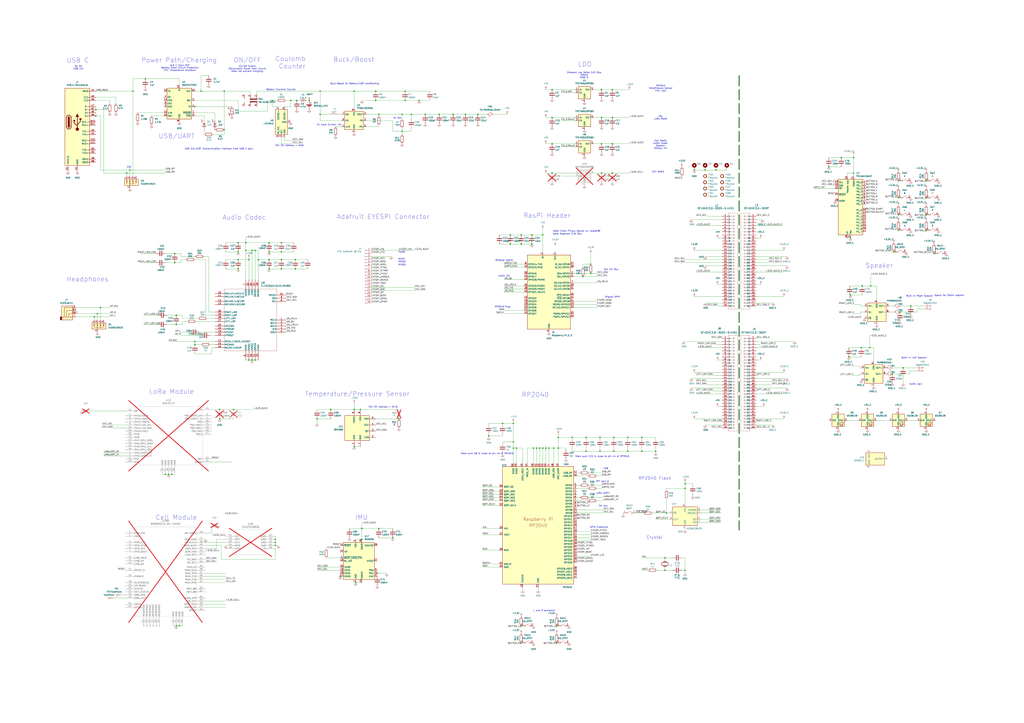
<source format=kicad_sch>
(kicad_sch (version 20231120) (generator "eeschema") (generator_version "8.0")
  (paper "A1")
  (title_block (title "PortaPi BackPack Board ") (date "2024-07-01") (rev "R01") (comment 1 "Designed by Jacob Booth"))
  (lib_symbols
    (symbol "1042240820:1042240820" (pin_names (offset 0.254))
      (property "Reference" "U" (at 20.32 10.16 0))
      (property "Value" "1042240820" (at 20.32 7.62 0))
      (symbol "1042240820_0_1"
        (pin power_out line (at 40.64 -7.62 180) (length 7.62) (name "GND") (number "G1"))
        (pin power_out line (at 40.64 -5.08 180) (length 7.62) (name "GND") (number "G2"))
        (pin power_out line (at 40.64 -2.54 180) (length 7.62) (name "GND") (number "G3"))
        (pin power_out line (at 40.64 0 180) (length 7.62) (name "GND") (number "G4"))
        (pin power_in line (at 0 0 0) (length 7.62) (name "VCC") (number "S1"))
        (pin unspecified line (at 0 -2.54 0) (length 7.62) (name "RST") (number "S2"))
        (pin unspecified line (at 0 -5.08 0) (length 7.62) (name "CLK") (number "S3"))
        (pin power_out line (at 0 -7.62 0) (length 7.62) (name "GND") (number "S4"))
        (pin power_in line (at 0 -10.16 0) (length 7.62) (name "VPP") (number "S5"))
        (pin unspecified line (at 40.64 -10.16 180) (length 7.62) (name "I/O") (number "S6"))
      )
    )
    (symbol "Amplifier_Audio:PAM8302AAD"
      (property "Reference" "U" (at 7.62 11.43 0))
      (property "Value" "PAM8302AAD" (at 7.62 8.89 0))
      (symbol "PAM8302AAD_1_1"
        (pin input line (at -10.16 -5.08 0) (length 2.54) (name "~{SD}") (number "1"))
        (pin no_connect line (at 7.62 -5.08 180) (length 2.54) hide (name "NC") (number "2"))
        (pin input line (at -10.16 5.08 0) (length 2.54) (name "IN+") (number "3"))
        (pin input line (at -10.16 0 0) (length 2.54) (name "IN-") (number "4"))
        (pin output line (at 10.16 5.08 180) (length 2.54) (name "OUT+") (number "5"))
        (pin power_in line (at 0 10.16 270) (length 2.54) (name "VDD") (number "6"))
        (pin power_in line (at 0 -10.16 90) (length 2.54) (name "GND") (number "7"))
        (pin output line (at 10.16 0 180) (length 2.54) (name "OUT-") (number "8"))
      )
    )
    (symbol "Battery_Management:BQ24072RGT"
      (property "Reference" "U" (at -8.89 13.97 0))
      (property "Value" "BQ24072RGT" (at 16.51 13.97 0))
      (symbol "BQ24072RGT_1_1"
        (pin passive line (at 12.7 -2.54 180) (length 2.54) (name "TS") (number "1"))
        (pin power_out line (at 12.7 10.16 180) (length 2.54) (name "OUT") (number "10"))
        (pin passive line (at 12.7 10.16 180) (length 2.54) hide (name "OUT") (number "11"))
        (pin passive line (at -12.7 -7.62 0) (length 2.54) (name "ILIM") (number "12"))
        (pin power_in line (at 0 15.24 270) (length 2.54) (name "IN") (number "13"))
        (pin input line (at -12.7 2.54 0) (length 2.54) (name "TMR") (number "14"))
        (pin input line (at -12.7 10.16 0) (length 2.54) (name "TD") (number "15"))
        (pin passive line (at -12.7 -10.16 0) (length 2.54) (name "ISET") (number "16"))
        (pin passive line (at 0 -15.24 90) (length 2.54) hide (name "VSS") (number "17"))
        (pin power_out line (at 12.7 2.54 180) (length 2.54) (name "BAT") (number "2"))
        (pin passive line (at 12.7 2.54 180) (length 2.54) hide (name "BAT") (number "3"))
        (pin input line (at -12.7 5.08 0) (length 2.54) (name "~{CE}") (number "4"))
        (pin input line (at -12.7 -2.54 0) (length 2.54) (name "EN2") (number "5"))
        (pin input line (at -12.7 0 0) (length 2.54) (name "EN1") (number "6"))
        (pin open_collector line (at 12.7 -7.62 180) (length 2.54) (name "~{PGOOD}") (number "7"))
        (pin power_in line (at 0 -15.24 90) (length 2.54) (name "VSS") (number "8"))
        (pin open_collector line (at 12.7 -10.16 180) (length 2.54) (name "~{CHG}") (number "9"))
      )
    )
    (symbol "Battery_Management:LTC2942"
      (property "Reference" "U" (at -10.16 6.35 0))
      (property "Value" "LTC2942" (at 10.16 6.35 0))
      (symbol "LTC2942_1_1"
        (pin passive line (at 12.7 2.54 180) (length 2.54) (name "SENSE+") (number "1"))
        (pin power_in line (at 0 -7.62 90) (length 2.54) (name "GND") (number "2"))
        (pin input line (at -12.7 0 0) (length 2.54) (name "SCL") (number "3"))
        (pin bidirectional line (at -12.7 -2.54 0) (length 2.54) (name "SDA") (number "4"))
        (pin bidirectional line (at -12.7 2.54 0) (length 2.54) (name "~{AL}/CC") (number "5"))
        (pin passive line (at 12.7 -2.54 180) (length 2.54) (name "SENSE-") (number "6"))
      )
    )
    (symbol "Connector:Conn_01x02_Pin" (pin_names (offset 1.016) hide)
      (property "Reference" "J" (at 0 2.54 0))
      (property "Value" "Conn_01x02_Pin" (at 0 -5.08 0))
      (symbol "Conn_01x02_Pin_1_1"
        (pin passive line (at 5.08 0 180) (length 3.81) (name "Pin_1") (number "1"))
        (pin passive line (at 5.08 -2.54 180) (length 3.81) (name "Pin_2") (number "2"))
      )
    )
    (symbol "Connector:Conn_01x18_Socket" (pin_names (offset 1.016) hide)
      (property "Reference" "J" (at 0 22.86 0))
      (property "Value" "Conn_01x18_Socket" (at 0 -25.4 0))
      (symbol "Conn_01x18_Socket_1_1"
        (pin passive line (at -5.08 20.32 0) (length 3.81) (name "Pin_1") (number "1"))
        (pin passive line (at -5.08 -2.54 0) (length 3.81) (name "Pin_10") (number "10"))
        (pin passive line (at -5.08 -5.08 0) (length 3.81) (name "Pin_11") (number "11"))
        (pin passive line (at -5.08 -7.62 0) (length 3.81) (name "Pin_12") (number "12"))
        (pin passive line (at -5.08 -10.16 0) (length 3.81) (name "Pin_13") (number "13"))
        (pin passive line (at -5.08 -12.7 0) (length 3.81) (name "Pin_14") (number "14"))
        (pin passive line (at -5.08 -15.24 0) (length 3.81) (name "Pin_15") (number "15"))
        (pin passive line (at -5.08 -17.78 0) (length 3.81) (name "Pin_16") (number "16"))
        (pin passive line (at -5.08 -20.32 0) (length 3.81) (name "Pin_17") (number "17"))
        (pin passive line (at -5.08 -22.86 0) (length 3.81) (name "Pin_18") (number "18"))
        (pin passive line (at -5.08 17.78 0) (length 3.81) (name "Pin_2") (number "2"))
        (pin passive line (at -5.08 15.24 0) (length 3.81) (name "Pin_3") (number "3"))
        (pin passive line (at -5.08 12.7 0) (length 3.81) (name "Pin_4") (number "4"))
        (pin passive line (at -5.08 10.16 0) (length 3.81) (name "Pin_5") (number "5"))
        (pin passive line (at -5.08 7.62 0) (length 3.81) (name "Pin_6") (number "6"))
        (pin passive line (at -5.08 5.08 0) (length 3.81) (name "Pin_7") (number "7"))
        (pin passive line (at -5.08 2.54 0) (length 3.81) (name "Pin_8") (number "8"))
        (pin passive line (at -5.08 0 0) (length 3.81) (name "Pin_9") (number "9"))
      )
    )
    (symbol "Connector:Conn_Coaxial_Small" (pin_numbers hide) (pin_names (offset 1.016) hide)
      (property "Reference" "J" (at 0.254 3.048 0))
      (property "Value" "Conn_Coaxial_Small" (at 0 -3.81 0))
      (symbol "Conn_Coaxial_Small_1_1"
        (pin passive line (at -2.54 0 0) (length 1.27) (name "In") (number "1"))
        (pin passive line (at 2.54 0 180) (length 1.27) (name "Ext") (number "2"))
      )
    )
    (symbol "Connector:Raspberry_Pi_2_3"
      (property "Reference" "J" (at -17.78 31.75 0))
      (property "Value" "Raspberry_Pi_2_3" (at 10.16 -31.75 0))
      (symbol "Raspberry_Pi_2_3_1_1"
        (pin power_in line (at 5.08 33.02 270) (length 2.54) (name "3V3") (number "1"))
        (pin bidirectional line (at -20.32 20.32 0) (length 2.54) (name "GPIO15/RXD") (number "10"))
        (pin bidirectional line (at -20.32 12.7 0) (length 2.54) (name "GPIO17") (number "11"))
        (pin bidirectional line (at -20.32 10.16 0) (length 2.54) (name "GPIO18/PWM0") (number "12"))
        (pin bidirectional line (at -20.32 -17.78 0) (length 2.54) (name "GPIO27") (number "13"))
        (pin passive line (at 0 -33.02 90) (length 2.54) hide (name "GND") (number "14"))
        (pin bidirectional line (at -20.32 -5.08 0) (length 2.54) (name "GPIO22") (number "15"))
        (pin bidirectional line (at -20.32 -7.62 0) (length 2.54) (name "GPIO23") (number "16"))
        (pin passive line (at 5.08 33.02 270) (length 2.54) hide (name "3V3") (number "17"))
        (pin bidirectional line (at -20.32 -10.16 0) (length 2.54) (name "GPIO24") (number "18"))
        (pin bidirectional line (at 20.32 -10.16 180) (length 2.54) (name "MOSI0/GPIO10") (number "19"))
        (pin power_in line (at -5.08 33.02 270) (length 2.54) (name "5V") (number "2"))
        (pin passive line (at 0 -33.02 90) (length 2.54) hide (name "GND") (number "20"))
        (pin bidirectional line (at 20.32 -7.62 180) (length 2.54) (name "MISO0/GPIO9") (number "21"))
        (pin bidirectional line (at -20.32 -12.7 0) (length 2.54) (name "GPIO25") (number "22"))
        (pin bidirectional line (at 20.32 -12.7 180) (length 2.54) (name "SCLK0/GPIO11") (number "23"))
        (pin bidirectional line (at 20.32 -5.08 180) (length 2.54) (name "~{CE0}/GPIO8") (number "24"))
        (pin passive line (at 0 -33.02 90) (length 2.54) hide (name "GND") (number "25"))
        (pin bidirectional line (at 20.32 -2.54 180) (length 2.54) (name "~{CE1}/GPIO7") (number "26"))
        (pin bidirectional line (at 20.32 22.86 180) (length 2.54) (name "ID_SD/GPIO0") (number "27"))
        (pin bidirectional line (at 20.32 20.32 180) (length 2.54) (name "ID_SC/GPIO1") (number "28"))
        (pin bidirectional line (at 20.32 5.08 180) (length 2.54) (name "GCLK1/GPIO5") (number "29"))
        (pin bidirectional line (at 20.32 15.24 180) (length 2.54) (name "SDA/GPIO2") (number "3"))
        (pin passive line (at 0 -33.02 90) (length 2.54) hide (name "GND") (number "30"))
        (pin bidirectional line (at 20.32 2.54 180) (length 2.54) (name "GCLK2/GPIO6") (number "31"))
        (pin bidirectional line (at 20.32 -17.78 180) (length 2.54) (name "PWM0/GPIO12") (number "32"))
        (pin bidirectional line (at 20.32 -20.32 180) (length 2.54) (name "PWM1/GPIO13") (number "33"))
        (pin passive line (at 0 -33.02 90) (length 2.54) hide (name "GND") (number "34"))
        (pin bidirectional line (at -20.32 5.08 0) (length 2.54) (name "GPIO19/MISO1") (number "35"))
        (pin bidirectional line (at -20.32 15.24 0) (length 2.54) (name "GPIO16") (number "36"))
        (pin bidirectional line (at -20.32 -15.24 0) (length 2.54) (name "GPIO26") (number "37"))
        (pin bidirectional line (at -20.32 2.54 0) (length 2.54) (name "GPIO20/MOSI1") (number "38"))
        (pin passive line (at 0 -33.02 90) (length 2.54) hide (name "GND") (number "39"))
        (pin passive line (at -5.08 33.02 270) (length 2.54) hide (name "5V") (number "4"))
        (pin bidirectional line (at -20.32 0 0) (length 2.54) (name "GPIO21/SCLK1") (number "40"))
        (pin bidirectional line (at 20.32 12.7 180) (length 2.54) (name "SCL/GPIO3") (number "5"))
        (pin power_in line (at 0 -33.02 90) (length 2.54) (name "GND") (number "6"))
        (pin bidirectional line (at 20.32 7.62 180) (length 2.54) (name "GCLK0/GPIO4") (number "7"))
        (pin bidirectional line (at -20.32 22.86 0) (length 2.54) (name "GPIO14/TXD") (number "8"))
        (pin passive line (at 0 -33.02 90) (length 2.54) hide (name "GND") (number "9"))
      )
    )
    (symbol "Connector:TestPoint" (pin_numbers hide) (pin_names (offset 0.762) hide)
      (property "Reference" "TP" (at 0 6.858 0))
      (property "Value" "TestPoint" (at 0 5.08 0))
      (symbol "TestPoint_1_1"
        (pin passive line (at 0 0 90) (length 2.54) (name "1") (number "1"))
      )
    )
    (symbol "Connector:USB_C_Receptacle" (pin_names (offset 1.016))
      (property "Reference" "J" (at -10.16 29.21 0))
      (property "Value" "USB_C_Receptacle" (at 10.16 29.21 0))
      (symbol "USB_C_Receptacle_1_1"
        (pin passive line (at 0 -40.64 90) (length 5.08) (name "GND") (number "A1"))
        (pin bidirectional line (at 15.24 -15.24 180) (length 5.08) (name "RX2-") (number "A10"))
        (pin bidirectional line (at 15.24 -17.78 180) (length 5.08) (name "RX2+") (number "A11"))
        (pin passive line (at 0 -40.64 90) (length 5.08) hide (name "GND") (number "A12"))
        (pin bidirectional line (at 15.24 -10.16 180) (length 5.08) (name "TX1+") (number "A2"))
        (pin bidirectional line (at 15.24 -7.62 180) (length 5.08) (name "TX1-") (number "A3"))
        (pin passive line (at 15.24 25.4 180) (length 5.08) (name "VBUS") (number "A4"))
        (pin bidirectional line (at 15.24 20.32 180) (length 5.08) (name "CC1") (number "A5"))
        (pin bidirectional line (at 15.24 7.62 180) (length 5.08) (name "D+") (number "A6"))
        (pin bidirectional line (at 15.24 12.7 180) (length 5.08) (name "D-") (number "A7"))
        (pin bidirectional line (at 15.24 -30.48 180) (length 5.08) (name "SBU1") (number "A8"))
        (pin passive line (at 15.24 25.4 180) (length 5.08) hide (name "VBUS") (number "A9"))
        (pin passive line (at 0 -40.64 90) (length 5.08) hide (name "GND") (number "B1"))
        (pin bidirectional line (at 15.24 0 180) (length 5.08) (name "RX1-") (number "B10"))
        (pin bidirectional line (at 15.24 -2.54 180) (length 5.08) (name "RX1+") (number "B11"))
        (pin passive line (at 0 -40.64 90) (length 5.08) hide (name "GND") (number "B12"))
        (pin bidirectional line (at 15.24 -25.4 180) (length 5.08) (name "TX2+") (number "B2"))
        (pin bidirectional line (at 15.24 -22.86 180) (length 5.08) (name "TX2-") (number "B3"))
        (pin passive line (at 15.24 25.4 180) (length 5.08) hide (name "VBUS") (number "B4"))
        (pin bidirectional line (at 15.24 17.78 180) (length 5.08) (name "CC2") (number "B5"))
        (pin bidirectional line (at 15.24 5.08 180) (length 5.08) (name "D+") (number "B6"))
        (pin bidirectional line (at 15.24 10.16 180) (length 5.08) (name "D-") (number "B7"))
        (pin bidirectional line (at 15.24 -33.02 180) (length 5.08) (name "SBU2") (number "B8"))
        (pin passive line (at 15.24 25.4 180) (length 5.08) hide (name "VBUS") (number "B9"))
        (pin passive line (at -7.62 -40.64 90) (length 5.08) (name "SHIELD") (number "S1"))
      )
    )
    (symbol "Connector_Audio:AudioJack4"
      (property "Reference" "J" (at 0 8.89 0))
      (property "Value" "AudioJack4" (at 0 6.35 0))
      (symbol "AudioJack4_1_1"
        (pin passive line (at 5.08 -2.54 180) (length 2.54) (name "~") (number "R1"))
        (pin passive line (at 5.08 0 180) (length 2.54) (name "~") (number "R2"))
        (pin passive line (at 5.08 2.54 180) (length 2.54) (name "~") (number "S"))
        (pin passive line (at 5.08 -5.08 180) (length 2.54) (name "~") (number "T"))
      )
    )
    (symbol "DF40HC:DF40HC3.0-30DS-0.4V51" (pin_names (offset 0.254))
      (property "Reference" "J" (at 8.89 6.35 0))
      (property "Value" "DF40HC3.0-30DS-0.4V51" (at 0 0 0))
      (symbol "DF40HC3.0-30DS-0.4V51_0_1"
        (pin unspecified line (at 0 0 0) (length 5.08) (name "1") (number "1"))
        (pin unspecified line (at 0 -22.86 0) (length 5.08) (name "10") (number "10"))
        (pin unspecified line (at 0 -25.4 0) (length 5.08) (name "11") (number "11"))
        (pin unspecified line (at 0 -27.94 0) (length 5.08) (name "12") (number "12"))
        (pin unspecified line (at 0 -30.48 0) (length 5.08) (name "13") (number "13"))
        (pin unspecified line (at 0 -33.02 0) (length 5.08) (name "14") (number "14"))
        (pin unspecified line (at 0 -35.56 0) (length 5.08) (name "15") (number "15"))
        (pin unspecified line (at 0 -73.66 0) (length 5.08) (name "16") (number "16"))
        (pin unspecified line (at 0 -71.12 0) (length 5.08) (name "17") (number "17"))
        (pin unspecified line (at 0 -68.58 0) (length 5.08) (name "18") (number "18"))
        (pin unspecified line (at 0 -66.04 0) (length 5.08) (name "19") (number "19"))
        (pin unspecified line (at 0 -2.54 0) (length 5.08) (name "2") (number "2"))
        (pin unspecified line (at 0 -63.5 0) (length 5.08) (name "20") (number "20"))
        (pin unspecified line (at 0 -60.96 0) (length 5.08) (name "21") (number "21"))
        (pin unspecified line (at 0 -58.42 0) (length 5.08) (name "22") (number "22"))
        (pin unspecified line (at 0 -55.88 0) (length 5.08) (name "23") (number "23"))
        (pin unspecified line (at 0 -53.34 0) (length 5.08) (name "24") (number "24"))
        (pin unspecified line (at 0 -50.8 0) (length 5.08) (name "25") (number "25"))
        (pin unspecified line (at 0 -48.26 0) (length 5.08) (name "26") (number "26"))
        (pin unspecified line (at 0 -45.72 0) (length 5.08) (name "27") (number "27"))
        (pin unspecified line (at 0 -43.18 0) (length 5.08) (name "28") (number "28"))
        (pin unspecified line (at 0 -40.64 0) (length 5.08) (name "29") (number "29"))
        (pin unspecified line (at 0 -5.08 0) (length 5.08) (name "3") (number "3"))
        (pin unspecified line (at 0 -38.1 0) (length 5.08) (name "30") (number "30"))
        (pin unspecified line (at 0 -7.62 0) (length 5.08) (name "4") (number "4"))
        (pin unspecified line (at 0 -10.16 0) (length 5.08) (name "5") (number "5"))
        (pin unspecified line (at 0 -12.7 0) (length 5.08) (name "6") (number "6"))
        (pin unspecified line (at 0 -15.24 0) (length 5.08) (name "7") (number "7"))
        (pin unspecified line (at 0 -17.78 0) (length 5.08) (name "8") (number "8"))
        (pin unspecified line (at 0 -20.32 0) (length 5.08) (name "9") (number "9"))
      )
    )
    (symbol "Device:Battery_Cell" (pin_numbers hide) (pin_names (offset 0) hide)
      (property "Reference" "BT" (at 2.54 2.54 0))
      (property "Value" "Battery_Cell" (at 2.54 0 0))
      (symbol "Battery_Cell_1_1"
        (pin passive line (at 0 5.08 270) (length 2.54) (name "+") (number "1"))
        (pin passive line (at 0 -2.54 90) (length 2.54) (name "-") (number "2"))
      )
    )
    (symbol "Device:C" (pin_numbers hide) (pin_names (offset 0.254))
      (property "Reference" "C" (at 0.635 2.54 0))
      (property "Value" "C" (at 0.635 -2.54 0))
      (symbol "C_1_1"
        (pin passive line (at 0 3.81 270) (length 2.794) (name "~") (number "1"))
        (pin passive line (at 0 -3.81 90) (length 2.794) (name "~") (number "2"))
      )
    )
    (symbol "Device:Crystal" (pin_numbers hide) (pin_names (offset 1.016) hide)
      (property "Reference" "Y" (at 0 3.81 0))
      (property "Value" "Crystal" (at 0 -3.81 0))
      (symbol "Crystal_1_1"
        (pin passive line (at -3.81 0 0) (length 1.27) (name "1") (number "1"))
        (pin passive line (at 3.81 0 180) (length 1.27) (name "2") (number "2"))
      )
    )
    (symbol "Device:FerriteBead_Small" (pin_numbers hide) (pin_names (offset 0))
      (property "Reference" "FB" (at 1.905 1.27 0))
      (property "Value" "FerriteBead_Small" (at 1.905 -1.27 0))
      (symbol "FerriteBead_Small_1_1"
        (pin passive line (at 0 2.54 270) (length 1.27) (name "~") (number "1"))
        (pin passive line (at 0 -2.54 90) (length 1.27) (name "~") (number "2"))
      )
    )
    (symbol "Device:L" (pin_numbers hide) (pin_names (offset 1.016) hide)
      (property "Reference" "L" (at -1.27 0 90))
      (property "Value" "L" (at 1.905 0 90))
      (symbol "L_1_1"
        (pin passive line (at 0 3.81 270) (length 1.27) (name "1") (number "1"))
        (pin passive line (at 0 -3.81 90) (length 1.27) (name "2") (number "2"))
      )
    )
    (symbol "Device:LED" (pin_numbers hide) (pin_names (offset 1.016) hide)
      (property "Reference" "D" (at 0 2.54 0))
      (property "Value" "LED" (at 0 -2.54 0))
      (symbol "LED_1_1"
        (pin passive line (at -3.81 0 0) (length 2.54) (name "K") (number "1"))
        (pin passive line (at 3.81 0 180) (length 2.54) (name "A") (number "2"))
      )
    )
    (symbol "Device:Polyfuse_Small" (pin_numbers hide) (pin_names (offset 0))
      (property "Reference" "F" (at -1.905 0 90))
      (property "Value" "Polyfuse_Small" (at 1.905 0 90))
      (symbol "Polyfuse_Small_1_1"
        (pin passive line (at 0 2.54 270) (length 0.635) (name "~") (number "1"))
        (pin passive line (at 0 -2.54 90) (length 0.635) (name "~") (number "2"))
      )
    )
    (symbol "Device:R" (pin_numbers hide) (pin_names (offset 0))
      (property "Reference" "R" (at 2.032 0 90))
      (property "Value" "R" (at 0 0 90))
      (symbol "R_1_1"
        (pin passive line (at 0 3.81 270) (length 1.27) (name "~") (number "1"))
        (pin passive line (at 0 -3.81 90) (length 1.27) (name "~") (number "2"))
      )
    )
    (symbol "Device:Thermistor_NTC" (pin_numbers hide) (pin_names (offset 0))
      (property "Reference" "TH" (at -4.445 0 90))
      (property "Value" "Thermistor_NTC" (at 3.175 0 90))
      (symbol "Thermistor_NTC_1_1"
        (pin passive line (at 0 3.81 270) (length 1.27) (name "~") (number "1"))
        (pin passive line (at 0 -3.81 90) (length 1.27) (name "~") (number "2"))
      )
    )
    (symbol "GND-power_1" (power) (pin_numbers hide) (pin_names (offset 0) hide)
      (property "Value" "power_GND" (at 0 -3.81 0))
      (symbol "GND-power_1_1_1"
        (pin power_in line (at 0 0 270) (length 0) hide (name "GND") (number "1"))
      )
    )
    (symbol "Interface_Expansion:PCAL6416AHF"
      (property "Reference" "U" (at -10.16 24.13 0))
      (property "Value" "PCAL6416AHF" (at 3.81 24.13 0))
      (symbol "PCAL6416AHF_1_1"
        (pin bidirectional line (at 12.7 20.32 180) (length 2.54) (name "P0_0") (number "1"))
        (pin bidirectional line (at 12.7 -2.54 180) (length 2.54) (name "P1_0") (number "10"))
        (pin bidirectional line (at 12.7 -5.08 180) (length 2.54) (name "P1_1") (number "11"))
        (pin bidirectional line (at 12.7 -7.62 180) (length 2.54) (name "P1_2") (number "12"))
        (pin bidirectional line (at 12.7 -10.16 180) (length 2.54) (name "P1_3") (number "13"))
        (pin bidirectional line (at 12.7 -12.7 180) (length 2.54) (name "P1_4") (number "14"))
        (pin bidirectional line (at 12.7 -15.24 180) (length 2.54) (name "P1_5") (number "15"))
        (pin bidirectional line (at 12.7 -17.78 180) (length 2.54) (name "P1_6") (number "16"))
        (pin bidirectional line (at 12.7 -20.32 180) (length 2.54) (name "P1_7") (number "17"))
        (pin input line (at -12.7 5.08 0) (length 2.54) (name "ADDR") (number "18"))
        (pin input line (at -12.7 20.32 0) (length 2.54) (name "SCL") (number "19"))
        (pin bidirectional line (at 12.7 17.78 180) (length 2.54) (name "P0_1") (number "2"))
        (pin bidirectional line (at -12.7 17.78 0) (length 2.54) (name "SDA") (number "20"))
        (pin power_in line (at 2.54 25.4 270) (length 2.54) (name "V_{DD(P)}") (number "21"))
        (pin open_collector line (at -12.7 15.24 0) (length 2.54) (name "~{INT}") (number "22"))
        (pin power_in line (at -2.54 25.4 270) (length 2.54) (name "V_{DD(I2C-bus)}") (number "23"))
        (pin input line (at -12.7 10.16 0) (length 2.54) (name "~{RESET}") (number "24"))
        (pin passive line (at -2.54 -25.4 90) (length 2.54) (name "EP") (number "25"))
        (pin bidirectional line (at 12.7 15.24 180) (length 2.54) (name "P0_2") (number "3"))
        (pin bidirectional line (at 12.7 12.7 180) (length 2.54) (name "P0_3") (number "4"))
        (pin bidirectional line (at 12.7 10.16 180) (length 2.54) (name "P0_4") (number "5"))
        (pin bidirectional line (at 12.7 7.62 180) (length 2.54) (name "P0_5") (number "6"))
        (pin bidirectional line (at 12.7 5.08 180) (length 2.54) (name "P0_6") (number "7"))
        (pin bidirectional line (at 12.7 2.54 180) (length 2.54) (name "P0_7") (number "8"))
        (pin power_in line (at 0 -25.4 90) (length 2.54) (name "V_{SS}") (number "9"))
      )
    )
    (symbol "LED:WS2812B" (pin_names (offset 0.254))
      (property "Reference" "D" (at 5.08 5.715 0))
      (property "Value" "WS2812B" (at 1.27 -5.715 0))
      (symbol "WS2812B_0_0"
        (text "RGB" (at 2.286 -4.191 0) (effects (font (size 0.762 0.762))))
      )
      (symbol "WS2812B_1_1"
        (pin power_in line (at 0 7.62 270) (length 2.54) (name "VDD") (number "1"))
        (pin output line (at 7.62 0 180) (length 2.54) (name "DOUT") (number "2"))
        (pin power_in line (at 0 -7.62 90) (length 2.54) (name "VSS") (number "3"))
        (pin input line (at -7.62 0 0) (length 2.54) (name "DIN") (number "4"))
      )
    )
    (symbol "MCU_RaspberryPi_RP2040:RP2040" (pin_names (offset 1.016))
      (property "Reference" "U" (at -29.21 49.53 0))
      (property "Value" "RP2040" (at 24.13 -49.53 0))
      (symbol "RP2040_0_0"
        (text "Raspberry Pi" (at 0 5.08 0) (effects (font (size 2.54 2.54))))
        (text "RP2040" (at 0 0 0) (effects (font (size 2.54 2.54))))
      )
      (symbol "RP2040_1_1"
        (pin power_in line (at 8.89 50.8 270) (length 2.54) (name "IOVDD") (number "1"))
        (pin power_in line (at 6.35 50.8 270) (length 2.54) (name "IOVDD") (number "10"))
        (pin bidirectional line (at 31.75 12.7 180) (length 2.54) (name "GPIO8") (number "11"))
        (pin bidirectional line (at 31.75 10.16 180) (length 2.54) (name "GPIO9") (number "12"))
        (pin bidirectional line (at 31.75 7.62 180) (length 2.54) (name "GPIO10") (number "13"))
        (pin bidirectional line (at 31.75 5.08 180) (length 2.54) (name "GPIO11") (number "14"))
        (pin bidirectional line (at 31.75 2.54 180) (length 2.54) (name "GPIO12") (number "15"))
        (pin bidirectional line (at 31.75 0 180) (length 2.54) (name "GPIO13") (number "16"))
        (pin bidirectional line (at 31.75 -2.54 180) (length 2.54) (name "GPIO14") (number "17"))
        (pin bidirectional line (at 31.75 -5.08 180) (length 2.54) (name "GPIO15") (number "18"))
        (pin passive line (at -12.7 -50.8 90) (length 2.54) (name "TESTEN") (number "19"))
        (pin bidirectional line (at 31.75 33.02 180) (length 2.54) (name "GPIO0") (number "2"))
        (pin input line (at -31.75 -2.54 0) (length 2.54) (name "XIN") (number "20"))
        (pin passive line (at -31.75 -7.62 0) (length 2.54) (name "XOUT") (number "21"))
        (pin power_in line (at 3.81 50.8 270) (length 2.54) (name "IOVDD") (number "22"))
        (pin power_in line (at -17.78 50.8 270) (length 2.54) (name "DVDD") (number "23"))
        (pin output line (at -31.75 -31.75 0) (length 2.54) (name "SWCLK") (number "24"))
        (pin bidirectional line (at -31.75 -34.29 0) (length 2.54) (name "SWD") (number "25"))
        (pin input line (at -31.75 -20.32 0) (length 2.54) (name "RUN") (number "26"))
        (pin bidirectional line (at 31.75 -7.62 180) (length 2.54) (name "GPIO16") (number "27"))
        (pin bidirectional line (at 31.75 -10.16 180) (length 2.54) (name "GPIO17") (number "28"))
        (pin bidirectional line (at 31.75 -12.7 180) (length 2.54) (name "GPIO18") (number "29"))
        (pin bidirectional line (at 31.75 30.48 180) (length 2.54) (name "GPIO1") (number "3"))
        (pin bidirectional line (at 31.75 -15.24 180) (length 2.54) (name "GPIO19") (number "30"))
        (pin bidirectional line (at 31.75 -17.78 180) (length 2.54) (name "GPIO20") (number "31"))
        (pin bidirectional line (at 31.75 -20.32 180) (length 2.54) (name "GPIO21") (number "32"))
        (pin power_in line (at 1.27 50.8 270) (length 2.54) (name "IOVDD") (number "33"))
        (pin bidirectional line (at 31.75 -22.86 180) (length 2.54) (name "GPIO22") (number "34"))
        (pin bidirectional line (at 31.75 -25.4 180) (length 2.54) (name "GPIO23") (number "35"))
        (pin bidirectional line (at 31.75 -27.94 180) (length 2.54) (name "GPIO24") (number "36"))
        (pin bidirectional line (at 31.75 -30.48 180) (length 2.54) (name "GPIO25") (number "37"))
        (pin bidirectional line (at 31.75 -35.56 180) (length 2.54) (name "GPIO26_ADC0") (number "38"))
        (pin bidirectional line (at 31.75 -38.1 180) (length 2.54) (name "GPIO27_ADC1") (number "39"))
        (pin bidirectional line (at 31.75 27.94 180) (length 2.54) (name "GPIO2") (number "4"))
        (pin bidirectional line (at 31.75 -40.64 180) (length 2.54) (name "GPIO28_ADC2") (number "40"))
        (pin bidirectional line (at 31.75 -43.18 180) (length 2.54) (name "GPIO29_ADC3") (number "41"))
        (pin power_in line (at -1.27 50.8 270) (length 2.54) (name "IOVDD") (number "42"))
        (pin power_in line (at 16.51 50.8 270) (length 2.54) (name "ADC_AVDD") (number "43"))
        (pin power_in line (at -8.89 50.8 270) (length 2.54) (name "VREG_IN") (number "44"))
        (pin power_out line (at -12.7 50.8 270) (length 2.54) (name "VREG_VOUT") (number "45"))
        (pin bidirectional line (at 31.75 40.64 180) (length 2.54) (name "USB_DM") (number "46"))
        (pin bidirectional line (at 31.75 43.18 180) (length 2.54) (name "USB_DP") (number "47"))
        (pin power_in line (at 12.7 50.8 270) (length 2.54) (name "USB_VDD") (number "48"))
        (pin power_in line (at -3.81 50.8 270) (length 2.54) (name "IOVDD") (number "49"))
        (pin bidirectional line (at 31.75 25.4 180) (length 2.54) (name "GPIO3") (number "5"))
        (pin power_in line (at -20.32 50.8 270) (length 2.54) (name "DVDD") (number "50"))
        (pin bidirectional line (at -31.75 20.32 0) (length 2.54) (name "QSPI_SD3") (number "51"))
        (pin output line (at -31.75 16.51 0) (length 2.54) (name "QSPI_SCLK") (number "52"))
        (pin bidirectional line (at -31.75 27.94 0) (length 2.54) (name "QSPI_SD0") (number "53"))
        (pin bidirectional line (at -31.75 22.86 0) (length 2.54) (name "QSPI_SD2") (number "54"))
        (pin bidirectional line (at -31.75 25.4 0) (length 2.54) (name "QSPI_SD1") (number "55"))
        (pin bidirectional line (at -31.75 31.75 0) (length 2.54) (name "QSPI_SS") (number "56"))
        (pin power_in line (at 0 -50.8 90) (length 2.54) (name "GND") (number "57"))
        (pin bidirectional line (at 31.75 22.86 180) (length 2.54) (name "GPIO4") (number "6"))
        (pin bidirectional line (at 31.75 20.32 180) (length 2.54) (name "GPIO5") (number "7"))
        (pin bidirectional line (at 31.75 17.78 180) (length 2.54) (name "GPIO6") (number "8"))
        (pin bidirectional line (at 31.75 15.24 180) (length 2.54) (name "GPIO7") (number "9"))
      )
    )
    (symbol "Mechanical:Fiducial" (exclude_from_sim yes) (in_bom no)
      (property "Reference" "FID" (at 0 5.08 0))
      (property "Value" "Fiducial" (at 0 3.175 0))
    )
    (symbol "Mechanical:MountingHole_Pad" (pin_numbers hide) (pin_names (offset 1.016) hide) (exclude_from_sim yes) (in_bom no)
      (property "Reference" "H" (at 0 6.35 0))
      (property "Value" "MountingHole_Pad" (at 0 4.445 0))
      (symbol "MountingHole_Pad_1_1"
        (pin input line (at 0 -2.54 90) (length 2.54) (name "1") (number "1"))
      )
    )
    (symbol "Power_Protection:ESDA5V3SC5" (pin_names hide)
      (property "Reference" "D" (at 7.62 2.54 0))
      (property "Value" "ESDA5V3SC5" (at 7.62 0.635 0))
      (symbol "ESDA5V3SC5_0_0"
        (pin passive line (at 0 -5.08 90) (length 2.54) (name "A") (number "2"))
      )
      (symbol "ESDA5V3SC5_1_1"
        (pin passive line (at -2.54 5.08 270) (length 2.54) (name "K") (number "1"))
        (pin passive line (at 0 5.08 270) (length 2.54) (name "K") (number "3"))
        (pin passive line (at 2.54 5.08 270) (length 2.54) (name "K") (number "4"))
        (pin passive line (at 5.08 5.08 270) (length 2.54) (name "K") (number "5"))
      )
    )
    (symbol "Quectel_BG95M3LA:BG95M3LA-64-SGNS" (pin_names (offset 0.254))
      (property "Reference" "U13" (at -1.27 41.91 0))
      (property "Value" "BG95M3LA-64-SGNS" (at -1.27 39.37 0))
      (symbol "BG95M3LA-64-SGNS_1_1"
        (pin output line (at -34.29 31.75 0) (length 7.62) (name "PSM_IND") (number "1"))
        (pin bidirectional line (at -34.29 6.35 0) (length 7.62) (name "USB_DM") (number "10"))
        (pin no_connect line (at -19.05 -44.45 90) (length 7.62) (name "RESERVED") (number "11"))
        (pin no_connect line (at -16.51 -44.45 90) (length 7.62) (name "RESERVED") (number "12"))
        (pin no_connect line (at -13.97 -44.45 90) (length 7.62) (name "RESERVED") (number "13"))
        (pin no_connect line (at -11.43 -44.45 90) (length 7.62) (name "RESERVED") (number "14"))
        (pin input line (at -34.29 -3.81 0) (length 7.62) (name "PWRKEY") (number "15"))
        (pin no_connect line (at -8.89 -44.45 90) (length 7.62) (name "RESERVED") (number "16"))
        (pin input line (at -34.29 1.27 0) (length 7.62) (name "RESET_N") (number "17"))
        (pin input line (at -34.29 -8.89 0) (length 7.62) (name "W_DISABLE#") (number "18"))
        (pin input line (at -34.29 -11.43 0) (length 7.62) (name "AP_READY") (number "19"))
        (pin input line (at -34.29 29.21 0) (length 7.62) (name "ADC1") (number "2"))
        (pin output line (at -34.29 -13.97 0) (length 7.62) (name "STATUS") (number "20"))
        (pin output line (at -34.29 -16.51 0) (length 7.62) (name "NET_STATUS") (number "21"))
        (pin input line (at -34.29 -19.05 0) (length 7.62) (name "DBG_RXD") (number "22"))
        (pin output line (at -34.29 -21.59 0) (length 7.62) (name "DBG_TXD") (number "23"))
        (pin input line (at -34.29 -26.67 0) (length 7.62) (name "ADC0") (number "24"))
        (pin bidirectional line (at -34.29 -29.21 0) (length 7.62) (name "GPIO1") (number "25"))
        (pin bidirectional line (at 31.75 -31.75 180) (length 7.62) (name "GPIO2") (number "26"))
        (pin output line (at 31.75 -29.21 180) (length 7.62) (name "GNSS_TXD") (number "27"))
        (pin input line (at 31.75 -26.67 180) (length 7.62) (name "GNSS_RXD") (number "28"))
        (pin power_in line (at 31.75 -24.13 180) (length 7.62) (name "VDD_EXT") (number "29"))
        (pin power_out line (at 5.08 -44.45 90) (length 7.62) (name "GND") (number "3"))
        (pin input line (at 31.75 -21.59 180) (length 7.62) (name "MAIN_DTR") (number "30"))
        (pin power_out line (at 7.62 -44.45 90) (length 7.62) (name "GND") (number "31"))
        (pin power_in line (at 31.75 -16.51 180) (length 7.62) (name "VBAT_BB") (number "32"))
        (pin power_in line (at 31.75 -13.97 180) (length 7.62) (name "VBAT_BB") (number "33"))
        (pin input line (at 31.75 -8.89 180) (length 7.62) (name "MAIN_RXD") (number "34"))
        (pin output line (at 31.75 -6.35 180) (length 7.62) (name "MAIN_TXD") (number "35"))
        (pin output line (at 31.75 -3.81 180) (length 7.62) (name "MAIN_CTS") (number "36"))
        (pin input line (at 31.75 -1.27 180) (length 7.62) (name "MAIN_RTS") (number "37"))
        (pin output line (at 31.75 1.27 180) (length 7.62) (name "MAIN_DCD") (number "38"))
        (pin output line (at 31.75 3.81 180) (length 7.62) (name "MAIN_RI") (number "39"))
        (pin output line (at -34.29 24.13 0) (length 7.62) (name "PCM_CLK") (number "4"))
        (pin unspecified line (at 31.75 7.62 180) (length 7.62) (name "I2C_SCL") (number "40"))
        (pin unspecified line (at 31.75 10.16 180) (length 7.62) (name "I2C_SDA") (number "41"))
        (pin input line (at 31.75 13.97 180) (length 7.62) (name "USIM_DET") (number "42"))
        (pin power_in line (at 31.75 16.51 180) (length 7.62) (name "USIM_VDD") (number "43"))
        (pin output line (at 31.75 19.05 180) (length 7.62) (name "USIM_RST") (number "44"))
        (pin bidirectional line (at 31.75 21.59 180) (length 7.62) (name "USIM_DATA") (number "45"))
        (pin output line (at 31.75 24.13 180) (length 7.62) (name "USIM_CLK") (number "46"))
        (pin power_out line (at 31.75 26.67 180) (length 7.62) (name "USIM_GND") (number "47"))
        (pin power_out line (at 10.16 -44.45 90) (length 7.62) (name "GND") (number "48"))
        (pin input line (at 31.75 31.75 180) (length 7.62) (name "ANT_GNSS") (number "49"))
        (pin output line (at -34.29 21.59 0) (length 7.62) (name "PCM_SYNC") (number "5"))
        (pin power_out line (at 12.7 -44.45 90) (length 7.62) (name "GND") (number "50"))
        (pin no_connect line (at -6.35 -44.45 90) (length 7.62) (name "RESERVED") (number "51"))
        (pin input line (at -34.29 19.05 0) (length 7.62) (name "PCM_DIN") (number "6"))
        (pin output line (at -34.29 16.51 0) (length 7.62) (name "PCM_DOUT") (number "7"))
        (pin input line (at -34.29 11.43 0) (length 7.62) (name "USB_VBUS") (number "8"))
        (pin bidirectional line (at -34.29 8.89 0) (length 7.62) (name "USB_DP") (number "9"))
      )
      (symbol "BG95M3LA-64-SGNS_2_1"
        (pin power_out line (at 55.88 -5.08 180) (length 7.62) (name "GND") (number "100"))
        (pin power_out line (at 55.88 -2.54 180) (length 7.62) (name "GND") (number "101"))
        (pin power_out line (at 55.88 0 180) (length 7.62) (name "GND") (number "102"))
        (pin power_in line (at 0 0 0) (length 7.62) (name "VBAT_RF") (number "52"))
        (pin power_in line (at 0 -2.54 0) (length 7.62) (name "VBAT_RF") (number "53"))
        (pin power_out line (at 0 -5.08 0) (length 7.62) (name "GND") (number "54"))
        (pin power_out line (at 0 -7.62 0) (length 7.62) (name "GND") (number "55"))
        (pin input line (at 0 -10.16 0) (length 7.62) (name "ANT_WIFI") (number "56"))
        (pin no_connect line (at 0 -12.7 0) (length 7.62) (name "RESERVED") (number "57"))
        (pin power_out line (at 0 -15.24 0) (length 7.62) (name "GND") (number "58"))
        (pin power_out line (at 0 -17.78 0) (length 7.62) (name "GND") (number "59"))
        (pin bidirectional line (at 0 -20.32 0) (length 7.62) (name "ANT_MAIN") (number "60"))
        (pin power_out line (at 0 -22.86 0) (length 7.62) (name "GND") (number "61"))
        (pin power_out line (at 0 -25.4 0) (length 7.62) (name "GND") (number "62"))
        (pin no_connect line (at 0 -27.94 0) (length 7.62) (name "RESERVED") (number "63"))
        (pin bidirectional line (at 0 -30.48 0) (length 7.62) (name "GPIO3") (number "64"))
        (pin bidirectional line (at 0 -33.02 0) (length 7.62) (name "GPIO4") (number "65"))
        (pin bidirectional line (at 0 -35.56 0) (length 7.62) (name "GPIO5") (number "66"))
        (pin power_out line (at 0 -38.1 0) (length 7.62) (name "GND") (number "67"))
        (pin power_out line (at 0 -40.64 0) (length 7.62) (name "GND") (number "68"))
        (pin power_out line (at 0 -43.18 0) (length 7.62) (name "GND") (number "69"))
        (pin power_out line (at 0 -45.72 0) (length 7.62) (name "GND") (number "70"))
        (pin power_out line (at 0 -48.26 0) (length 7.62) (name "GND") (number "71"))
        (pin power_out line (at 0 -50.8 0) (length 7.62) (name "GND") (number "72"))
        (pin power_out line (at 0 -53.34 0) (length 7.62) (name "GND") (number "73"))
        (pin power_out line (at 0 -55.88 0) (length 7.62) (name "GND") (number "74"))
        (pin input line (at 0 -58.42 0) (length 7.62) (name "USB_BOOT") (number "75"))
        (pin no_connect line (at 0 -60.96 0) (length 7.62) (name "RESERVED") (number "76"))
        (pin no_connect line (at 55.88 -63.5 180) (length 7.62) (name "RESERVED") (number "77"))
        (pin no_connect line (at 55.88 -60.96 180) (length 7.62) (name "RESERVED") (number "78"))
        (pin power_out line (at 55.88 -58.42 180) (length 7.62) (name "GND") (number "79"))
        (pin power_out line (at 55.88 -55.88 180) (length 7.62) (name "GND") (number "80"))
        (pin power_out line (at 55.88 -53.34 180) (length 7.62) (name "GND") (number "81"))
        (pin power_out line (at 55.88 -50.8 180) (length 7.62) (name "GND") (number "82"))
        (pin output line (at 55.88 -48.26 180) (length 7.62) (name "GRFC1") (number "83"))
        (pin output line (at 55.88 -45.72 180) (length 7.62) (name "GRFC2") (number "84"))
        (pin bidirectional line (at 55.88 -43.18 180) (length 7.62) (name "GPIO6") (number "85"))
        (pin bidirectional line (at 55.88 -40.64 180) (length 7.62) (name "GPIO7") (number "86"))
        (pin bidirectional line (at 55.88 -38.1 180) (length 7.62) (name "GPIO8") (number "87"))
        (pin bidirectional line (at 55.88 -35.56 180) (length 7.62) (name "GPIO9") (number "88"))
        (pin power_out line (at 55.88 -33.02 180) (length 7.62) (name "GND") (number "89"))
        (pin power_out line (at 55.88 -30.48 180) (length 7.62) (name "GND") (number "90"))
        (pin power_out line (at 55.88 -27.94 180) (length 7.62) (name "GND") (number "91"))
        (pin no_connect line (at 55.88 -25.4 180) (length 7.62) (name "RESERVED") (number "92"))
        (pin no_connect line (at 55.88 -22.86 180) (length 7.62) (name "RESERVED") (number "93"))
        (pin no_connect line (at 55.88 -20.32 180) (length 7.62) (name "RESERVED") (number "94"))
        (pin no_connect line (at 55.88 -17.78 180) (length 7.62) (name "RESERVED") (number "95"))
        (pin input line (at 55.88 -15.24 180) (length 7.62) (name "PON_TRIG") (number "96"))
        (pin no_connect line (at 55.88 -12.7 180) (length 7.62) (name "RESERVED") (number "97"))
        (pin no_connect line (at 55.88 -10.16 180) (length 7.62) (name "RESERVED") (number "98"))
        (pin no_connect line (at 55.88 -7.62 180) (length 7.62) (name "RESERVED") (number "99"))
      )
    )
    (symbol "RAK3172:RAK3172" (pin_names (offset 0.254))
      (property "Reference" "U7" (at -1.27 25.4 0))
      (property "Value" "RAK3172" (at -1.27 22.86 0))
      (symbol "RAK3172_0_1"
        (pin bidirectional line (at -36.83 -17.78 0) (length 7.62) (name "PA3/UART2_RX") (number "1"))
        (pin bidirectional line (at -36.83 2.54 0) (length 7.62) (name "PA11/I2C_SDA") (number "10"))
        (pin power_out line (at -6.35 -35.56 90) (length 7.62) (name "GND") (number "11"))
        (pin unspecified line (at -36.83 16.51 0) (length 7.62) (name "RF") (number "12"))
        (pin bidirectional line (at -36.83 -7.62 0) (length 7.62) (name "PA7/SPI1_MOSI") (number "13"))
        (pin bidirectional line (at -36.83 -10.16 0) (length 7.62) (name "PA6/SPI1_MISO") (number "14"))
        (pin bidirectional line (at -36.83 -12.7 0) (length 7.62) (name "PA5/SPI1_CLK") (number "15"))
        (pin bidirectional line (at -36.83 -15.24 0) (length 7.62) (name "PA4/SPI1_NSS") (number "16"))
        (pin power_out line (at -3.81 -35.56 90) (length 7.62) (name "GND") (number "17"))
        (pin power_out line (at -1.27 -35.56 90) (length 7.62) (name "GND") (number "18"))
        (pin bidirectional line (at -36.83 -5.08 0) (length 7.62) (name "PA8") (number "19"))
        (pin bidirectional line (at -36.83 -20.32 0) (length 7.62) (name "PA2/UART2_TX") (number "2"))
        (pin bidirectional line (at -36.83 -2.54 0) (length 7.62) (name "PA9") (number "20"))
        (pin unspecified line (at 34.29 -25.4 180) (length 7.62) (name "BOOT0") (number "21"))
        (pin unspecified line (at 34.29 -22.86 180) (length 7.62) (name "RST") (number "22"))
        (pin power_out line (at 1.27 -35.56 90) (length 7.62) (name "GND") (number "23"))
        (pin power_in line (at 34.29 17.78 180) (length 7.62) (name "VDD") (number "24"))
        (pin bidirectional line (at -36.83 0 0) (length 7.62) (name "PA10/ADC4") (number "25"))
        (pin bidirectional line (at 34.29 0 180) (length 7.62) (name "PB2/AD3") (number "26"))
        (pin bidirectional line (at 34.29 -2.54 180) (length 7.62) (name "PB12") (number "27"))
        (pin power_out line (at 3.81 -35.56 90) (length 7.62) (name "GND") (number "28"))
        (pin bidirectional line (at -36.83 -25.4 0) (length 7.62) (name "PA0") (number "29"))
        (pin bidirectional line (at -36.83 12.7 0) (length 7.62) (name "PA15/ADC5") (number "3"))
        (pin bidirectional line (at 34.29 7.62 180) (length 7.62) (name "PB5") (number "30"))
        (pin bidirectional line (at 34.29 5.08 180) (length 7.62) (name "PB4/ADC2") (number "31"))
        (pin bidirectional line (at 34.29 2.54 180) (length 7.62) (name "PB3/ADC1") (number "32"))
        (pin bidirectional line (at 34.29 10.16 180) (length 7.62) (name "PB6/UART1_TX") (number "4"))
        (pin bidirectional line (at 34.29 12.7 180) (length 7.62) (name "PB7/UART1_RX") (number "5"))
        (pin bidirectional line (at -36.83 -22.86 0) (length 7.62) (name "PA1") (number "6"))
        (pin bidirectional line (at -36.83 7.62 0) (length 7.62) (name "PA13/SWDIO") (number "7"))
        (pin bidirectional line (at -36.83 10.16 0) (length 7.62) (name "PA14/SWCLK") (number "8"))
        (pin bidirectional line (at -36.83 5.08 0) (length 7.62) (name "PA12/I2C_SCL") (number "9"))
      )
    )
    (symbol "RP2040_minimal-rescue:+1V1-power" (power) (pin_names (offset 0))
      (property "Value" "power_+1V1" (at 0 3.556 0))
      (symbol "+1V1-power_1_1"
        (pin power_in line (at 0 0 90) (length 0) hide (name "+1V1") (number "1"))
      )
    )
    (symbol "RP2040_minimal-rescue:+3V3-power" (power) (pin_names (offset 0))
      (property "Value" "power_+3V3" (at 0 3.556 0))
      (symbol "+3V3-power_1_1"
        (pin power_in line (at 0 0 90) (length 0) hide (name "+3V3") (number "1"))
      )
    )
    (symbol "RP2040_minimal-rescue:GND-power" (power) (pin_names (offset 0))
      (property "Value" "power_GND" (at 0 -3.81 0))
      (symbol "GND-power_1_1"
        (pin power_in line (at 0 0 270) (length 0) hide (name "GND") (number "1"))
      )
    )
    (symbol "RP2040_minimal-rescue:W25Q128JVS-Memory_Flash"
      (property "Reference" "U" (at -8.89 8.89 0))
      (property "Value" "Memory_Flash_W25Q128JVS" (at 7.62 8.89 0))
      (symbol "W25Q128JVS-Memory_Flash_1_1"
        (pin input line (at -12.7 2.54 0) (length 2.54) (name "~{CS}") (number "1"))
        (pin bidirectional line (at 12.7 2.54 180) (length 2.54) (name "DO(IO1)") (number "2"))
        (pin bidirectional line (at 12.7 -2.54 180) (length 2.54) (name "IO2") (number "3"))
        (pin power_in line (at 0 -10.16 90) (length 2.54) (name "GND") (number "4"))
        (pin bidirectional line (at 12.7 5.08 180) (length 2.54) (name "DI(IO0)") (number "5"))
        (pin input line (at -12.7 -2.54 0) (length 2.54) (name "CLK") (number "6"))
        (pin bidirectional line (at 12.7 -5.08 180) (length 2.54) (name "IO3") (number "7"))
        (pin power_in line (at 0 10.16 270) (length 2.54) (name "VCC") (number "8"))
      )
    )
    (symbol "Regulator_Linear:TPS7A0533PDBV"
      (property "Reference" "U" (at -3.81 6.35 0))
      (property "Value" "TPS7A0533PDBV" (at 6.35 6.35 0))
      (symbol "TPS7A0533PDBV_0_1"
        (pin power_in line (at -7.62 2.54 0) (length 2.54) (name "IN") (number "1"))
        (pin power_in line (at 0 -7.62 90) (length 2.54) (name "GND") (number "2"))
        (pin input line (at -7.62 0 0) (length 2.54) (name "EN") (number "3"))
        (pin no_connect line (at 5.08 0 180) (length 2.54) hide (name "NC") (number "4"))
        (pin power_out line (at 7.62 2.54 180) (length 2.54) (name "OUT") (number "5"))
      )
    )
    (symbol "Regulator_Switching:TPS61252DSG"
      (property "Reference" "U" (at -7.62 10.16 0))
      (property "Value" "TPS61252DSG" (at 10.16 10.16 0))
      (symbol "TPS61252DSG_1_1"
        (pin power_in line (at 0 -10.16 90) (length 2.54) (name "GND") (number "1"))
        (pin power_out line (at 10.16 5.08 180) (length 2.54) (name "VOUT") (number "2"))
        (pin input line (at 10.16 0 180) (length 2.54) (name "FB") (number "3"))
        (pin input line (at -10.16 -5.08 0) (length 2.54) (name "ILIM") (number "4"))
        (pin open_collector line (at 10.16 -5.08 180) (length 2.54) (name "PG") (number "5"))
        (pin input line (at -10.16 0 0) (length 2.54) (name "EN") (number "6"))
        (pin passive line (at -10.16 5.08 0) (length 2.54) (name "SW") (number "7"))
        (pin power_in line (at 0 10.16 270) (length 2.54) (name "VIN") (number "8"))
        (pin passive line (at 0 -10.16 90) (length 2.54) hide (name "GND") (number "9"))
      )
    )
    (symbol "Sensor:BME680"
      (property "Reference" "U" (at -8.89 11.43 0))
      (property "Value" "BME680" (at 7.62 11.43 0))
      (symbol "BME680_1_1"
        (pin power_in line (at -2.54 -15.24 90) (length 5.08) (name "GND") (number "1"))
        (pin input line (at 15.24 -7.62 180) (length 5.08) (name "CSB") (number "2"))
        (pin bidirectional line (at 15.24 -2.54 180) (length 5.08) (name "SDI") (number "3"))
        (pin input line (at 15.24 2.54 180) (length 5.08) (name "SCK") (number "4"))
        (pin bidirectional line (at 15.24 7.62 180) (length 5.08) (name "SDO") (number "5"))
        (pin power_in line (at -2.54 15.24 270) (length 5.08) (name "VDDIO") (number "6"))
        (pin power_in line (at 2.54 -15.24 90) (length 5.08) (name "GND") (number "7"))
        (pin power_in line (at 2.54 15.24 270) (length 5.08) (name "VDD") (number "8"))
      )
    )
    (symbol "Sensor_Magnetic:SM351LT"
      (property "Reference" "U" (at 5.08 8.89 0))
      (property "Value" "SM351LT" (at 2.54 6.35 0))
      (symbol "SM351LT_1_1"
        (pin power_in line (at -5.08 7.62 270) (length 2.54) (name "VCC") (number "1"))
        (pin output line (at 10.16 0 180) (length 2.54) (name "OUTPUT") (number "2"))
        (pin power_in line (at -5.08 -7.62 90) (length 2.54) (name "GND") (number "3"))
      )
    )
    (symbol "Sensor_Motion:BNO055"
      (property "Reference" "U" (at -11.43 16.51 0))
      (property "Value" "BNO055" (at 12.7 16.51 0))
      (symbol "BNO055_1_1"
        (pin no_connect line (at -12.7 10.16 0) (length 2.54) hide (name "PIN1") (number "1"))
        (pin output line (at -15.24 0 0) (length 2.54) (name "BL_IND") (number "10"))
        (pin input line (at -15.24 12.7 0) (length 2.54) (name "~{RESET}") (number "11"))
        (pin no_connect line (at 12.7 10.16 180) (length 2.54) hide (name "PIN12") (number "12"))
        (pin no_connect line (at 12.7 7.62 180) (length 2.54) hide (name "PIN13") (number "13"))
        (pin output line (at -15.24 7.62 0) (length 2.54) (name "INT") (number "14"))
        (pin power_in line (at 2.54 -17.78 90) (length 2.54) (name "GNDIO") (number "15"))
        (pin passive line (at 2.54 -17.78 90) (length 2.54) hide (name "GNDIO") (number "16"))
        (pin input line (at -15.24 -12.7 0) (length 2.54) (name "COM3") (number "17"))
        (pin passive line (at -15.24 -10.16 0) (length 2.54) (name "COM2") (number "18"))
        (pin bidirectional line (at -15.24 -7.62 0) (length 2.54) (name "COM1") (number "19"))
        (pin power_in line (at -2.54 -17.78 90) (length 2.54) (name "GND") (number "2"))
        (pin bidirectional line (at -15.24 -5.08 0) (length 2.54) (name "COM0") (number "20"))
        (pin no_connect line (at 12.7 5.08 180) (length 2.54) hide (name "PIN21") (number "21"))
        (pin no_connect line (at 12.7 2.54 180) (length 2.54) hide (name "PIN22") (number "22"))
        (pin no_connect line (at 12.7 -2.54 180) (length 2.54) hide (name "PIN23") (number "23"))
        (pin no_connect line (at 12.7 -5.08 180) (length 2.54) hide (name "PIN24") (number "24"))
        (pin passive line (at 2.54 -17.78 90) (length 2.54) hide (name "GNDIO") (number "25"))
        (pin output line (at 15.24 12.7 180) (length 2.54) (name "XOUT32") (number "26"))
        (pin input line (at 15.24 0 180) (length 2.54) (name "XIN32") (number "27"))
        (pin power_in line (at 2.54 17.78 270) (length 2.54) (name "VDDIO") (number "28"))
        (pin power_in line (at -2.54 17.78 270) (length 2.54) (name "VDD") (number "3"))
        (pin input line (at -15.24 2.54 0) (length 2.54) (name "~{BOOT_LOAD_PIN}") (number "4"))
        (pin input line (at 15.24 -10.16 180) (length 2.54) (name "PS1") (number "5"))
        (pin input line (at 15.24 -7.62 180) (length 2.54) (name "PS0") (number "6"))
        (pin no_connect line (at -12.7 5.08 0) (length 2.54) hide (name "PIN7") (number "7"))
        (pin no_connect line (at -12.7 -2.54 0) (length 2.54) hide (name "PIN8") (number "8"))
        (pin passive line (at 15.24 -12.7 180) (length 2.54) (name "CAP") (number "9"))
      )
    )
    (symbol "Switch:SW_SPST" (pin_names (offset 0) hide)
      (property "Reference" "SW" (at 0 3.175 0))
      (property "Value" "SW_SPST" (at 0 -2.54 0))
      (symbol "SW_SPST_1_1"
        (pin passive line (at -5.08 0 0) (length 2.54) (name "A") (number "1"))
        (pin passive line (at 5.08 0 180) (length 2.54) (name "B") (number "2"))
      )
    )
    (symbol "Switch:SW_Slide_DPDT" (pin_names (offset 0) hide)
      (property "Reference" "SW" (at 0 6.858 0))
      (property "Value" "SW_Slide_DPDT" (at 0 -8.128 0))
      (symbol "SW_Slide_DPDT_1_1"
        (pin passive line (at -5.08 5.08 0) (length 2.54) (name "A") (number "1"))
        (pin passive line (at -5.08 0 0) (length 2.54) (name "B") (number "2"))
        (pin passive line (at -5.08 -5.08 0) (length 2.54) (name "C") (number "3"))
        (pin passive line (at 5.08 -5.08 180) (length 2.54) (name "A") (number "4"))
        (pin passive line (at 5.08 0 180) (length 2.54) (name "B") (number "5"))
        (pin passive line (at 5.08 5.08 180) (length 2.54) (name "C") (number "6"))
      )
    )
    (symbol "TI_TLV320AIC3101:TLV320AIC3101IRHBR" (pin_names (offset 0.254))
      (property "Reference" "U8" (at 7.2741 30.48 0))
      (property "Value" "TLV320AIC3101IRHBR" (at 7.2741 27.94 0))
      (symbol "TLV320AIC3101IRHBR_0_1"
        (pin input line (at 27.94 0 180) (length 7.62) (name "MCLK") (number "1"))
        (pin input line (at -30.48 21.59 0) (length 7.62) (name "MIC1LP/LINE1LP") (number "10"))
        (pin input line (at -30.48 19.05 0) (length 7.62) (name "MIC1LM/LINE1LM") (number "11"))
        (pin input line (at -30.48 15.24 0) (length 7.62) (name "MIC1RP/LINE1RP") (number "12"))
        (pin input line (at -30.48 12.7 0) (length 7.62) (name "MIC1RM/LINE1RM") (number "13"))
        (pin input line (at -30.48 -17.78 0) (length 7.62) (name "MIC2L/LINE2L/MICDET") (number "14"))
        (pin output line (at -30.48 -20.32 0) (length 7.62) (name "MICBIAS") (number "15"))
        (pin input line (at -30.48 -22.86 0) (length 7.62) (name "MIC2R/LINE2R") (number "16"))
        (pin power_in line (at -2.54 -33.02 90) (length 7.62) (name "AVSS1") (number "17"))
        (pin power_in line (at 5.08 33.02 270) (length 7.62) (name "DRVDD") (number "18"))
        (pin output line (at -30.48 -10.16 0) (length 7.62) (name "HPLOUT") (number "19"))
        (pin bidirectional line (at 27.94 -2.54 180) (length 7.62) (name "BCLK") (number "2"))
        (pin output line (at -30.48 -5.08 0) (length 7.62) (name "HPLCOM") (number "20"))
        (pin power_in line (at 2.54 -33.02 90) (length 7.62) (name "DRVSS") (number "21"))
        (pin output line (at -30.48 -7.62 0) (length 7.62) (name "HPRCOM") (number "22"))
        (pin output line (at -30.48 -12.7 0) (length 7.62) (name "HPROUT") (number "23"))
        (pin power_in line (at 2.54 33.02 270) (length 7.62) (name "DRVDD") (number "24"))
        (pin power_in line (at 0 33.02 270) (length 7.62) (name "AVDD") (number "25"))
        (pin power_in line (at 0 -33.02 90) (length 7.62) (name "AVSS2") (number "26"))
        (pin output line (at -30.48 -1.27 0) (length 7.62) (name "LEFT_LOP") (number "27"))
        (pin output line (at -30.48 1.27 0) (length 7.62) (name "LEFT_LOM") (number "28"))
        (pin output line (at -30.48 3.81 0) (length 7.62) (name "RIGHT_LOP") (number "29"))
        (pin bidirectional line (at 27.94 -5.08 180) (length 7.62) (name "WCLK") (number "3"))
        (pin output line (at -30.48 6.35 0) (length 7.62) (name "RIGHT_LOM") (number "30"))
        (pin input line (at 27.94 20.32 180) (length 7.62) (name "*RESET") (number "31"))
        (pin power_in line (at -2.54 33.02 270) (length 7.62) (name "DVDD") (number "32"))
        (pin unspecified line (at 5.08 -33.02 90) (length 7.62) (name "EPAD") (number "33"))
        (pin input line (at 27.94 -7.62 180) (length 7.62) (name "DIN") (number "4"))
        (pin output line (at 27.94 -10.16 180) (length 7.62) (name "DOUT") (number "5"))
        (pin power_in line (at -5.08 -33.02 90) (length 7.62) (name "DVSS") (number "6"))
        (pin power_in line (at -5.08 33.02 270) (length 7.62) (name "IOVDD") (number "7"))
        (pin bidirectional line (at 27.94 15.24 180) (length 7.62) (name "SCL") (number "8"))
        (pin bidirectional line (at 27.94 17.78 180) (length 7.62) (name "SDA") (number "9"))
      )
    )
    (symbol "power:+1V8" (power) (pin_numbers hide) (pin_names (offset 0) hide)
      (property "Value" "+1V8" (at 0 3.556 0))
      (symbol "+1V8_1_1"
        (pin power_in line (at 0 0 90) (length 0) (name "~") (number "1"))
      )
    )
    (symbol "power:+3.3V" (power) (pin_numbers hide) (pin_names (offset 0) hide)
      (property "Value" "+3.3V" (at 0 3.556 0))
      (symbol "+3.3V_1_1"
        (pin power_in line (at 0 0 90) (length 0) (name "~") (number "1"))
      )
    )
    (symbol "power:+5V" (power) (pin_numbers hide) (pin_names (offset 0) hide)
      (property "Value" "+5V" (at 0 3.556 0))
      (symbol "+5V_1_1"
        (pin power_in line (at 0 0 90) (length 0) (name "~") (number "1"))
      )
    )
    (symbol "power:+BATT" (power) (pin_numbers hide) (pin_names (offset 0) hide)
      (property "Value" "+BATT" (at 0 3.556 0))
      (symbol "+BATT_1_1"
        (pin power_in line (at 0 0 90) (length 0) (name "~") (number "1"))
      )
    )
    (symbol "power:GND" (power) (pin_numbers hide) (pin_names (offset 0) hide)
      (property "Value" "GND" (at 0 -3.81 0))
      (symbol "GND_1_1"
        (pin power_in line (at 0 0 270) (length 0) (name "~") (number "1"))
      )
    )
  )
  (junction (at 337.82 93.98))
  (junction (at 438.15 368.3))
  (junction (at 760.73 176.53))
  (junction (at 478.79 227.33))
  (junction (at 732.79 307.34))
  (junction (at 147.32 514.35))
  (junction (at 440.69 368.3))
  (junction (at 707.39 285.75))
  (junction (at 209.55 205.74))
  (junction (at 382.27 93.98))
  (junction (at 254 82.55))
  (junction (at 195.58 220.98))
  (junction (at 427.99 514.35))
  (junction (at 421.64 363.22))
  (junction (at 372.11 93.98))
  (junction (at 290.83 336.55))
  (junction (at 144.78 514.35))
  (junction (at 322.58 441.96))
  (junction (at 481.33 370.84))
  (junction (at 527.05 370.84))
  (junction (at 242.57 213.36))
  (junction (at 226.06 445.77))
  (junction (at 453.39 142.24))
  (junction (at 184.15 106.68))
  (junction (at 78.74 95.25))
  (junction (at 504.19 370.84))
  (junction (at 242.57 220.98))
  (junction (at 748.03 251.46))
  (junction (at 80.01 257.81))
  (junction (at 109.22 74.93))
  (junction (at 502.92 142.24))
  (junction (at 344.17 82.55))
  (junction (at 424.18 368.3))
  (junction (at 209.55 295.91))
  (junction (at 457.2 528.32))
  (junction (at 143.51 215.9))
  (junction (at 262.89 93.98))
  (junction (at 714.375 285.75))
  (junction (at 708.025 234.95))
  (junction (at 160.02 280.67))
  (junction (at 421.64 347.98))
  (junction (at 562.61 468.63))
  (junction (at 140.97 389.89))
  (junction (at 332.74 74.93))
  (junction (at 492.76 359.41))
  (junction (at 223.52 82.55))
  (junction (at 144.78 259.08))
  (junction (at 311.15 434.34))
  (junction (at 502.92 96.52))
  (junction (at 502.92 118.11))
  (junction (at 546.1 468.63))
  (junction (at 734.06 207.01))
  (junction (at 226.06 443.23))
  (junction (at 739.14 256.54))
  (junction (at 260.35 344.17))
  (junction (at 690.88 129.54))
  (junction (at 494.03 142.24))
  (junction (at 160.02 87.63))
  (junction (at 445.77 368.3))
  (junction (at 697.23 293.37))
  (junction (at 184.15 74.93))
  (junction (at 547.37 421.64))
  (junction (at 760.73 189.23))
  (junction (at 427.99 528.32))
  (junction (at 504.19 359.41))
  (junction (at 492.76 370.84))
  (junction (at 760.73 148.59))
  (junction (at 737.87 162.56))
  (junction (at 448.31 368.3))
  (junction (at 220.98 220.98))
  (junction (at 453.39 73.66))
  (junction (at 481.33 359.41))
  (junction (at 191.77 336.55))
  (junction (at 207.01 295.91))
  (junction (at 698.5 242.57))
  (junction (at 279.4 473.71))
  (junction (at 220.98 213.36))
  (junction (at 421.64 368.3))
  (junction (at 741.68 302.26))
  (junction (at 238.76 82.55))
  (junction (at 201.93 205.74))
  (junction (at 195.58 213.36))
  (junction (at 231.14 199.39))
  (junction (at 207.01 205.74))
  (junction (at 436.88 200.66))
  (junction (at 436.88 193.04))
  (junction (at 243.84 82.55))
  (junction (at 419.1 200.66))
  (junction (at 538.48 370.84))
  (junction (at 226.06 448.31))
  (junction (at 297.18 434.34))
  (junction (at 220.98 207.01))
  (junction (at 494.03 73.66))
  (junction (at 502.92 73.66))
  (junction (at 165.1 74.93))
  (junction (at 469.9 359.41))
  (junction (at 485.14 217.17))
  (junction (at 220.98 199.39))
  (junction (at 579.12 139.7))
  (junction (at 104.14 142.24))
  (junction (at 311.15 93.98))
  (junction (at 515.62 359.41))
  (junction (at 485.14 224.79))
  (junction (at 412.75 347.98))
  (junction (at 680.72 137.16))
  (junction (at 737.87 176.53))
  (junction (at 78.74 90.17))
  (junction (at 401.32 358.14))
  (junction (at 231.14 213.36))
  (junction (at 195.58 199.39))
  (junction (at 308.61 74.93))
  (junction (at 231.14 220.98))
  (junction (at 195.58 207.01))
  (junction (at 201.93 199.39))
  (junction (at 494.03 96.52))
  (junction (at 204.47 295.91))
  (junction (at 119.38 64.77))
  (junction (at 77.47 260.35))
  (junction (at 180.34 336.55))
  (junction (at 332.74 82.55))
  (junction (at 458.47 359.41))
  (junction (at 308.61 82.55))
  (junction (at 737.87 148.59))
  (junction (at 135.89 389.89))
  (junction (at 143.51 208.28))
  (junction (at 515.62 370.84))
  (junction (at 138.43 389.89))
  (junction (at 144.78 266.7))
  (junction (at 494.03 118.11))
  (junction (at 427.99 200.66))
  (junction (at 204.47 213.36))
  (junction (at 701.04 129.54))
  (junction (at 82.55 252.73))
  (junction (at 443.23 368.3))
  (junction (at 262.89 74.93))
  (junction (at 419.1 193.04))
  (junction (at 546.1 458.47))
  (junction (at 527.05 359.41))
  (junction (at 445.77 193.04))
  (junction (at 271.78 336.55))
  (junction (at 737.87 189.23))
  (junction (at 427.99 193.04))
  (junction (at 160.02 283.21))
  (junction (at 450.85 368.3))
  (junction (at 290.83 367.03))
  (junction (at 454.66 368.3))
  (junction (at 767.08 208.28))
  (junction (at 588.01 139.7))
  (junction (at 457.2 514.35))
  (junction (at 698.5 195.58))
  (junction (at 297.18 443.23))
  (junction (at 360.68 93.98))
  (junction (at 392.43 93.98))
  (junction (at 715.01 234.95))
  (junction (at 290.83 74.93))
  (junction (at 562.61 401.32))
  (junction (at 562.61 397.51))
  (junction (at 453.39 118.11))
  (junction (at 106.68 139.7))
  (junction (at 327.66 344.17))
  (junction (at 453.39 96.52))
  (junction (at 292.1 478.79))
  (junction (at 330.2 107.95))
  (junction (at 349.25 93.98))
  (junction (at 330.2 93.98))
  (junction (at 212.09 213.36))
  (junction (at 180.34 344.17))
  (junction (at 458.47 368.3))
  (junction (at 760.73 162.56))
  (junction (at 570.23 139.7))
  (junction (at 231.14 207.01))
  (junction (at 309.88 471.17))
  (junction (at 701.04 142.24))
  (junction (at 295.91 336.55))
  (wire (pts (xy 538.48 360.68) (xy 538.48 359.41)))
  (wire (pts (xy 567.69 180.34) (xy 593.09 180.34)))
  (wire (pts (xy 414.02 229.87) (xy 430.53 229.87)))
  (wire (pts (xy 445.77 368.3) (xy 448.31 368.3)))
  (wire (pts (xy 223.52 87.63) (xy 223.52 82.55)))
  (wire (pts (xy 195.58 199.39) (xy 201.93 199.39)))
  (wire (pts (xy 424.18 381) (xy 424.18 368.3)))
  (wire (pts (xy 448.31 368.3) (xy 450.85 368.3)))
  (wire (pts (xy 445.77 187.96) (xy 445.77 193.04)))
  (wire (pts (xy 643.89 344.17) (xy 621.03 344.17)))
  (wire (pts (xy 621.03 334.01) (xy 627.38 334.01)))
  (wire (pts (xy 580.39 177.8) (xy 593.09 177.8)))
  (wire (pts (xy 626.11 180.34) (xy 621.03 180.34)))
  (wire (pts (xy 82.55 252.73) (xy 82.55 262.89)))
  (wire (pts (xy 469.9 368.3) (xy 469.9 370.84)))
  (wire (pts (xy 330.2 93.98) (xy 337.82 93.98)))
  (wire (pts (xy 414.02 217.17) (xy 430.53 217.17)))
  (wire (pts (xy 172.72 275.59) (xy 176.53 275.59)))
  (wire (pts (xy 148.59 213.36) (xy 148.59 215.9)))
  (wire (pts (xy 454.66 381) (xy 454.66 368.3)))
  (wire (pts (xy 706.12 308.61) (xy 701.04 308.61)))
  (wire (pts (xy 209.55 295.91) (xy 212.09 295.91)))
  (wire (pts (xy 538.48 370.84) (xy 538.48 372.11)))
  (wire (pts (xy 579.12 210.82) (xy 593.09 210.82)))
  (wire (pts (xy 624.84 233.68) (xy 621.03 233.68)))
  (wire (pts (xy 311.15 434.34) (xy 322.58 434.34)))
  (wire (pts (xy 262.89 74.93) (xy 290.83 74.93)))
  (wire (pts (xy 487.68 142.24) (xy 494.03 142.24)))
  (wire (pts (xy 360.68 93.98) (xy 372.11 93.98)))
  (wire (pts (xy 135.89 389.89) (xy 138.43 389.89)))
  (wire (pts (xy 337.82 105.41) (xy 337.82 107.95)))
  (wire (pts (xy 295.91 336.55) (xy 327.66 336.55)))
  (wire (pts (xy 473.71 457.2) (xy 485.14 457.2)))
  (wire (pts (xy 547.37 402.59) (xy 547.37 401.32)))
  (wire (pts (xy 204.47 295.91) (xy 207.01 295.91)))
  (wire (pts (xy 185.42 494.03) (xy 168.91 494.03)))
  (wire (pts (xy 736.6 189.23) (xy 737.87 189.23)))
  (wire (pts (xy 631.19 213.36) (xy 621.03 213.36)))
  (wire (pts (xy 270.51 93.98) (xy 262.89 93.98)))
  (wire (pts (xy 184.15 74.93) (xy 205.74 74.93)))
  (wire (pts (xy 476.25 388.62) (xy 473.71 388.62)))
  (wire (pts (xy 708.025 242.57) (xy 698.5 242.57)))
  (wire (pts (xy 706.755 256.54) (xy 706.755 257.81)))
  (wire (pts (xy 492.76 359.41) (xy 504.19 359.41)))
  (wire (pts (xy 504.19 368.3) (xy 504.19 370.84)))
  (wire (pts (xy 201.93 199.39) (xy 201.93 205.74)))
  (wire (pts (xy 262.89 99.06) (xy 262.89 93.98)))
  (wire (pts (xy 436.88 193.04) (xy 445.77 193.04)))
  (wire (pts (xy 149.86 261.62) (xy 162.56 261.62)))
  (wire (pts (xy 78.74 82.55) (xy 90.17 82.55)))
  (wire (pts (xy 515.62 359.41) (xy 527.05 359.41)))
  (wire (pts (xy 201.93 229.87) (xy 201.93 205.74)))
  (wire (pts (xy 485.14 441.96) (xy 473.71 441.96)))
  (wire (pts (xy 234.95 82.55) (xy 238.76 82.55)))
  (wire (pts (xy 238.76 82.55) (xy 243.84 82.55)))
  (wire (pts (xy 297.18 430.53) (xy 297.18 434.34)))
  (wire (pts (xy 337.82 107.95) (xy 330.2 107.95)))
  (wire (pts (xy 638.81 285.75) (xy 621.03 285.75)))
  (wire (pts (xy 231.14 207.01) (xy 241.3 207.01)))
  (wire (pts (xy 168.91 445.77) (xy 185.42 445.77)))
  (wire (pts (xy 482.6 391.16) (xy 473.71 391.16)))
  (wire (pts (xy 567.69 318.77) (xy 593.09 318.77)))
  (wire (pts (xy 327.66 344.17) (xy 308.61 344.17)))
  (wire (pts (xy 478.79 217.17) (xy 485.14 217.17)))
  (wire (pts (xy 207.01 205.74) (xy 207.01 229.87)))
  (wire (pts (xy 457.2 515.62) (xy 457.2 514.35)))
  (wire (pts (xy 476.25 398.78) (xy 473.71 398.78)))
  (wire (pts (xy 165.1 62.23) (xy 171.45 62.23)))
  (wire (pts (xy 205.74 74.93) (xy 205.74 77.47)))
  (wire (pts (xy 487.68 73.66) (xy 494.03 73.66)))
  (wire (pts (xy 133.35 389.89) (xy 135.89 389.89)))
  (wire (pts (xy 260.35 344.17) (xy 260.35 347.98)))
  (wire (pts (xy 92.71 491.49) (xy 102.87 491.49)))
  (wire (pts (xy 429.26 381) (xy 429.26 368.3)))
  (wire (pts (xy 287.02 434.34) (xy 297.18 434.34)))
  (wire (pts (xy 481.33 368.3) (xy 481.33 370.84)))
  (wire (pts (xy 176.53 280.67) (xy 160.02 280.67)))
  (wire (pts (xy 575.31 419.1) (xy 591.82 419.1)))
  (wire (pts (xy 209.55 205.74) (xy 209.55 229.87)))
  (wire (pts (xy 78.74 95.25) (xy 82.55 95.25)))
  (wire (pts (xy 736.6 148.59) (xy 737.87 148.59)))
  (wire (pts (xy 297.18 434.34) (xy 297.18 443.23)))
  (wire (pts (xy 77.47 260.35) (xy 77.47 262.89)))
  (wire (pts (xy 575.31 421.64) (xy 591.82 421.64)))
  (wire (pts (xy 570.23 306.07) (xy 593.09 306.07)))
  (wire (pts (xy 138.43 280.67) (xy 160.02 280.67)))
  (wire (pts (xy 160.02 280.67) (xy 160.02 283.21)))
  (wire (pts (xy 148.59 213.36) (xy 152.4 213.36)))
  (wire (pts (xy 461.01 99.06) (xy 472.44 99.06)))
  (wire (pts (xy 646.43 210.82) (xy 621.03 210.82)))
  (wire (pts (xy 167.64 95.25) (xy 167.64 99.06)))
  (wire (pts (xy 412.75 363.22) (xy 421.64 363.22)))
  (wire (pts (xy 412.75 358.14) (xy 412.75 356.87)))
  (wire (pts (xy 297.18 82.55) (xy 308.61 82.55)))
  (wire (pts (xy 396.24 406.4) (xy 410.21 406.4)))
  (wire (pts (xy 487.68 118.11) (xy 494.03 118.11)))
  (wire (pts (xy 290.83 336.55) (xy 295.91 336.55)))
  (wire (pts (xy 165.1 74.93) (xy 184.15 74.93)))
  (wire (pts (xy 588.01 139.7) (xy 596.9 139.7)))
  (wire (pts (xy 746.76 307.34) (xy 732.79 307.34)))
  (wire (pts (xy 201.93 199.39) (xy 220.98 199.39)))
  (wire (pts (xy 160.02 87.63) (xy 190.5 87.63)))
  (wire (pts (xy 401.32 358.14) (xy 401.32 359.41)))
  (polyline (pts (xy 607.06 62.23) (xy 607.06 435.61)) (stroke (width 0.762) (type dash) (color 23 106 31 1)))
  (wire (pts (xy 701.04 127) (xy 701.04 129.54)))
  (wire (pts (xy 173.99 379.73) (xy 190.5 379.73)))
  (wire (pts (xy 448.31 73.66) (xy 453.39 73.66)))
  (wire (pts (xy 401.32 347.98) (xy 412.75 347.98)))
  (wire (pts (xy 231.14 118.11) (xy 231.14 113.03)))
  (wire (pts (xy 330.2 107.95) (xy 330.2 110.49)))
  (wire (pts (xy 701.04 129.54) (xy 701.04 142.24)))
  (wire (pts (xy 158.75 87.63) (xy 160.02 87.63)))
  (wire (pts (xy 448.31 381) (xy 448.31 368.3)))
  (wire (pts (xy 643.89 306.07) (xy 621.03 306.07)))
  (wire (pts (xy 184.15 74.93) (xy 184.15 106.68)))
  (wire (pts (xy 494.03 73.66) (xy 502.92 73.66)))
  (wire (pts (xy 243.84 82.55) (xy 246.38 82.55)))
  (wire (pts (xy 515.62 360.68) (xy 515.62 359.41)))
  (wire (pts (xy 419.1 193.04) (xy 427.99 193.04)))
  (wire (pts (xy 332.74 82.55) (xy 344.17 82.55)))
  (wire (pts (xy 176.53 256.54) (xy 171.45 256.54)))
  (wire (pts (xy 344.17 82.55) (xy 353.06 82.55)))
  (wire (pts (xy 290.83 88.9) (xy 290.83 74.93)))
  (wire (pts (xy 414.02 257.81) (xy 430.53 257.81)))
  (wire (pts (xy 92.71 349.25) (xy 102.87 349.25)))
  (wire (pts (xy 515.62 368.3) (xy 515.62 370.84)))
  (wire (pts (xy 492.76 360.68) (xy 492.76 359.41)))
  (wire (pts (xy 642.62 223.52) (xy 621.03 223.52)))
  (wire (pts (xy 511.81 421.64) (xy 511.81 422.91)))
  (wire (pts (xy 562.61 458.47) (xy 562.61 468.63)))
  (wire (pts (xy 304.8 236.22) (xy 340.36 236.22)))
  (wire (pts (xy 297.18 443.23) (xy 292.1 443.23)))
  (wire (pts (xy 104.14 142.24) (xy 85.09 142.24)))
  (wire (pts (xy 445.77 381) (xy 445.77 368.3)))
  (wire (pts (xy 140.97 389.89) (xy 143.51 389.89)))
  (wire (pts (xy 562.61 397.51) (xy 562.61 401.32)))
  (wire (pts (xy 633.73 316.23) (xy 621.03 316.23)))
  (wire (pts (xy 453.39 73.66) (xy 472.44 73.66)))
  (wire (pts (xy 168.91 259.08) (xy 176.53 259.08)))
  (wire (pts (xy 304.8 238.76) (xy 340.36 238.76)))
  (wire (pts (xy 485.14 224.79) (xy 490.22 224.79)))
  (wire (pts (xy 209.55 205.74) (xy 212.09 205.74)))
  (wire (pts (xy 579.12 139.7) (xy 588.01 139.7)))
  (wire (pts (xy 172.72 283.21) (xy 176.53 283.21)))
  (wire (pts (xy 124.46 95.25) (xy 134.62 95.25)))
  (wire (pts (xy 78.74 87.63) (xy 78.74 90.17)))
  (wire (pts (xy 171.45 256.54) (xy 171.45 210.82)))
  (wire (pts (xy 570.23 243.84) (xy 593.09 243.84)))
  (wire (pts (xy 495.3 408.94) (xy 483.87 408.94)))
  (wire (pts (xy 181.61 448.31) (xy 181.61 459.74)))
  (wire (pts (xy 568.96 398.78) (xy 568.96 397.51)))
  (wire (pts (xy 730.25 251.46) (xy 734.06 251.46)))
  (wire (pts (xy 714.375 276.86) (xy 714.375 285.75)))
  (wire (pts (xy 135.89 142.24) (xy 104.14 142.24)))
  (wire (pts (xy 494.03 96.52) (xy 502.92 96.52)))
  (wire (pts (xy 160.02 74.93) (xy 165.1 74.93)))
  (wire (pts (xy 440.69 381) (xy 440.69 368.3)))
  (wire (pts (xy 414.02 240.03) (xy 430.53 240.03)))
  (wire (pts (xy 427.99 200.66) (xy 436.88 200.66)))
  (wire (pts (xy 396.24 403.86) (xy 410.21 403.86)))
  (wire (pts (xy 168.91 213.36) (xy 168.91 259.08)))
  (wire (pts (xy 741.68 302.26) (xy 732.79 302.26)))
  (wire (pts (xy 201.93 295.91) (xy 204.47 295.91)))
  (wire (pts (xy 753.11 254) (xy 753.11 256.54)))
  (wire (pts (xy 495.3 419.1) (xy 473.71 419.1)))
  (wire (pts (xy 143.51 208.28) (xy 148.59 208.28)))
  (wire (pts (xy 429.26 368.3) (xy 424.18 368.3)))
  (wire (pts (xy 382.27 93.98) (xy 392.43 93.98)))
  (wire (pts (xy 720.09 345.44) (xy 730.25 345.44)))
  (wire (pts (xy 642.62 323.85) (xy 621.03 323.85)))
  (wire (pts (xy 707.39 285.75) (xy 697.23 285.75)))
  (wire (pts (xy 414.02 237.49) (xy 430.53 237.49)))
  (wire (pts (xy 562.61 434.34) (xy 562.61 435.61)))
  (wire (pts (xy 201.93 205.74) (xy 207.01 205.74)))
  (wire (pts (xy 457.2 529.59) (xy 457.2 528.32)))
  (wire (pts (xy 527.05 370.84) (xy 538.48 370.84)))
  (wire (pts (xy 210.82 74.93) (xy 262.89 74.93)))
  (wire (pts (xy 148.59 275.59) (xy 165.1 275.59)))
  (wire (pts (xy 720.09 234.95) (xy 715.01 234.95)))
  (wire (pts (xy 494.03 142.24) (xy 502.92 142.24)))
  (wire (pts (xy 736.6 176.53) (xy 737.87 176.53)))
  (wire (pts (xy 476.25 408.94) (xy 473.71 408.94)))
  (wire (pts (xy 504.19 359.41) (xy 515.62 359.41)))
  (wire (pts (xy 706.12 300.99) (xy 701.04 300.99)))
  (wire (pts (xy 668.02 154.94) (xy 685.8 154.94)))
  (wire (pts (xy 195.58 207.01) (xy 185.42 207.01)))
  (wire (pts (xy 585.47 321.31) (xy 593.09 321.31)))
  (wire (pts (xy 707.39 307.34) (xy 706.12 307.34)))
  (wire (pts (xy 311.15 93.98) (xy 330.2 93.98)))
  (wire (pts (xy 195.58 199.39) (xy 185.42 199.39)))
  (wire (pts (xy 128.27 215.9) (xy 115.57 215.9)))
  (wire (pts (xy 161.29 264.16) (xy 176.53 264.16)))
  (wire (pts (xy 552.45 468.63) (xy 546.1 468.63)))
  (wire (pts (xy 184.15 110.49) (xy 184.15 106.68)))
  (wire (pts (xy 311.15 93.98) (xy 311.15 95.25)))
  (wire (pts (xy 570.23 344.17) (xy 593.09 344.17)))
  (wire (pts (xy 458.47 359.41) (xy 469.9 359.41)))
  (wire (pts (xy 78.74 92.71) (xy 78.74 95.25)))
  (wire (pts (xy 481.33 360.68) (xy 481.33 359.41)))
  (wire (pts (xy 82.55 252.73) (xy 90.17 252.73)))
  (wire (pts (xy 424.18 368.3) (xy 421.64 368.3)))
  (wire (pts (xy 176.53 92.71) (xy 176.53 99.06)))
  (wire (pts (xy 207.01 205.74) (xy 209.55 205.74)))
  (wire (pts (xy 177.8 450.85) (xy 168.91 450.85)))
  (wire (pts (xy 575.31 426.72) (xy 591.82 426.72)))
  (wire (pts (xy 401.32 358.14) (xy 412.75 358.14)))
  (wire (pts (xy 547.37 401.32) (xy 562.61 401.32)))
  (wire (pts (xy 642.62 185.42) (xy 621.03 185.42)))
  (wire (pts (xy 260.35 468.63) (xy 279.4 468.63)))
  (wire (pts (xy 753.11 304.8) (xy 746.76 304.8)))
  (wire (pts (xy 304.8 205.74) (xy 340.36 205.74)))
  (wire (pts (xy 412.75 364.49) (xy 412.75 363.22)))
  (wire (pts (xy 160.02 290.83) (xy 173.99 290.83)))
  (wire (pts (xy 308.61 74.93) (xy 332.74 74.93)))
  (wire (pts (xy 180.34 336.55) (xy 191.77 336.55)))
  (wire (pts (xy 195.58 82.55) (xy 160.02 82.55)))
  (wire (pts (xy 494.03 388.62) (xy 483.87 388.62)))
  (wire (pts (xy 579.12 349.25) (xy 593.09 349.25)))
  (wire (pts (xy 421.64 363.22) (xy 421.64 368.3)))
  (wire (pts (xy 135.89 215.9) (xy 143.51 215.9)))
  (wire (pts (xy 72.39 337.82) (xy 102.87 337.82)))
  (wire (pts (xy 588.01 283.21) (xy 593.09 283.21)))
  (wire (pts (xy 421.64 368.3) (xy 421.64 381)))
  (wire (pts (xy 521.97 421.64) (xy 528.32 421.64)))
  (wire (pts (xy 220.98 220.98) (xy 231.14 220.98)))
  (wire (pts (xy 646.43 218.44) (xy 621.03 218.44)))
  (wire (pts (xy 760.73 149.86) (xy 760.73 148.59)))
  (wire (pts (xy 223.52 82.55) (xy 227.33 82.55)))
  (wire (pts (xy 414.02 255.27) (xy 430.53 255.27)))
  (wire (pts (xy 471.17 232.41) (xy 490.22 232.41)))
  (wire (pts (xy 233.68 113.03) (xy 233.68 115.57)))
  (wire (pts (xy 706.755 257.81) (xy 701.675 257.81)))
  (wire (pts (xy 290.83 74.93) (xy 308.61 74.93)))
  (wire (pts (xy 410.21 415.29) (xy 396.24 415.29)))
  (wire (pts (xy 734.06 256.54) (xy 730.25 256.54)))
  (wire (pts (xy 746.76 304.8) (xy 746.76 307.34)))
  (wire (pts (xy 485.14 208.28) (xy 485.14 217.17)))
  (wire (pts (xy 759.46 251.46) (xy 748.03 251.46)))
  (wire (pts (xy 311.15 102.87) (xy 311.15 104.14)))
  (wire (pts (xy 441.96 482.6) (xy 441.96 485.14)))
  (wire (pts (xy 706.12 302.26) (xy 706.12 300.99)))
  (wire (pts (xy 478.79 227.33) (xy 471.17 227.33)))
  (wire (pts (xy 168.91 476.25) (xy 185.42 476.25)))
  (wire (pts (xy 330.2 93.98) (xy 330.2 97.79)))
  (wire (pts (xy 231.14 213.36) (xy 242.57 213.36)))
  (wire (pts (xy 330.2 107.95) (xy 322.58 107.95)))
  (wire (pts (xy 392.43 93.98) (xy 400.05 93.98)))
  (wire (pts (xy 207.01 295.91) (xy 209.55 295.91)))
  (wire (pts (xy 714.375 285.75) (xy 717.55 285.75)))
  (wire (pts (xy 546.1 468.63) (xy 539.75 468.63)))
  (wire (pts (xy 646.43 318.77) (xy 621.03 318.77)))
  (wire (pts (xy 109.22 74.93) (xy 109.22 144.78)))
  (wire (pts (xy 201.93 195.58) (xy 201.93 199.39)))
  (wire (pts (xy 167.64 95.25) (xy 160.02 95.25)))
  (wire (pts (xy 443.23 381) (xy 443.23 368.3)))
  (wire (pts (xy 579.12 218.44) (xy 593.09 218.44)))
  (wire (pts (xy 717.55 285.75) (xy 717.55 297.18)))
  (wire (pts (xy 482.6 401.32) (xy 473.71 401.32)))
  (wire (pts (xy 262.89 74.93) (xy 262.89 93.98)))
  (wire (pts (xy 532.13 468.63) (xy 527.05 468.63)))
  (wire (pts (xy 85.09 90.17) (xy 78.74 90.17)))
  (wire (pts (xy 461.01 120.65) (xy 472.44 120.65)))
  (wire (pts (xy 471.17 252.73) (xy 490.22 252.73)))
  (wire (pts (xy 309.88 468.63) (xy 309.88 471.17)))
  (wire (pts (xy 502.92 118.11) (xy 516.89 118.11)))
  (wire (pts (xy 568.96 406.4) (xy 568.96 407.67)))
  (wire (pts (xy 490.22 227.33) (xy 478.79 227.33)))
  (wire (pts (xy 149.86 259.08) (xy 149.86 261.62)))
  (wire (pts (xy 77.47 260.35) (xy 62.23 260.35)))
  (wire (pts (xy 220.98 207.01) (xy 231.14 207.01)))
  (wire (pts (xy 147.32 69.85) (xy 147.32 64.77)))
  (wire (pts (xy 231.14 220.98) (xy 242.57 220.98)))
  (wire (pts (xy 494.03 401.32) (xy 490.22 401.32)))
  (wire (pts (xy 231.14 199.39) (xy 241.3 199.39)))
  (wire (pts (xy 62.23 257.81) (xy 80.01 257.81)))
  (wire (pts (xy 80.01 257.81) (xy 90.17 257.81)))
  (wire (pts (xy 585.47 308.61) (xy 593.09 308.61)))
  (wire (pts (xy 736.6 162.56) (xy 737.87 162.56)))
  (wire (pts (xy 85.09 142.24) (xy 85.09 90.17)))
  (wire (pts (xy 138.43 389.89) (xy 140.97 389.89)))
  (wire (pts (xy 170.18 261.62) (xy 176.53 261.62)))
  (wire (pts (xy 396.24 411.48) (xy 410.21 411.48)))
  (wire (pts (xy 589.28 251.46) (xy 593.09 251.46)))
  (wire (pts (xy 741.68 314.96) (xy 741.68 309.88)))
  (wire (pts (xy 290.83 367.03) (xy 295.91 367.03)))
  (wire (pts (xy 485.14 444.5) (xy 473.71 444.5)))
  (wire (pts (xy 504.19 360.68) (xy 504.19 359.41)))
  (wire (pts (xy 177.8 443.23) (xy 177.8 450.85)))
  (wire (pts (xy 461.01 76.2) (xy 472.44 76.2)))
  (wire (pts (xy 481.33 359.41) (xy 492.76 359.41)))
  (wire (pts (xy 82.55 139.7) (xy 106.68 139.7)))
  (wire (pts (xy 438.15 368.3) (xy 440.69 368.3)))
  (wire (pts (xy 440.69 368.3) (xy 443.23 368.3)))
  (wire (pts (xy 163.83 273.05) (xy 176.53 273.05)))
  (wire (pts (xy 82.55 95.25) (xy 82.55 139.7)))
  (wire (pts (xy 372.11 93.98) (xy 382.27 93.98)))
  (wire (pts (xy 240.03 118.11) (xy 231.14 118.11)))
  (wire (pts (xy 167.64 210.82) (xy 171.45 210.82)))
  (wire (pts (xy 454.66 368.3) (xy 458.47 368.3)))
  (wire (pts (xy 137.16 266.7) (xy 144.78 266.7)))
  (wire (pts (xy 765.81 208.28) (xy 767.08 208.28)))
  (wire (pts (xy 709.93 256.54) (xy 706.755 256.54)))
  (wire (pts (xy 698.5 242.57) (xy 697.865 242.57)))
  (wire (pts (xy 212.09 213.36) (xy 220.98 213.36)))
  (wire (pts (xy 438.15 381) (xy 438.15 368.3)))
  (wire (pts (xy 330.2 105.41) (xy 330.2 107.95)))
  (wire (pts (xy 753.11 302.26) (xy 741.68 302.26)))
  (wire (pts (xy 419.1 200.66) (xy 427.99 200.66)))
  (wire (pts (xy 469.9 359.41) (xy 481.33 359.41)))
  (wire (pts (xy 396.24 408.94) (xy 410.21 408.94)))
  (wire (pts (xy 485.14 439.42) (xy 473.71 439.42)))
  (wire (pts (xy 279.4 471.17) (xy 279.4 473.71)))
  (wire (pts (xy 78.74 74.93) (xy 109.22 74.93)))
  (wire (pts (xy 185.42 220.98) (xy 195.58 220.98)))
  (wire (pts (xy 643.89 205.74) (xy 621.03 205.74)))
  (wire (pts (xy 280.67 99.06) (xy 262.89 99.06)))
  (wire (pts (xy 571.5 185.42) (xy 593.09 185.42)))
  (wire (pts (xy 220.98 213.36) (xy 231.14 213.36)))
  (wire (pts (xy 502.92 96.52) (xy 516.89 96.52)))
  (wire (pts (xy 453.39 96.52) (xy 472.44 96.52)))
  (wire (pts (xy 494.03 398.78) (xy 483.87 398.78)))
  (wire (pts (xy 226.06 450.85) (xy 226.06 459.74)))
  (wire (pts (xy 448.31 118.11) (xy 453.39 118.11)))
  (wire (pts (xy 624.84 283.21) (xy 621.03 283.21)))
  (wire (pts (xy 337.82 97.79) (xy 337.82 93.98)))
  (wire (pts (xy 527.05 368.3) (xy 527.05 370.84)))
  (wire (pts (xy 106.68 139.7) (xy 106.68 144.78)))
  (wire (pts (xy 624.84 195.58) (xy 621.03 195.58)))
  (wire (pts (xy 547.37 421.64) (xy 549.91 421.64)))
  (wire (pts (xy 78.74 80.01) (xy 95.25 80.01)))
  (wire (pts (xy 242.57 220.98) (xy 252.73 220.98)))
  (wire (pts (xy 118.11 266.7) (xy 129.54 266.7)))
  (wire (pts (xy 219.71 82.55) (xy 219.71 91.44)))
  (wire (pts (xy 180.34 344.17) (xy 191.77 344.17)))
  (wire (pts (xy 401.32 356.87) (xy 401.32 358.14)))
  (wire (pts (xy 707.39 293.37) (xy 697.23 293.37)))
  (wire (pts (xy 165.1 74.93) (xy 165.1 62.23)))
  (wire (pts (xy 168.91 473.71) (xy 185.42 473.71)))
  (wire (pts (xy 579.12 248.92) (xy 593.09 248.92)))
  (wire (pts (xy 300.99 99.06) (xy 322.58 99.06)))
  (wire (pts (xy 195.58 91.44) (xy 219.71 91.44)))
  (wire (pts (xy 102.87 374.65) (xy 85.09 374.65)))
  (wire (pts (xy 464.82 369.57) (xy 464.82 368.3)))
  (wire (pts (xy 492.76 368.3) (xy 492.76 370.84)))
  (wire (pts (xy 251.46 82.55) (xy 254 82.55)))
  (wire (pts (xy 414.02 219.71) (xy 430.53 219.71)))
  (wire (pts (xy 562.61 401.32) (xy 562.61 414.02)))
  (wire (pts (xy 580.39 316.23) (xy 593.09 316.23)))
  (wire (pts (xy 527.05 370.84) (xy 515.62 370.84)))
  (wire (pts (xy 142.24 514.35) (xy 144.78 514.35)))
  (wire (pts (xy 567.69 311.15) (xy 593.09 311.15)))
  (wire (pts (xy 128.27 208.28) (xy 115.57 208.28)))
  (wire (pts (xy 144.78 259.08) (xy 149.86 259.08)))
  (wire (pts (xy 148.59 208.28) (xy 148.59 210.82)))
  (wire (pts (xy 401.32 349.25) (xy 401.32 347.98)))
  (wire (pts (xy 571.5 223.52) (xy 593.09 223.52)))
  (wire (pts (xy 714.375 285.75) (xy 707.39 285.75)))
  (wire (pts (xy 701.04 129.54) (xy 690.88 129.54)))
  (wire (pts (xy 173.99 438.15) (xy 168.91 438.15)))
  (wire (pts (xy 173.99 431.8) (xy 173.99 438.15)))
  (wire (pts (xy 538.48 368.3) (xy 538.48 370.84)))
  (wire (pts (xy 706.755 250.19) (xy 701.675 250.19)))
  (wire (pts (xy 410.21 200.66) (xy 419.1 200.66)))
  (wire (pts (xy 760.73 190.5) (xy 760.73 189.23)))
  (wire (pts (xy 304.8 210.82) (xy 321.31 210.82)))
  (wire (pts (xy 410.21 466.09) (xy 396.24 466.09)))
  (wire (pts (xy 709.93 251.46) (xy 706.755 251.46)))
  (wire (pts (xy 160.02 283.21) (xy 165.1 283.21)))
  (wire (pts (xy 458.47 368.3) (xy 458.47 381)))
  (wire (pts (xy 538.48 426.72) (xy 549.91 426.72)))
  (wire (pts (xy 181.61 448.31) (xy 168.91 448.31)))
  (wire (pts (xy 410.21 193.04) (xy 419.1 193.04)))
  (wire (pts (xy 185.42 443.23) (xy 177.8 443.23)))
  (wire (pts (xy 560.07 468.63) (xy 562.61 468.63)))
  (wire (pts (xy 144.78 514.35) (xy 147.32 514.35)))
  (wire (pts (xy 405.13 93.98) (xy 416.56 93.98)))
  (wire (pts (xy 414.02 234.95) (xy 430.53 234.95)))
  (wire (pts (xy 260.35 344.17) (xy 271.78 344.17)))
  (wire (pts (xy 450.85 368.3) (xy 450.85 381)))
  (wire (pts (xy 90.17 82.55) (xy 90.17 85.09)))
  (wire (pts (xy 546.1 467.36) (xy 546.1 468.63)))
  (wire (pts (xy 311.15 441.96) (xy 322.58 441.96)))
  (wire (pts (xy 233.68 115.57) (xy 240.03 115.57)))
  (wire (pts (xy 706.12 307.34) (xy 706.12 308.61)))
  (wire (pts (xy 85.09 372.11) (xy 102.87 372.11)))
  (wire (pts (xy 233.68 87.63) (xy 238.76 87.63)))
  (wire (pts (xy 210.82 74.93) (xy 210.82 77.47)))
  (wire (pts (xy 204.47 213.36) (xy 204.47 229.87)))
  (wire (pts (xy 332.74 74.93) (xy 353.06 74.93)))
  (wire (pts (xy 635 248.92) (xy 621.03 248.92)))
  (wire (pts (xy 495.3 421.64) (xy 473.71 421.64)))
  (wire (pts (xy 535.94 421.64) (xy 547.37 421.64)))
  (wire (pts (xy 515.62 370.84) (xy 504.19 370.84)))
  (wire (pts (xy 562.61 215.9) (xy 593.09 215.9)))
  (wire (pts (xy 322.58 107.95) (xy 322.58 99.06)))
  (wire (pts (xy 204.47 212.09) (xy 204.47 213.36)))
  (wire (pts (xy 228.6 448.31) (xy 226.06 448.31)))
  (wire (pts (xy 708.025 234.95) (xy 697.865 234.95)))
  (wire (pts (xy 443.23 368.3) (xy 445.77 368.3)))
  (wire (pts (xy 92.71 351.79) (xy 102.87 351.79)))
  (wire (pts (xy 226.06 445.77) (xy 226.06 448.31)))
  (wire (pts (xy 527.05 359.41) (xy 538.48 359.41)))
  (wire (pts (xy 695.96 345.44) (xy 704.85 345.44)))
  (wire (pts (xy 568.96 397.51) (xy 562.61 397.51)))
  (wire (pts (xy 297.18 478.79) (xy 292.1 478.79)))
  (wire (pts (xy 267.97 458.47) (xy 279.4 458.47)))
  (wire (pts (xy 461.01 144.78) (xy 472.44 144.78)))
  (wire (pts (xy 119.38 64.77) (xy 109.22 64.77)))
  (wire (pts (xy 471.17 250.19) (xy 490.22 250.19)))
  (wire (pts (xy 410.21 452.12) (xy 396.24 452.12)))
  (wire (pts (xy 580.39 313.69) (xy 593.09 313.69)))
  (wire (pts (xy 759.46 254) (xy 753.11 254)))
  (wire (pts (xy 560.07 147.32) (xy 560.07 144.78)))
  (wire (pts (xy 715.01 234.95) (xy 708.025 234.95)))
  (wire (pts (xy 760.73 163.83) (xy 760.73 162.56)))
  (wire (pts (xy 458.47 359.41) (xy 458.47 368.3)))
  (wire (pts (xy 226.06 443.23) (xy 226.06 445.77)))
  (wire (pts (xy 317.5 471.17) (xy 309.88 471.17)))
  (wire (pts (xy 300.99 93.98) (xy 311.15 93.98)))
  (wire (pts (xy 646.43 311.15) (xy 621.03 311.15)))
  (wire (pts (xy 547.37 410.21) (xy 547.37 421.64)))
  (wire (pts (xy 572.77 285.75) (xy 593.09 285.75)))
  (wire (pts (xy 421.64 346.71) (xy 421.64 347.98)))
  (wire (pts (xy 412.75 372.11) (xy 412.75 373.38)))
  (wire (pts (xy 433.07 381) (xy 433.07 368.3)))
  (wire (pts (xy 546.1 459.74) (xy 546.1 458.47)))
  (wire (pts (xy 482.6 411.48) (xy 473.71 411.48)))
  (wire (pts (xy 720.09 234.95) (xy 720.09 246.38)))
  (wire (pts (xy 410.21 463.55) (xy 396.24 463.55)))
  (wire (pts (xy 410.21 400.05) (xy 396.24 400.05)))
  (wire (pts (xy 421.64 347.98) (xy 421.64 363.22)))
  (wire (pts (xy 448.31 142.24) (xy 453.39 142.24)))
  (wire (pts (xy 631.19 215.9) (xy 621.03 215.9)))
  (wire (pts (xy 485.14 436.88) (xy 473.71 436.88)))
  (wire (pts (xy 695.96 195.58) (xy 698.5 195.58)))
  (wire (pts (xy 429.26 482.6) (xy 429.26 485.14)))
  (wire (pts (xy 562.61 468.63) (xy 562.61 471.17)))
  (wire (pts (xy 137.16 259.08) (xy 144.78 259.08)))
  (wire (pts (xy 226.06 440.69) (xy 226.06 443.23)))
  (wire (pts (xy 695.96 144.78) (xy 695.96 142.24)))
  (wire (pts (xy 427.99 193.04) (xy 436.88 193.04)))
  (wire (pts (xy 226.06 459.74) (xy 181.61 459.74)))
  (wire (pts (xy 453.39 118.11) (xy 472.44 118.11)))
  (wire (pts (xy 552.45 458.47) (xy 546.1 458.47)))
  (wire (pts (xy 570.23 139.7) (xy 579.12 139.7)))
  (wire (pts (xy 589.28 295.91) (xy 593.09 295.91)))
  (wire (pts (xy 168.91 499.11) (xy 185.42 499.11)))
  (wire (pts (xy 143.51 215.9) (xy 148.59 215.9)))
  (wire (pts (xy 478.79 219.71) (xy 478.79 217.17)))
  (wire (pts (xy 173.99 290.83) (xy 173.99 285.75)))
  (wire (pts (xy 680.72 137.16) (xy 690.88 137.16)))
  (wire (pts (xy 260.35 336.55) (xy 271.78 336.55)))
  (wire (pts (xy 635 349.25) (xy 621.03 349.25)))
  (wire (pts (xy 707.39 302.26) (xy 706.12 302.26)))
  (wire (pts (xy 99.06 488.95) (xy 102.87 488.95)))
  (wire (pts (xy 280.67 93.98) (xy 278.13 93.98)))
  (wire (pts (xy 570.23 205.74) (xy 593.09 205.74)))
  (wire (pts (xy 695.96 142.24) (xy 701.04 142.24)))
  (wire (pts (xy 168.91 478.79) (xy 185.42 478.79)))
  (wire (pts (xy 433.07 368.3) (xy 438.15 368.3)))
  (wire (pts (xy 445.77 193.04) (xy 445.77 207.01)))
  (wire (pts (xy 173.99 285.75) (xy 176.53 285.75)))
  (wire (pts (xy 427.99 529.59) (xy 427.99 528.32)))
  (wire (pts (xy 147.32 514.35) (xy 149.86 514.35)))
  (wire (pts (xy 297.18 434.34) (xy 311.15 434.34)))
  (wire (pts (xy 652.78 280.67) (xy 621.03 280.67)))
  (wire (pts (xy 300.99 104.14) (xy 311.15 104.14)))
  (wire (pts (xy 560.07 458.47) (xy 562.61 458.47)))
  (wire (pts (xy 80.01 257.81) (xy 80.01 262.89)))
  (wire (pts (xy 706.755 251.46) (xy 706.755 250.19)))
  (wire (pts (xy 448.31 96.52) (xy 453.39 96.52)))
  (wire (pts (xy 308.61 82.55) (xy 332.74 82.55)))
  (wire (pts (xy 109.22 64.77) (xy 109.22 74.93)))
  (wire (pts (xy 495.3 411.48) (xy 490.22 411.48)))
  (wire (pts (xy 561.34 280.67) (xy 593.09 280.67)))
  (wire (pts (xy 118.11 259.08) (xy 129.54 259.08)))
  (wire (pts (xy 715.01 226.06) (xy 715.01 234.95)))
  (wire (pts (xy 271.78 336.55) (xy 290.83 336.55)))
  (wire (pts (xy 195.58 91.44) (xy 195.58 82.55)))
  (wire (pts (xy 149.86 264.16) (xy 153.67 264.16)))
  (wire (pts (xy 450.85 368.3) (xy 454.66 368.3)))
  (wire (pts (xy 487.68 96.52) (xy 494.03 96.52)))
  (wire (pts (xy 571.5 323.85) (xy 593.09 323.85)))
  (wire (pts (xy 220.98 199.39) (xy 231.14 199.39)))
  (wire (pts (xy 680.72 129.54) (xy 690.88 129.54)))
  (wire (pts (xy 453.39 142.24) (xy 472.44 142.24)))
  (wire (pts (xy 173.99 336.55) (xy 180.34 336.55)))
  (wire (pts (xy 160.02 213.36) (xy 168.91 213.36)))
  (wire (pts (xy 90.17 260.35) (xy 77.47 260.35)))
  (wire (pts (xy 144.78 266.7) (xy 149.86 266.7)))
  (wire (pts (xy 228.6 87.63) (xy 223.52 87.63)))
  (wire (pts (xy 113.03 92.71) (xy 134.62 92.71)))
  (wire (pts (xy 469.9 360.68) (xy 469.9 359.41)))
  (wire (pts (xy 471.17 224.79) (xy 485.14 224.79)))
  (wire (pts (xy 106.68 139.7) (xy 135.89 139.7)))
  (wire (pts (xy 242.57 213.36) (xy 252.73 213.36)))
  (wire (pts (xy 290.83 331.47) (xy 290.83 336.55)))
  (wire (pts (xy 633.73 313.69) (xy 621.03 313.69)))
  (wire (pts (xy 168.91 496.57) (xy 185.42 496.57)))
  (wire (pts (xy 494.03 391.16) (xy 490.22 391.16)))
  (wire (pts (xy 575.31 429.26) (xy 591.82 429.26)))
  (wire (pts (xy 212.09 229.87) (xy 212.09 213.36)))
  (wire (pts (xy 185.42 213.36) (xy 195.58 213.36)))
  (wire (pts (xy 238.76 87.63) (xy 238.76 82.55)))
  (wire (pts (xy 494.03 118.11) (xy 502.92 118.11)))
  (wire (pts (xy 481.33 370.84) (xy 469.9 370.84)))
  (wire (pts (xy 701.04 142.24) (xy 701.04 144.78)))
  (wire (pts (xy 260.35 466.09) (xy 279.4 466.09)))
  (wire (pts (xy 147.32 64.77) (xy 119.38 64.77)))
  (wire (pts (xy 471.17 247.65) (xy 490.22 247.65)))
  (wire (pts (xy 458.47 368.3) (xy 464.82 368.3)))
  (wire (pts (xy 753.11 256.54) (xy 739.14 256.54)))
  (wire (pts (xy 275.59 104.14) (xy 280.67 104.14)))
  (wire (pts (xy 589.28 334.01) (xy 593.09 334.01)))
  (wire (pts (xy 195.58 213.36) (xy 204.47 213.36)))
  (wire (pts (xy 410.21 439.42) (xy 396.24 439.42)))
  (wire (pts (xy 546.1 458.47) (xy 527.05 458.47)))
  (wire (pts (xy 458.47 356.87) (xy 458.47 359.41)))
  (wire (pts (xy 95.25 80.01) (xy 95.25 85.09)))
  (wire (pts (xy 562.61 213.36) (xy 593.09 213.36)))
  (wire (pts (xy 135.89 208.28) (xy 143.51 208.28)))
  (wire (pts (xy 502.92 73.66) (xy 516.89 73.66)))
  (wire (pts (xy 148.59 210.82) (xy 160.02 210.82)))
  (wire (pts (xy 62.23 252.73) (xy 82.55 252.73)))
  (wire (pts (xy 589.28 233.68) (xy 593.09 233.68)))
  (wire (pts (xy 745.49 345.44) (xy 753.11 345.44)))
  (wire (pts (xy 624.84 295.91) (xy 621.03 295.91)))
  (wire (pts (xy 160.02 92.71) (xy 176.53 92.71)))
  (wire (pts (xy 175.26 110.49) (xy 184.15 110.49)))
  (wire (pts (xy 104.14 142.24) (xy 104.14 144.78)))
  (wire (pts (xy 337.82 93.98) (xy 349.25 93.98)))
  (wire (pts (xy 149.86 264.16) (xy 149.86 266.7)))
  (wire (pts (xy 212.09 213.36) (xy 212.09 205.74)))
  (wire (pts (xy 168.91 471.17) (xy 185.42 471.17)))
  (wire (pts (xy 760.73 177.8) (xy 760.73 176.53)))
  (wire (pts (xy 191.77 336.55) (xy 208.28 336.55)))
  (wire (pts (xy 732.79 207.01) (xy 734.06 207.01)))
  (wire (pts (xy 167.64 110.49) (xy 167.64 106.68)))
  (wire (pts (xy 527.05 360.68) (xy 527.05 359.41)))
  (wire (pts (xy 492.76 370.84) (xy 481.33 370.84)))
  (wire (pts (xy 349.25 93.98) (xy 360.68 93.98)))
  (wire (pts (xy 562.61 396.24) (xy 562.61 397.51)))
  (wire (pts (xy 504.19 370.84) (xy 492.76 370.84)))
  (wire (pts (xy 589.28 195.58) (xy 593.09 195.58)))
  (wire (pts (xy 427.99 515.62) (xy 427.99 514.35)))
  (wire (pts (xy 148.59 273.05) (xy 156.21 273.05)))
  (wire (pts (xy 412.75 347.98) (xy 421.64 347.98)))
  (wire (pts (xy 502.92 142.24) (xy 516.89 142.24)))
  (wire (pts (xy 396.24 434.34) (xy 410.21 434.34)))
  (wire (pts (xy 412.75 349.25) (xy 412.75 347.98)))
  (wire (pts (xy 643.89 243.84) (xy 621.03 243.84)))
  (wire (pts (xy 748.03 251.46) (xy 739.14 251.46)))
  (wire (pts (xy 219.71 82.55) (xy 223.52 82.55)))
  (text "Display SPI0" (at 502.92 244.094 0) (effects (font (size 1.27 1.27))))
  (text "Coulomb \nCounter" (at 240.03 51.562 0) (effects (font (size 3.81 3.81))))
  (text "Adafruit EYESPI Connector" (at 314.706 178.308 0) (effects (font (size 3.81 3.81))))
  (text "LoRa Module" (at 140.97 322.072 0) (effects (font (size 3.81 3.81))))
  (text "Onboard Low Noise 3.3V Bus\n200mA\n0.66 W" (at 479.806 61.722 0) (effects (font (size 1.27 1.27))))
  (text "USB C " (at 65.278 49.784 0) (effects (font (size 3.81 3.81))))
  (text "7bit I2C Address = 0x64" (at 237.744 119.634 0) (effects (font (size 1.27 1.27))))
  (text "Built-In Right Speaker" (at 755.396 243.332 0) (effects (font (size 1.27 1.27))))
  (text "MISO0" (at 330.2 217.678 0) (effects (font (size 1.27 1.27))))
  (text "USB/UART" (at 145.034 112.014 0) (effects (font (size 3.81 3.81))))
  (text "RPi Uart 0" (at 494.792 395.732 0) (effects (font (size 1.27 1.27))))
  (text "RasPi Header" (at 449.326 177.292 0) (effects (font (size 3.81 3.81))))
  (text "Space for 20mm speaker" (at 779.78 242.824 0) (effects (font (size 1.27 1.27))))
  (text "RP2040\nTempPresure Sensor\nPull-Ups" (at 542.544 72.644 0) (effects (font (size 1.27 1.27))))
  (text "Make sure C8 is close to pin 45 of RP2040" (at 378.46 373.634 0) (effects (font (size 1.27 1.27)) (justify left bottom)))
  (text "RP2040 Prog" (at 412.75 252.222 0) (effects (font (size 1.27 1.27))))
  (text "On/Off Switch\nDisconnects Power from circuit.\nDoes not prevent charging." (at 203.2 56.642 0) (effects (font (size 1.27 1.27))))
  (text "Built-In Left Speaker" (at 750.824 294.132 0) (effects (font (size 1.27 1.27))))
  (text "No PD\nUSB 2.0" (at 64.262 55.626 0) (effects (font (size 1.27 1.27))))
  (text "SCK0\n" (at 329.692 212.852 0) (effects (font (size 1.27 1.27))))
  (text "Cell Module" (at 144.78 425.45 0) (effects (font (size 3.81 3.81))))
  (text "Cell Radio\nAudio Codec\nSpeaker\nDisplay Vin" (at 542.544 118.872 0) (effects (font (size 1.27 1.27))))
  (text "Speaker" (at 722.122 218.44 0) (effects (font (size 3.81 3.81))))
  (text "Power Path/Charging" (at 147.066 49.53 0) (effects (font (size 3.81 3.81))))
  (text "GPIO Expansion" (at 491.998 433.324 0) (effects (font (size 1.27 1.27))))
  (text "Make sure C10 is close to pin 44 of RP2040" (at 472.44 375.92 0) (effects (font (size 1.27 1.27)) (justify left bottom)))
  (text "Buck/Boost" (at 290.576 49.022 0) (effects (font (size 3.81 3.81))))
  (text "Crystal" (at 530.86 443.23 0) (effects (font (size 2.54 2.54)) (justify left bottom)))
  (text "MOSI0" (at 330.2 215.138 0) (effects (font (size 1.27 1.27))))
  (text "Buck/Boost 5V Battery/USB conditioning" (at 291.338 68.834 0) (effects (font (size 1.27 1.27))))
  (text "Note: Check Pinout Socket vs. Header!!!" (at 473.456 189.992 0) (effects (font (size 1.27 1.27))))
  (text "USB 2.0/UART Communication interface from USB C port" (at 179.578 122.428 0) (effects (font (size 1.27 1.27))))
  (text "5V Set" (at 326.39 97.028 0) (effects (font (size 1.27 1.27))))
  (text "IMU" (at 296.926 425.45 0) (effects (font (size 3.81 3.81))))
  (text "Audio I2S" (at 414.02 226.822 0) (effects (font (size 1.27 1.27))))
  (text "ESD" (at 105.918 137.414 0) (effects (font (size 1.27 1.27))))
  (text "Audio Codec" (at 200.66 178.816 0) (effects (font (size 3.81 3.81))))
  (text "Cell Radio" (at 540.512 141.224 0) (effects (font (size 1.27 1.27))))
  (text "Sys I2C Bus" (at 501.904 221.488 0) (effects (font (size 1.27 1.27))))
  (text "1A Input Current Lim" (at 270.256 102.616 0) (effects (font (size 1.27 1.27))))
  (text "LoRa UART1" (at 495.3 405.384 0) (effects (font (size 1.27 1.27))))
  (text "IMU\nLoRa Radio\n" (at 542.544 96.774 0) (effects (font (size 1.27 1.27))))
  (text "Note: Seperate 3.3V Bus" (at 465.836 192.278 0) (effects (font (size 1.27 1.27))))
  (text "i2c bus\n" (at 495.3 415.798 0) (effects (font (size 1.27 1.27))))
  (text "RP2040 UART0" (at 414.02 214.122 0) (effects (font (size 1.27 1.27))))
  (text "L and R bumpers?" (at 447.04 501.904 0) (effects (font (size 1.27 1.27))))
  (text "Temperature/Pressure Sensor" (at 293.37 323.85 0) (effects (font (size 3.81 3.81))))
  (text "ON/OFF" (at 203.2 49.53 0) (effects (font (size 3.81 3.81))))
  (text "6.6 V Input OVP\nBattery Short Circuit Protection\nNTC Temperature shutdown" (at 147.828 55.88 0) (effects (font (size 1.27 1.27))))
  (text "Headphones" (at 71.882 229.616 0) (effects (font (size 3.81 3.81))))
  (text "RP2040" (at 439.674 324.612 0) (effects (font (size 3.81 3.81))))
  (text "PWM0" (at 329.946 207.264 0) (effects (font (size 1.27 1.27))))
  (text "RP2040 Flash" (at 524.256 394.716 0) (effects (font (size 2.54 2.54)) (justify left bottom)))
  (text "7bit I2C Address = 0x76" (at 314.452 334.518 0) (effects (font (size 1.27 1.27))))
  (text "Audio Jack" (at 752.094 315.722 0) (effects (font (size 1.27 1.27))))
  (text "Battery Coulomb Counter" (at 230.886 73.66 0) (effects (font (size 1.27 1.27))))
  (text "LDO" (at 480.314 53.086 0) (effects (font (size 3.81 3.81))))
  (text "USB" (at 497.586 385.064 0) (effects (font (size 1.27 1.27))))
  (label "EYESPI_BUSY" (at 304.8 243.84 0))
  (label "BUTTON_B" (at 736.6 162.56 180))
  (label "+3.3V_AUX2_C" (at 715.01 226.06 0))
  (label "I2S_RXD" (at 234.95 273.05 0))
  (label "UART0_RXD" (at 494.03 398.78 0))
  (label "I2S_LRCLK" (at 234.95 267.97 0))
  (label "BUTTON_R" (at 711.2 162.56 0))
  (label "BUTTON_Y" (at 711.2 157.48 0))
  (label "BUTTON_R2" (at 457.2 529.59 180))
  (label "EYESPI_TSCS" (at 485.14 444.5 0))
  (label "I2C1_SDA_C" (at 621.03 278.13 0))
  (label "I2C1_SDA" (at 234.95 245.11 0))
  (label "SWCLK" (at 396.24 463.55 0))
  (label "HP_L" (at 90.17 260.35 0))
  (label "XIN" (at 527.05 458.47 0))
  (label "I2C1_SDA" (at 92.71 351.79 180))
  (label "XIN" (at 396.24 434.34 0))
  (label "EYESPI_TFTCS" (at 485.14 436.88 0))
  (label "BUTTON_R" (at 760.73 177.8 180))
  (label "+3.3V_AUX2_C" (at 642.62 185.42 180))
  (label "I2C1_SCL" (at 490.22 227.33 0))
  (label "I2C1_SDA_C" (at 633.73 316.23 0))
  (label "I2C1_SCL" (at 562.61 213.36 180))
  (label "EYESPI_TSCS" (at 304.8 233.68 0))
  (label "I2C1_SCL" (at 495.3 421.64 0))
  (label "BUTTON_X" (at 760.73 149.86 180))
  (label "BUTTON_A" (at 736.6 148.59 180))
  (label "RIGHT_LOP_CON" (at 588.01 283.21 180))
  (label "I2S_MCLK" (at 490.22 232.41 0))
  (label "EYESPI_GPIO2" (at 304.8 248.92 0))
  (label "UART0_TXD" (at 414.02 217.17 0))
  (label "I2C1_SDA" (at 240.03 115.57 0))
  (label "I2C1_SCL" (at 240.03 118.11 0))
  (label "I2C1_SDA_C" (at 685.8 152.4 180))
  (label "I2S_BC" (at 414.02 229.87 0))
  (label "+3.3V_AUX1" (at 297.18 430.53 0))
  (label "HP_L" (at 148.59 273.05 180))
  (label "+3.3V_AUX2" (at 571.5 323.85 0))
  (label "I2C1_SDA" (at 580.39 316.23 180))
  (label "EYESPI_TFTDC" (at 304.8 220.98 0))
  (label "QSPI_SD0" (at 591.82 419.1 180))
  (label "RESET" (at 234.95 242.57 0))
  (label "I2C1_SCL" (at 234.95 247.65 0))
  (label "EN_3.3Aux1" (at 461.01 99.06 0))
  (label "EYESPI_BUSY" (at 473.71 454.66 0))
  (label "~{USB_BOOT}" (at 521.97 421.64 0))
  (label "LoRaUART_RX" (at 85.09 372.11 0))
  (label "CELL_RX" (at 185.42 478.79 0))
  (label "+3.3V_CELL" (at 185.42 440.69 180))
  (label "EYESPI_SCK" (at 304.8 213.36 0))
  (label "+3.3V_AUX1" (at 516.89 96.52 0))
  (label "BUTTON_L2" (at 427.99 515.62 180))
  (label "USB_VBUS" (at 78.74 74.93 0))
  (label "HP_MIC" (at 138.43 280.67 0))
  (label "LEFT_LOM_C" (at 701.04 300.99 180))
  (label "RIGHT_LOM_C" (at 701.675 250.19 180))
  (label "EYESPI_GPIO1" (at 473.71 459.74 0))
  (label "BUTTON_R2" (at 473.71 426.72 0))
  (label "LEFT_LOM_CON" (at 585.47 321.31 180))
  (label "USB_DM" (at 135.89 142.24 0))
  (label "BUTTON_L1" (at 473.71 414.02 0))
  (label "I2C1_SCL" (at 593.09 351.79 180))
  (label "EYESPI_VIN" (at 327.66 205.74 0))
  (label "I2S_BC" (at 234.95 265.43 0))
  (label "I2C1_SCL_C" (at 621.03 177.8 0))
  (label "CELL_TX" (at 185.42 476.25 0))
  (label "I2C1_SCL_C" (at 685.8 149.86 180))
  (label "I2C1_SCL_C" (at 633.73 313.69 0))
  (label "BUTTON_R1" (at 473.71 424.18 0))
  (label "BUTTON_L2" (at 473.71 416.56 0))
  (label "RIGHT_LOM_CON" (at 128.27 208.28 180))
  (label "LoRaUART_RX" (at 495.3 408.94 0))
  (label "+3.3V_AUX2_C" (at 714.375 276.86 0))
  (label "HP_R" (at 90.17 257.81 0))
  (label "RESET" (at 560.07 147.32 180))
  (label "+3.3V_AUX2" (at 201.93 195.58 0))
  (label "EYESPI_SCL" (at 304.8 236.22 0))
  (label "QSPI_SD2" (at 591.82 426.72 180))
  (label "+3.3V_CELL" (at 185.42 494.03 0))
  (label "SWD" (at 396.24 466.09 0))
  (label "EYESPI_INT" (at 473.71 452.12 0))
  (label "EYESPI_GPIO1" (at 304.8 246.38 0))
  (label "EN_3.3Aux2" (at 461.01 120.65 0))
  (label "I2S_RXD" (at 414.02 240.03 0))
  (label "I2C1_SCL_C" (at 631.19 213.36 0))
  (label "I2C1_SDA_C" (at 621.03 251.46 0))
  (label "XOUT" (at 396.24 439.42 0))
  (label "+3.3V_AUX2" (at 571.5 223.52 0))
  (label "I2C1_SDA" (at 495.3 419.1 0))
  (label "USB_DP" (at 494.03 388.62 0))
  (label "I2C1_SCL" (at 260.35 468.63 0))
  (label "QSPI_SD3" (at 396.24 411.48 0))
  (label "+3.3V_AUX2" (at 516.89 118.11 0))
  (label "I2C1_SDA" (at 593.09 278.13 180))
  (label "+3.3V_AUX2_C" (at 642.62 323.85 180))
  (label "EYESPI_SDA" (at 304.8 238.76 0))
  (label "QSPI_SCLK" (at 538.48 426.72 0))
  (label "I2C1_SCL_C" (at 621.03 351.79 0))
  (label "EYESPI_TFTRST" (at 304.8 223.52 0))
  (label "I2C1_SDA" (at 589.28 251.46 180))
  (label "I2C1_SDA" (at 308.61 354.33 0))
  (label "I2C1_SCL" (at 580.39 177.8 180))
  (label "USB_DM" (at 494.03 391.16 0))
  (label "I2S_LRCLK" (at 414.02 234.95 0))
  (label "USB_DP" (at 135.89 139.7 0))
  (label "QSPI_SS" (at 396.24 400.05 0))
  (label "BUTTON_X" (at 711.2 154.94 0))
  (label "I2C1_SDA_C" (at 631.19 215.9 0))
  (label "+3.3V_CELL" (at 516.89 142.24 0))
  (label "RIGHT_LOM_C" (at 621.03 346.71 0))
  (label "INPUT_INT" (at 668.02 154.94 0))
  (label "+3.3V_AUX2" (at 340.36 205.74 0))
  (label "EYESPI_MOSI" (at 304.8 215.9 0))
  (label "BUTTON_B" (at 711.2 152.4 0))
  (label "UART0_TXD" (at 494.03 401.32 0))
  (label "HP_R" (at 148.59 275.59 180))
  (label "EYESPI_MOSI" (at 490.22 250.19 0))
  (label "+3.3V_AUX2_C" (at 638.81 285.75 180))
  (label "RESET" (at 685.8 160.02 180))
  (label "LEFT_LOP_C" (at 621.03 308.61 0))
  (label "I2C1_SDA" (at 168.91 459.74 0))
  (label "RIGHT_LOM_CON" (at 593.09 346.71 180))
  (label "EYESPI_SCK" (at 490.22 252.73 0))
  (label "RIGHT_LOP_C" (at 701.675 257.81 180))
  (label "EYESPI_MEMCS" (at 485.14 441.96 0))
  (label "SWCLK" (at 414.02 257.81 180))
  (label "RIGHT_LOP_C" (at 624.84 283.21 0))
  (label "BUTTON_U" (at 711.2 165.1 0))
  (label "RIGHT_LOP_CON" (at 128.27 215.9 180))
  (label "I2S_TXD" (at 414.02 237.49 0))
  (label "QSPI_SCLK" (at 396.24 415.29 0))
  (label "QSPI_SD2" (at 396.24 408.94 0))
  (label "BUTTON_SELECT" (at 765.81 208.28 180))
  (label "BUTTON_L" (at 736.6 176.53 180))
  (label "LEFT_LOP_CON" (at 118.11 266.7 0))
  (label "RUN" (at 396.24 452.12 0))
  (label "I2C1_SCL" (at 92.71 349.25 180))
  (label "QSPI_SD0" (at 396.24 403.86 0))
  (label "XOUT" (at 527.05 468.63 0))
  (label "EN_3.3VA" (at 461.01 76.2 0))
  (label "I2S_TXD" (at 234.95 270.51 0))
  (label "BUTTON_D" (at 711.2 167.64 0))
  (label "QSPI_SD1" (at 396.24 406.4 0))
  (label "EYESPI_CARDCS" (at 304.8 228.6 0))
  (label "BUTTON_L1" (at 457.2 515.62 180))
  (label "LoRaUART_TX" (at 495.3 411.48 0))
  (label "+3.3V_AUX2" (at 571.5 185.42 0))
  (label "EYESPI_MEMCS" (at 304.8 231.14 0))
  (label "LEFT_LOM_C" (at 621.03 321.31 0))
  (label "SWD" (at 414.02 255.27 180))
  (label "QSPI_SD3" (at 591.82 429.26 180))
  (label "+3.3V_AUX1" (at 267.97 450.85 0))
  (label "EYESPI_INT" (at 304.8 241.3 0))
  (label "BUTTON_Y" (at 760.73 163.83 180))
  (label "EYESPI_GPIO2" (at 473.71 462.28 0))
  (label "I2C1_SDA" (at 490.22 224.79 0))
  (label "+3.3V_AUX2" (at 707.39 261.62 180))
  (label "RESET" (at 173.99 377.19 0))
  (label "EYESPI_TFTRST" (at 473.71 449.58 0))
  (label "+3.3V_CELL" (at 168.91 453.39 0))
  (label "HP_MIC" (at 90.17 252.73 0))
  (label "+3.3V_CELL" (at 184.15 422.91 0))
  (label "UART0_RXD" (at 414.02 219.71 0))
  (label "I2C1_SCL" (at 308.61 349.25 0))
  (label "+3.3V_AUX2_C" (at 642.62 223.52 180))
  (label "EYESPI_VIN" (at 304.8 205.74 0))
  (label "I2C1_SDA" (at 562.61 215.9 180))
  (label "LoRaUART_TX" (at 85.09 374.65 0))
  (label "QSPI_SS" (at 538.48 421.64 0))
  (label "+3.3V_AUX1" (at 208.28 336.55 0))
  (label "EYESPI_MISO" (at 304.8 218.44 0))
  (label "EYESPI_LITE" (at 304.8 208.28 0))
  (label "+3.3V_AUX2" (at 572.77 285.75 0))
  (label "BUTTON_A" (at 711.2 149.86 0))
  (label "EYESPI_MISO" (at 490.22 247.65 0))
  (label "I2C1_SCL" (at 168.91 462.28 0))
  (label "I2C1_SDA" (at 260.35 466.09 0))
  (label "I2C1_SCL" (at 580.39 313.69 180))
  (label "BUTTON_START" (at 711.2 172.72 0))
  (label "BUTTON_START" (at 732.79 207.01 180))
  (label "EYESPI_LITE" (at 485.14 457.2 0))
  (label "I2C1_SDA" (at 340.36 238.76 0))
  (label "I2S_MCLK" (at 234.95 262.89 0))
  (label "QSPI_SD1" (at 591.82 421.64 180))
  (label "I2C1_SCL" (at 340.36 236.22 0))
  (label "RESET" (at 102.87 468.63 180))
  (label "LEFT_LOP_CON" (at 585.47 308.61 180))
  (label "EYESPI_TFTCS" (at 304.8 226.06 0))
  (label "BUTTON_L" (at 711.2 160.02 0))
  (label "EYESPI_CARDCS" (at 485.14 439.42 0))
  (label "RESET" (at 279.4 448.31 180))
  (label "EYESPI_TFTDC" (at 473.71 447.04 0))
  (label "BUTTON_U" (at 736.6 189.23 180))
  (label "LEFT_LOP_C" (at 701.04 308.61 180))
  (label "BUTTON_SELECT" (at 711.2 175.26 0))
  (label "BUTTON_R1" (at 427.99 529.59 180))
  (label "BUTTON_D" (at 760.73 190.5 180))
  (label "LEFT_LOM_CON" (at 118.11 259.08 0))
  (symbol (lib_id "power:+5V") (at 624.84 195.58 0) (mirror y) (unit 1)
    (property "Reference" "#PWR067" (effects (hide yes)))
    (property "Value" "+5V_C" (at 624.84 190.5 0))
    (property "Description" "Power symbol creates a global label with name \"+5V\"" (effects (hide yes)))
  )
  (symbol (lib_id "Sensor_Magnetic:SM351LT") (at 718.82 377.19 0) (unit 1)
    (property "Reference" "U13" (at 709.93 375.9199 0) (effects (justify right)))
    (property "Value" "SM351LT" (at 709.93 378.4599 0) (effects (justify right)))
    (property "Footprint" "Package_TO_SOT_SMD:SOT-23" (effects (hide yes)))
    (property "Datasheet" "https://sensing.honeywell.com/honeywell-sensing-nanopower-series-product-sheet-50095501-a-en.pdf" (effects (hide yes)))
    (property "Description" "Hall Effect Switch, SOT-23" (effects (hide yes)))
  )
  (symbol (lib_id "power:GND") (at 480.06 152.4 0) (unit 1)
    (property "Reference" "#PWR0176" (effects (hide yes)))
    (property "Value" "GND" (effects (hide yes)))
    (property "Description" "Power symbol creates a global label with name \"GND\" , ground" (effects (hide yes)))
  )
  (symbol (lib_id "power:GND") (at 712.47 353.06 0) (mirror y) (unit 1)
    (property "Reference" "#PWR0127" (effects (hide yes)))
    (property "Value" "GND_C" (at 711.962 357.124 0))
    (property "Description" "Power symbol creates a global label with name \"GND\" , ground" (effects (hide yes)))
  )
  (symbol (lib_id "power:+3.3V") (at 734.06 199.39 0) (unit 1)
    (property "Reference" "#PWR070" (effects (hide yes)))
    (property "Value" "+3.3V_C" (at 729.742 196.596 0))
    (property "Description" "Power symbol creates a global label with name \"+3.3V\"" (effects (hide yes)))
  )
  (symbol (lib_id "Device:R") (at 737.87 185.42 180) (unit 1)
    (property "Reference" "R19" (at 733.044 185.42 90))
    (property "Value" "20k" (at 735.076 185.42 90))
    (property "Footprint" "Resistor_SMD:R_0603_1608Metric" (effects (hide yes)))
    (property "Description" "Resistor" (effects (hide yes)))
  )
  (symbol (lib_id "power:+5V") (at 688.34 337.82 0) (mirror y) (unit 1)
    (property "Reference" "#PWR0170" (effects (hide yes)))
    (property "Value" "+5V_C" (at 688.34 332.74 0))
    (property "Description" "Power symbol creates a global label with name \"+5V\"" (effects (hide yes)))
  )
  (symbol (lib_id "Device:C") (at 481.33 364.49 0) (unit 1)
    (property "Reference" "C60" (at 484.251 363.3216 0) (effects (justify left)))
    (property "Value" "100n" (at 484.251 365.633 0) (effects (justify left)))
    (property "Footprint" "Capacitor_SMD:C_0402_1005Metric" (effects (hide yes)))
  )
  (symbol (lib_id "DF40HC:DF40HC3.0-30DS-0.4V51") (at 621.03 177.8 0) (mirror y) (unit 1)
    (property "Reference" "J3" (at 621.284 168.656 0) (effects (font (size 1.524 1.524))))
    (property "Value" "DF40HC3.0-30DP" (at 621.284 171.196 0) (effects (font (size 1.524 1.524))))
    (property "Footprint" "DF40C-30DP:SOIC_0DP-0.4V51_HIR" (effects (hide yes)))
    (property "Datasheet" "DF40HC3.0-30DS-0.4V51" (effects (hide yes)))
  )
  (symbol (lib_id "Sensor:BME680") (at 293.37 351.79 0) (unit 1)
    (property "Reference" "U11" (at 281.94 350.5199 0) (effects (justify right)))
    (property "Value" "BME680" (at 281.94 353.0599 0) (effects (justify right)))
    (property "Footprint" "Package_LGA:Bosch_LGA-8_3x3mm_P0.8mm_ClockwisePinNumbering" (effects (hide yes)))
    (property "Datasheet" "https://ae-bst.resource.bosch.com/media/_tech/media/datasheets/BST-BME680-DS001.pdf" (effects (hide yes)))
    (property "Description" "4-in-1 sensor, gas, humidity, pressure, temperature, I2C and SPI interface, 1.71-3.6V, LGA-8" (effects (hide yes)))
  )
  (symbol (lib_id "power:+3.3V") (at 643.89 306.07 0) (mirror y) (unit 1)
    (property "Reference" "#PWR089" (effects (hide yes)))
    (property "Value" "+3.3V_C" (at 643.89 300.99 0))
    (property "Description" "Power symbol creates a global label with name \"+3.3V\"" (effects (hide yes)))
  )
  (symbol (lib_id "power:GND") (at 567.69 180.34 0) (unit 1)
    (property "Reference" "#PWR058" (effects (hide yes)))
    (property "Value" "GND" (at 568.198 184.404 0))
    (property "Description" "Power symbol creates a global label with name \"GND\" , ground" (effects (hide yes)))
  )
  (symbol (lib_id "power:GND") (at 626.11 180.34 0) (mirror y) (unit 1)
    (property "Reference" "#PWR059" (effects (hide yes)))
    (property "Value" "GND_C" (at 625.602 184.404 0))
    (property "Description" "Power symbol creates a global label with name \"GND\" , ground" (effects (hide yes)))
  )
  (symbol (lib_id "Device:R") (at 168.91 283.21 270) (unit 1)
    (property "Reference" "R29" (at 168.91 286.004 90))
    (property "Value" "1k" (at 168.91 288.036 90))
    (property "Footprint" "Capacitor_SMD:C_0603_1608Metric" (effects (hide yes)))
    (property "Description" "Resistor" (effects (hide yes)))
  )
  (symbol (lib_id "Device:R") (at 547.37 406.4 0) (unit 1)
    (property "Reference" "R36" (at 549.148 405.2316 0) (effects (justify left)))
    (property "Value" "DNF" (at 549.148 407.543 0) (effects (justify left)))
    (property "Footprint" "Capacitor_SMD:C_0402_1005Metric" (effects (hide yes)))
  )
  (symbol (lib_id "Device:C") (at 332.74 78.74 0) (unit 1)
    (property "Reference" "C7" (at 335.28 77.47 0) (effects (justify left)))
    (property "Value" "100pF" (at 335.28 80.01 0) (effects (justify left)))
    (property "Footprint" "Capacitor_SMD:C_0603_1608Metric" (effects (hide yes)))
    (property "Description" "Unpolarized capacitor" (effects (hide yes)))
  )
  (symbol (lib_id "Device:R") (at 327.66 347.98 180) (unit 1)
    (property "Reference" "R31" (at 323.85 346.964 0))
    (property "Value" "0" (at 323.85 348.996 0))
    (property "Footprint" "Resistor_SMD:R_0603_1608Metric" (effects (hide yes)))
    (property "Description" "Resistor" (effects (hide yes)))
  )
  (symbol (lib_id "RP2040_minimal-rescue:GND-power") (at 429.26 485.14 0) (unit 1)
    (property "Reference" "#PWR0157" (effects (hide yes)))
    (property "Value" "GND" (at 429.387 489.5342 0))
  )
  (symbol (lib_id "power:GND") (at 502.92 125.73 0) (unit 1)
    (property "Reference" "#PWR038" (effects (hide yes)))
    (property "Value" "GND" (effects (hide yes)))
    (property "Description" "Power symbol creates a global label with name \"GND\" , ground" (effects (hide yes)))
  )
  (symbol (lib_id "Device:C") (at 260.35 340.36 0) (unit 1)
    (property "Reference" "C55" (at 262.89 339.09 0) (effects (justify left)))
    (property "Value" "100nF" (at 262.89 341.63 0) (effects (justify left)))
    (property "Footprint" "Capacitor_SMD:C_0603_1608Metric" (effects (hide yes)))
    (property "Description" "Unpolarized capacitor" (effects (hide yes)))
  )
  (symbol (lib_id "Regulator_Linear:TPS7A0533PDBV") (at 480.06 144.78 0) (unit 1) (dnp yes)
    (property "Reference" "U19" (at 480.06 134.62 0))
    (property "Value" "TPS7A0533PDBV" (at 480.06 137.16 0))
    (property "Footprint" "Package_TO_SOT_SMD:SOT-23-5" (effects (hide yes)))
    (property "Datasheet" "https://www.ti.com/lit/ds/symlink/tps7a05.pdf" (effects (hide yes)))
    (property "Description" "200-mA Ultra-Low-Iq LDO, 3.3V, SOT-23-5" (effects (hide yes)))
  )
  (symbol (lib_id "power:GND") (at 317.5 471.17 0) (unit 1)
    (property "Reference" "#PWR0152" (effects (hide yes)))
    (property "Value" "GND" (effects (hide yes)))
    (property "Description" "Power symbol creates a global label with name \"GND\" , ground" (effects (hide yes)))
  )
  (symbol (lib_id "power:GND") (at 453.39 104.14 0) (unit 1)
    (property "Reference" "#PWR028" (effects (hide yes)))
    (property "Value" "GND" (effects (hide yes)))
    (property "Description" "Power symbol creates a global label with name \"GND\" , ground" (effects (hide yes)))
  )
  (symbol (lib_id "Regulator_Linear:TPS7A0533PDBV") (at 480.06 99.06 0) (unit 1)
    (property "Reference" "U4" (at 480.06 88.9 0))
    (property "Value" "TPS7A0533PDBV" (at 480.06 91.44 0))
    (property "Footprint" "Package_TO_SOT_SMD:SOT-23-5" (effects (hide yes)))
    (property "Datasheet" "https://www.ti.com/lit/ds/symlink/tps7a05.pdf" (effects (hide yes)))
    (property "Description" "200-mA Ultra-Low-Iq LDO, 3.3V, SOT-23-5" (effects (hide yes)))
  )
  (symbol (lib_id "Device:C") (at 419.1 196.85 0) (unit 1)
    (property "Reference" "C23" (at 421.64 195.58 0) (effects (justify left)))
    (property "Value" "100nF" (at 421.64 198.12 0) (effects (justify left)))
    (property "Footprint" "Capacitor_SMD:C_0603_1608Metric" (effects (hide yes)))
    (property "Description" "Unpolarized capacitor" (effects (hide yes)))
  )
  (symbol (lib_id "Device:R") (at 180.34 106.68 90) (unit 1)
    (property "Reference" "R8" (at 180.848 112.014 90))
    (property "Value" "5.1k" (at 180.848 114.046 90))
    (property "Footprint" "Resistor_SMD:R_0603_1608Metric" (effects (hide yes)))
    (property "Description" "Resistor" (effects (hide yes)))
  )
  (symbol (lib_id "power:GND") (at 309.88 481.33 0) (unit 1)
    (property "Reference" "#PWR0156" (effects (hide yes)))
    (property "Value" "GND" (effects (hide yes)))
    (property "Description" "Power symbol creates a global label with name \"GND\" , ground" (effects (hide yes)))
  )
  (symbol (lib_id "power:GND") (at 260.35 347.98 0) (unit 1)
    (property "Reference" "#PWR0123" (effects (hide yes)))
    (property "Value" "GND" (effects (hide yes)))
    (property "Description" "Power symbol creates a global label with name \"GND\" , ground" (effects (hide yes)))
  )
  (symbol (lib_id "Device:C") (at 410.21 196.85 0) (unit 1)
    (property "Reference" "C22" (at 412.75 195.58 0) (effects (justify left)))
    (property "Value" "100pF" (at 412.75 198.12 0) (effects (justify left)))
    (property "Footprint" "Capacitor_SMD:C_0603_1608Metric" (effects (hide yes)))
    (property "Description" "Unpolarized capacitor" (effects (hide yes)))
  )
  (symbol (lib_id "TI_TLV320AIC3101:TLV320AIC3101IRHBR") (at 207.01 262.89 0) (unit 1)
    (property "Reference" "U9" (at 214.2841 232.41 0) (effects (font (size 1.524 1.524)) (justify left)))
    (property "Value" "TLV320AIC3101IRHBR" (at 214.2841 234.95 0) (effects (font (size 1.524 1.524)) (justify left)))
    (property "Footprint" "TI_TLV320AIC3101:RHB32_3P45X3P45" (effects (hide yes)))
    (property "Datasheet" "TLV320AIC3101IRHBR" (effects (hide yes)))
  )
  (symbol (lib_id "power:GND") (at 292.1 478.79 0) (unit 1)
    (property "Reference" "#PWR0155" (effects (hide yes)))
    (property "Value" "GND" (effects (hide yes)))
    (property "Description" "Power symbol creates a global label with name \"GND\" , ground" (effects (hide yes)))
  )
  (symbol (lib_id "Device:Crystal") (at 546.1 463.55 270) (mirror x) (unit 1)
    (property "Reference" "Y1" (at 549.4274 464.7184 90) (effects (justify left)))
    (property "Value" "ABM3-12.000MHZ-D2Y-T" (effects (hide yes)))
    (property "Footprint" "Crystal:Crystal_SMD_5032-4Pin_5.0x3.2mm" (effects (hide yes)))
  )
  (symbol (lib_id "power:GND") (at 579.12 210.82 0) (unit 1)
    (property "Reference" "#PWR082" (effects (hide yes)))
    (property "Value" "GND" (at 576.072 211.074 0))
    (property "Description" "Power symbol creates a global label with name \"GND\" , ground" (effects (hide yes)))
  )
  (symbol (lib_id "Power_Protection:ESDA5V3SC5") (at 106.68 149.86 0) (unit 1)
    (property "Reference" "D3" (at 115.57 148.5899 0) (effects (justify left)))
    (property "Value" "ESDA5V3SC5" (at 115.57 151.1299 0) (effects (justify left)))
    (property "Footprint" "Package_TO_SOT_SMD:SOT-23-5" (effects (hide yes)))
    (property "Datasheet" "https://www.st.com/resource/en/datasheet/esda5v3sc6.pdf" (effects (hide yes)))
    (property "Description" "Quad TVS Diode Array, 5.3V Standoff, 4 Channels, 400W, ±30kV, SOT-23-5" (effects (hide yes)))
  )
  (symbol (lib_id "power:+3.3V") (at 760.73 168.91 0) (unit 1)
    (property "Reference" "#PWR055" (effects (hide yes)))
    (property "Value" "+3.3V_C" (at 756.412 166.116 0))
    (property "Description" "Power symbol creates a global label with name \"+3.3V\"" (effects (hide yes)))
  )
  (symbol (lib_id "LED:WS2812B") (at 737.87 345.44 0) (unit 1)
    (property "Reference" "D6" (at 749.3 339.1214 0))
    (property "Value" "WS2812B" (at 749.3 341.6614 0))
    (property "Footprint" "LED_SMD:LED_WS2812B_PLCC4_5.0x5.0mm_P3.2mm" (effects (hide yes)))
    (property "Datasheet" "https://cdn-shop.adafruit.com/datasheets/WS2812B.pdf" (effects (hide yes)))
    (property "Description" "RGB LED with integrated controller" (effects (hide yes)))
  )
  (symbol (lib_id "Device:C") (at 469.9 364.49 0) (unit 1)
    (property "Reference" "C59" (at 472.821 363.3216 0) (effects (justify left)))
    (property "Value" "100n" (at 472.821 365.633 0) (effects (justify left)))
    (property "Footprint" "Capacitor_SMD:C_0402_1005Metric" (effects (hide yes)))
  )
  (symbol (lib_id "power:GND") (at 748.03 176.53 0) (mirror y) (unit 1)
    (property "Reference" "#PWR057" (effects (hide yes)))
    (property "Value" "GND_C" (at 747.522 180.594 0))
    (property "Description" "Power symbol creates a global label with name \"GND\" , ground" (effects (hide yes)))
  )
  (symbol (lib_id "Device:R") (at 480.06 398.78 270) (unit 1)
    (property "Reference" "R34" (at 480.06 393.5222 90))
    (property "Value" "22" (at 480.06 395.8336 90))
    (property "Footprint" "Capacitor_SMD:C_0402_1005Metric" (effects (hide yes)))
  )
  (symbol (lib_id "power:GND") (at 494.03 104.14 0) (unit 1)
    (property "Reference" "#PWR029" (effects (hide yes)))
    (property "Value" "GND" (effects (hide yes)))
    (property "Description" "Power symbol creates a global label with name \"GND\" , ground" (effects (hide yes)))
  )
  (symbol (lib_id "Device:C") (at 309.88 477.52 0) (unit 1)
    (property "Reference" "C74" (at 312.42 476.25 0) (effects (justify left)))
    (property "Value" "100nF" (at 312.42 478.79 0) (effects (justify left)))
    (property "Footprint" "Capacitor_SMD:C_0603_1608Metric" (effects (hide yes)))
    (property "Description" "Unpolarized capacitor" (effects (hide yes)))
  )
  (symbol (lib_id "Device:C") (at 697.23 289.56 0) (unit 1)
    (property "Reference" "C49" (at 699.77 288.29 0) (effects (justify left)))
    (property "Value" "1uF" (at 699.77 290.83 0) (effects (justify left)))
    (property "Footprint" "Capacitor_SMD:C_0603_1608Metric" (effects (hide yes)))
    (property "Description" "Unpolarized capacitor" (effects (hide yes)))
  )
  (symbol (lib_id "power:GND") (at 195.58 207.01 0) (mirror y) (unit 1)
    (property "Reference" "#PWR075" (effects (hide yes)))
    (property "Value" "GND" (effects (hide yes)))
    (property "Description" "Power symbol creates a global label with name \"GND\" , ground" (effects (hide yes)))
  )
  (symbol (lib_id "power:GND") (at 138.43 389.89 0) (unit 1)
    (property "Reference" "#PWR0137" (effects (hide yes)))
    (property "Value" "GND" (effects (hide yes)))
    (property "Description" "Power symbol creates a global label with name \"GND\" , ground" (effects (hide yes)))
  )
  (symbol (lib_id "Device:C") (at 241.3 203.2 0) (mirror y) (unit 1)
    (property "Reference" "C30" (at 238.76 201.93 0) (effects (justify left)))
    (property "Value" "10uF" (at 238.76 204.47 0) (effects (justify left)))
    (property "Footprint" "Capacitor_SMD:C_0805_2012Metric" (effects (hide yes)))
    (property "Description" "Unpolarized capacitor" (effects (hide yes)))
  )
  (symbol (lib_id "power:GND") (at 748.03 162.56 0) (mirror y) (unit 1)
    (property "Reference" "#PWR056" (effects (hide yes)))
    (property "Value" "GND_C" (at 747.522 166.624 0))
    (property "Description" "Power symbol creates a global label with name \"GND\" , ground" (effects (hide yes)))
  )
  (symbol (lib_id "Mechanical:Fiducial") (at 593.09 149.86 0) (unit 1) (exclude_from_sim yes) (in_bom no)
    (property "Reference" "FID6" (at 595.63 148.5899 0) (effects (justify left)))
    (property "Value" "Fiducial" (at 595.63 151.1299 0) (effects (justify left)))
    (property "Footprint" "Fiducial:Fiducial_1.5mm_Mask3mm" (effects (hide yes)))
    (property "Description" "Fiducial Marker" (effects (hide yes)))
  )
  (symbol (lib_id "power:+3.3V") (at 570.23 243.84 0) (unit 1)
    (property "Reference" "#PWR0169" (effects (hide yes)))
    (property "Value" "+3.3V" (at 570.23 238.76 0))
    (property "Description" "Power symbol creates a global label with name \"+3.3V\"" (effects (hide yes)))
  )
  (symbol (lib_id "power:GND") (at 652.78 280.67 0) (mirror y) (unit 1)
    (property "Reference" "#PWR0102" (effects (hide yes)))
    (property "Value" "GND_C" (at 652.272 284.734 0))
    (property "Description" "Power symbol creates a global label with name \"GND\" , ground" (effects (hide yes)))
  )
  (symbol (lib_id "power:GND") (at 760.73 353.06 0) (mirror y) (unit 1)
    (property "Reference" "#PWR0129" (effects (hide yes)))
    (property "Value" "GND_C" (at 760.222 357.124 0))
    (property "Description" "Power symbol creates a global label with name \"GND\" , ground" (effects (hide yes)))
  )
  (symbol (lib_id "Device:FerriteBead_Small") (at 736.6 251.46 270) (mirror x) (unit 1)
    (property "Reference" "FB2" (at 739.394 249.936 90))
    (property "Value" "FerriteBead_Small" (effects (hide yes)))
    (property "Footprint" "Inductor_SMD:L_0603_1608Metric" (effects (hide yes)))
    (property "Description" "Ferrite bead, small symbol" (effects (hide yes)))
  )
  (symbol (lib_id "power:GND") (at 502.92 81.28 0) (unit 1)
    (property "Reference" "#PWR07" (effects (hide yes)))
    (property "Value" "GND" (effects (hide yes)))
    (property "Description" "Power symbol creates a global label with name \"GND\" , ground" (effects (hide yes)))
  )
  (symbol (lib_id "Device:R") (at 480.06 388.62 270) (unit 1)
    (property "Reference" "R32" (at 480.06 383.3622 90))
    (property "Value" "22" (at 480.06 385.6736 90))
    (property "Footprint" "Capacitor_SMD:C_0402_1005Metric" (effects (hide yes)))
  )
  (symbol (lib_id "power:+3.3V") (at 737.87 168.91 0) (unit 1)
    (property "Reference" "#PWR054" (effects (hide yes)))
    (property "Value" "+3.3V_C" (at 733.552 166.116 0))
    (property "Description" "Power symbol creates a global label with name \"+3.3V\"" (effects (hide yes)))
  )
  (symbol (lib_id "Device:C") (at 311.15 438.15 0) (unit 1)
    (property "Reference" "C70" (at 313.69 436.88 0) (effects (justify left)))
    (property "Value" "120nF" (at 313.69 439.42 0) (effects (justify left)))
    (property "Footprint" "Capacitor_SMD:C_0603_1608Metric" (effects (hide yes)))
    (property "Description" "Unpolarized capacitor" (effects (hide yes)))
  )
  (symbol (lib_id "power:GND") (at 438.15 528.32 0) (unit 1)
    (property "Reference" "#PWR0166" (effects (hide yes)))
    (property "Value" "GND" (at 438.15 533.4 0))
    (property "Description" "Power symbol creates a global label with name \"GND\" , ground" (effects (hide yes)))
  )
  (symbol (lib_id "1042240820:1042240820") (at 185.42 440.69 0) (unit 1) (dnp yes)
    (property "Reference" "U16" (at 205.74 430.53 0) (effects (font (size 1.524 1.524))))
    (property "Value" "1042240820" (at 205.74 433.07 0) (effects (font (size 1.524 1.524))))
    (property "Footprint" "1042240820:1042240820_MOL" (effects (hide yes)))
    (property "Datasheet" "1042240820" (effects (hide yes)))
  )
  (symbol (lib_id "power:+5V") (at 589.28 295.91 0) (unit 1)
    (property "Reference" "#PWR0106" (effects (hide yes)))
    (property "Value" "+5V" (at 589.28 290.83 0))
    (property "Description" "Power symbol creates a global label with name \"+5V\"" (effects (hide yes)))
  )
  (symbol (lib_id "power:GND") (at 561.34 280.67 0) (unit 1)
    (property "Reference" "#PWR0101" (effects (hide yes)))
    (property "Value" "GND" (at 561.848 284.734 0))
    (property "Description" "Power symbol creates a global label with name \"GND\" , ground" (effects (hide yes)))
  )
  (symbol (lib_id "Mechanical:Fiducial") (at 579.12 154.94 0) (unit 1) (exclude_from_sim yes) (in_bom no)
    (property "Reference" "FID3" (at 581.66 153.6699 0) (effects (justify left)))
    (property "Value" "Fiducial" (at 581.66 156.2099 0) (effects (justify left)))
    (property "Footprint" "Fiducial:Fiducial_1.5mm_Mask3mm" (effects (hide yes)))
    (property "Description" "Fiducial Marker" (effects (hide yes)))
  )
  (symbol (lib_id "Device:C") (at 195.58 217.17 0) (mirror y) (unit 1)
    (property "Reference" "C35" (at 193.04 215.9 0) (effects (justify left)))
    (property "Value" "1uF" (at 193.04 218.44 0) (effects (justify left)))
    (property "Footprint" "Capacitor_SMD:C_0603_1608Metric" (effects (hide yes)))
    (property "Description" "Unpolarized capacitor" (effects (hide yes)))
  )
  (symbol (lib_id "Device:C") (at 494.03 121.92 0) (unit 1)
    (property "Reference" "C20" (at 496.57 120.65 0) (effects (justify left)))
    (property "Value" "1uF" (at 496.57 123.19 0) (effects (justify left)))
    (property "Footprint" "Capacitor_SMD:C_0603_1608Metric" (effects (hide yes)))
    (property "Description" "Unpolarized capacitor" (effects (hide yes)))
  )
  (symbol (lib_id "Mechanical:MountingHole_Pad") (at 579.12 137.16 0) (unit 1) (exclude_from_sim yes) (in_bom no)
    (property "Reference" "H2" (at 581.66 134.6199 0) (effects (justify left)))
    (property "Value" "MountingHole_Pad" (effects (hide yes)))
    (property "Footprint" "MountingHole:MountingHole_2.5mm_Pad_Via" (effects (hide yes)))
    (property "Description" "Mounting Hole with connection" (effects (hide yes)))
  )
  (symbol (lib_id "RAK3172:RAK3172") (at 139.7 354.33 0) (unit 1) (dnp yes)
    (property "Reference" "U12" (at 138.43 328.93 0) (effects (font (size 1.524 1.524))))
    (property "Value" "RAK3172" (at 138.43 331.47 0) (effects (font (size 1.524 1.524))))
    (property "Footprint" "RAK3172:RAK3172_RAK" (effects (hide yes)))
    (property "Datasheet" "RAK3172" (effects (hide yes)))
  )
  (symbol (lib_id "Connector:Conn_Coaxial_Small") (at 176.53 431.8 0) (mirror x) (unit 1) (dnp yes)
    (property "Reference" "J12" (at 176.0105 425.45 0))
    (property "Value" "Conn_Coaxial_Small" (effects (hide yes)))
    (property "Footprint" "Connector_Coaxial:U.FL_Molex_MCRF_73412-0110_Vertical" (effects (hide yes)))
    (property "Description" "small coaxial connector (BNC, SMA, SMB, SMC, Cinch/RCA, LEMO, ...)" (effects (hide yes)))
  )
  (symbol (lib_id "RP2040_minimal-rescue:GND-power") (at 562.61 435.61 0) (unit 1)
    (property "Reference" "#PWR0143" (effects (hide yes)))
    (property "Value" "GND" (at 558.8 436.88 0))
  )
  (symbol (lib_id "power:GND") (at 453.39 149.86 0) (unit 1)
    (property "Reference" "#PWR0142" (effects (hide yes)))
    (property "Value" "GND" (effects (hide yes)))
    (property "Description" "Power symbol creates a global label with name \"GND\" , ground" (effects (hide yes)))
  )
  (symbol (lib_id "power:GND") (at 63.5 140.97 0) (unit 1)
    (property "Reference" "#PWR041" (effects (hide yes)))
    (property "Value" "GND" (at 63.5 146.05 0))
    (property "Description" "Power symbol creates a global label with name \"GND\" , ground" (effects (hide yes)))
  )
  (symbol (lib_id "DF40HC:DF40HC3.0-30DS-0.4V51") (at 593.09 177.8 0) (unit 1)
    (property "Reference" "J2" (at 586.994 168.91 0) (effects (font (size 1.524 1.524)) (justify left)))
    (property "Value" "DF40HC3.0-30DS-0.4V51" (at 572.77 171.196 0) (effects (font (size 1.524 1.524)) (justify left)))
    (property "Footprint" "DF40HC:CONN_30DS-0.4V51" (effects (hide yes)))
    (property "Datasheet" "DF40HC3.0-30DS-0.4V51" (effects (hide yes)))
  )
  (symbol (lib_id "Device:LED") (at 167.64 102.87 270) (unit 1)
    (property "Reference" "D1" (at 170.18 100.0124 90) (effects (justify left)))
    (property "Value" "LED" (at 170.18 102.5524 90) (effects (justify left)))
    (property "Footprint" "LED_SMD:LED_0603_1608Metric" (effects (hide yes)))
    (property "Description" "Light emitting diode" (effects (hide yes)))
  )
  (symbol (lib_id "Device:FerriteBead_Small") (at 402.59 93.98 90) (unit 1)
    (property "Reference" "FB1" (at 402.5519 87.63 90))
    (property "Value" "FerriteBead_Small" (at 402.5519 90.17 90))
    (property "Footprint" "Resistor_SMD:R_0603_1608Metric" (effects (hide yes)))
    (property "Description" "Ferrite bead, small symbol" (effects (hide yes)))
  )
  (symbol (lib_id "power:GND") (at 322.58 441.96 0) (unit 1)
    (property "Reference" "#PWR0146" (effects (hide yes)))
    (property "Value" "GND" (effects (hide yes)))
    (property "Description" "Power symbol creates a global label with name \"GND\" , ground" (effects (hide yes)))
  )
  (symbol (lib_id "power:GND") (at 579.12 218.44 0) (unit 1)
    (property "Reference" "#PWR085" (effects (hide yes)))
    (property "Value" "GND" (at 576.072 218.694 0))
    (property "Description" "Power symbol creates a global label with name \"GND\" , ground" (effects (hide yes)))
  )
  (symbol (lib_id "power:GND") (at 436.88 200.66 0) (unit 1)
    (property "Reference" "#PWR071" (effects (hide yes)))
    (property "Value" "GND" (effects (hide yes)))
    (property "Description" "Power symbol creates a global label with name \"GND\" , ground" (effects (hide yes)))
  )
  (symbol (lib_id "Connector:TestPoint") (at 92.71 491.49 90) (unit 1)
    (property "Reference" "TP2" (at 89.408 486.41 90))
    (property "Value" "TestPoint" (at 89.408 488.95 90))
    (property "Description" "test point" (effects (hide yes)))
  )
  (symbol (lib_id "Device:C") (at 160.02 287.02 0) (mirror y) (unit 1)
    (property "Reference" "C48" (at 157.48 285.75 0) (effects (justify left)))
    (property "Value" "1uF" (at 157.48 288.29 0) (effects (justify left)))
    (property "Footprint" "Capacitor_SMD:C_0603_1608Metric" (effects (hide yes)))
    (property "Description" "Unpolarized capacitor" (effects (hide yes)))
  )
  (symbol (lib_id "Device:C") (at 132.08 215.9 90) (mirror x) (unit 1)
    (property "Reference" "C33" (at 135.128 219.456 90) (effects (justify left)))
    (property "Value" "100nF" (at 135.128 221.996 90) (effects (justify left)))
    (property "Footprint" "Capacitor_SMD:C_0603_1608Metric" (effects (hide yes)))
    (property "Description" "Unpolarized capacitor" (effects (hide yes)))
  )
  (symbol (lib_id "Switch:SW_SPST") (at 765.81 189.23 0) (unit 1)
    (property "Reference" "SW9" (at 765.81 182.88 0))
    (property "Value" "D" (at 765.81 185.42 0))
    (property "Footprint" "Button_Switch_THT:SW_PUSH_6mm" (effects (hide yes)))
    (property "Description" "Single Pole Single Throw (SPST) switch" (effects (hide yes)))
  )
  (symbol (lib_id "power:GND") (at 685.8 165.1 0) (mirror y) (unit 1)
    (property "Reference" "#PWR045" (effects (hide yes)))
    (property "Value" "GND_C" (at 685.292 169.164 0))
    (property "Description" "Power symbol creates a global label with name \"GND\" , ground" (effects (hide yes)))
  )
  (symbol (lib_id "Connector:Conn_01x18_Socket") (at 299.72 226.06 0) (mirror y) (unit 1)
    (property "Reference" "J4" (at 296.926 204.216 0) (effects (justify left)))
    (property "Value" "FPC 0.5mmP 18 Pin" (at 296.926 206.756 0) (effects (justify left)))
    (property "Footprint" "Connector_FFC-FPC:TE_1-1734839-8_1x18-1MP_P0.5mm_Horizontal" (effects (hide yes)))
    (property "Description" "Generic connector, single row, 01x18, script generated" (effects (hide yes)))
  )
  (symbol (lib_id "power:GND") (at 144.78 514.35 0) (mirror y) (unit 1)
    (property "Reference" "#PWR0159" (effects (hide yes)))
    (property "Value" "GND" (effects (hide yes)))
    (property "Description" "Power symbol creates a global label with name \"GND\" , ground" (effects (hide yes)))
  )
  (symbol (lib_id "power:GND") (at 254 90.17 0) (unit 1)
    (property "Reference" "#PWR013" (effects (hide yes)))
    (property "Value" "GND" (effects (hide yes)))
    (property "Description" "Power symbol creates a global label with name \"GND\" , ground" (effects (hide yes)))
  )
  (symbol (lib_id "Device:C") (at 708.025 238.76 0) (unit 1)
    (property "Reference" "C75" (at 710.565 237.49 0) (effects (justify left)))
    (property "Value" "100nF" (at 710.565 240.03 0) (effects (justify left)))
    (property "Footprint" "Capacitor_SMD:C_0603_1608Metric" (effects (hide yes)))
    (property "Description" "Unpolarized capacitor" (effects (hide yes)))
  )
  (symbol (lib_id "power:GND") (at 453.39 81.28 0) (unit 1)
    (property "Reference" "#PWR05" (effects (hide yes)))
    (property "Value" "GND" (effects (hide yes)))
    (property "Description" "Power symbol creates a global label with name \"GND\" , ground" (effects (hide yes)))
  )
  (symbol (lib_id "Device:R") (at 124.46 99.06 0) (unit 1)
    (property "Reference" "R5" (at 127 97.7899 0) (effects (justify left)))
    (property "Value" "1.13k" (at 127 100.3299 0) (effects (justify left)))
    (property "Footprint" "Resistor_SMD:R_0603_1608Metric" (effects (hide yes)))
    (property "Description" "Resistor" (effects (hide yes)))
  )
  (symbol (lib_id "power:+3.3V") (at 737.87 154.94 0) (unit 1)
    (property "Reference" "#PWR050" (effects (hide yes)))
    (property "Value" "+3.3V_C" (at 733.552 152.146 0))
    (property "Description" "Power symbol creates a global label with name \"+3.3V\"" (effects (hide yes)))
  )
  (symbol (lib_id "power:GND") (at 327.66 351.79 0) (unit 1)
    (property "Reference" "#PWR0126" (effects (hide yes)))
    (property "Value" "GND" (effects (hide yes)))
    (property "Description" "Power symbol creates a global label with name \"GND\" , ground" (effects (hide yes)))
  )
  (symbol (lib_id "power:GND") (at 467.36 514.35 0) (unit 1)
    (property "Reference" "#PWR0163" (effects (hide yes)))
    (property "Value" "GND" (at 467.36 519.43 0))
    (property "Description" "Power symbol creates a global label with name \"GND\" , ground" (effects (hide yes)))
  )
  (symbol (lib_id "Device:C") (at 502.92 77.47 0) (unit 1)
    (property "Reference" "C5" (at 505.46 76.2 0) (effects (justify left)))
    (property "Value" "1uF" (at 505.46 78.74 0) (effects (justify left)))
    (property "Footprint" "Capacitor_SMD:C_0603_1608Metric" (effects (hide yes)))
    (property "Description" "Unpolarized capacitor" (effects (hide yes)))
  )
  (symbol (lib_id "power:GND") (at 709.93 261.62 0) (mirror y) (unit 1)
    (property "Reference" "#PWR097" (effects (hide yes)))
    (property "Value" "GND_C" (at 709.422 265.684 0))
    (property "Description" "Power symbol creates a global label with name \"GND\" , ground" (effects (hide yes)))
  )
  (symbol (lib_id "Device:R") (at 267.97 454.66 180) (unit 1)
    (property "Reference" "R40" (at 264.16 453.644 0))
    (property "Value" "100k" (at 264.16 455.676 0))
    (property "Footprint" "Resistor_SMD:R_0603_1608Metric" (effects (hide yes)))
    (property "Description" "Resistor" (effects (hide yes)))
  )
  (symbol (lib_id "Device:C") (at 515.62 364.49 0) (unit 1)
    (property "Reference" "C63" (at 518.541 363.3216 0) (effects (justify left)))
    (property "Value" "100n" (at 518.541 365.633 0) (effects (justify left)))
    (property "Footprint" "Capacitor_SMD:C_0402_1005Metric" (effects (hide yes)))
  )
  (symbol (lib_id "Device:R") (at 760.73 144.78 180) (unit 1)
    (property "Reference" "R13" (at 755.904 144.78 90))
    (property "Value" "20k" (at 757.936 144.78 90))
    (property "Footprint" "Resistor_SMD:R_0603_1608Metric" (effects (hide yes)))
    (property "Description" "Resistor" (effects (hide yes)))
  )
  (symbol (lib_id "Device:R") (at 760.73 172.72 180) (unit 1)
    (property "Reference" "R18" (at 755.904 172.72 90))
    (property "Value" "20k" (at 757.936 172.72 90))
    (property "Footprint" "Resistor_SMD:R_0603_1608Metric" (effects (hide yes)))
    (property "Description" "Resistor" (effects (hide yes)))
  )
  (symbol (lib_id "Device:Battery_Cell") (at 254 87.63 0) (unit 1)
    (property "Reference" "BT1" (at 257.81 84.5184 0) (effects (justify left)))
    (property "Value" "Battery_Cell" (at 257.81 86.868 0) (effects (justify left)))
    (property "Footprint" "Connector_JST:JST_PH_S2B-PH-SM4-TB_1x02-1MP_P2.00mm_Horizontal" (effects (hide yes)))
    (property "Description" "Single-cell battery" (effects (hide yes)))
  )
  (symbol (lib_id "Regulator_Switching:TPS61252DSG") (at 290.83 99.06 0) (unit 1)
    (property "Reference" "U3" (at 293.0241 86.36 0) (effects (justify left)))
    (property "Value" "TPS61252DSG" (at 293.0241 88.9 0) (effects (justify left)))
    (property "Footprint" "Package_SON:WSON-8-1EP_2x2mm_P0.5mm_EP0.9x1.6mm" (effects (hide yes)))
    (property "Datasheet" "http://www.ti.com/lit/ds/symlink/tps61252.pdf" (effects (hide yes)))
    (property "Description" "Tiny 1.5-A Boost Converter With Adjustable Input Current Limit, 2.3-6.0V Vin, 3.0-6.5V Vout, WSON-8" (effects (hide yes)))
  )
  (symbol (lib_id "power:GND") (at 147.32 100.33 0) (unit 1)
    (property "Reference" "#PWR020" (effects (hide yes)))
    (property "Value" "GND" (at 147.32 105.41 0))
    (property "Description" "Power symbol creates a global label with name \"GND\" , ground" (effects (hide yes)))
  )
  (symbol (lib_id "power:+5V") (at 589.28 195.58 0) (unit 1)
    (property "Reference" "#PWR066" (effects (hide yes)))
    (property "Value" "+5V" (at 589.28 190.5 0))
    (property "Description" "Power symbol creates a global label with name \"+5V\"" (effects (hide yes)))
  )
  (symbol (lib_id "power:GND") (at 392.43 101.6 0) (unit 1)
    (property "Reference" "#PWR026" (effects (hide yes)))
    (property "Value" "GND" (effects (hide yes)))
    (property "Description" "Power symbol creates a global label with name \"GND\" , ground" (effects (hide yes)))
  )
  (symbol (lib_id "power:+5V") (at 737.87 337.82 0) (mirror y) (unit 1)
    (property "Reference" "#PWR0172" (effects (hide yes)))
    (property "Value" "+5V_C" (at 737.87 332.74 0))
    (property "Description" "Power symbol creates a global label with name \"+5V\"" (effects (hide yes)))
  )
  (symbol (lib_id "Device:C") (at 680.72 133.35 0) (unit 1)
    (property "Reference" "C77" (at 683.641 132.1816 0) (effects (justify left)))
    (property "Value" "100n" (at 683.641 134.493 0) (effects (justify left)))
    (property "Footprint" "Capacitor_SMD:C_0402_1005Metric" (effects (hide yes)))
  )
  (symbol (lib_id "Device:R") (at 478.79 223.52 180) (unit 1)
    (property "Reference" "R26" (at 474.98 222.504 0))
    (property "Value" "10k" (at 474.98 224.536 0))
    (property "Footprint" "Resistor_SMD:R_0603_1608Metric" (effects (hide yes)))
    (property "Description" "Resistor" (effects (hide yes)))
  )
  (symbol (lib_id "Mechanical:Fiducial") (at 579.12 160.02 0) (unit 1) (exclude_from_sim yes) (in_bom no)
    (property "Reference" "FID4" (at 581.66 158.7499 0) (effects (justify left)))
    (property "Value" "Fiducial" (at 581.66 161.2899 0) (effects (justify left)))
    (property "Footprint" "Fiducial:Fiducial_1.5mm_Mask3mm" (effects (hide yes)))
    (property "Description" "Fiducial Marker" (effects (hide yes)))
  )
  (symbol (lib_id "power:+3.3V") (at 457.2 520.7 0) (unit 1)
    (property "Reference" "#PWR0165" (effects (hide yes)))
    (property "Value" "+3.3V" (at 452.882 517.906 0))
    (property "Description" "Power symbol creates a global label with name \"+3.3V\"" (effects (hide yes)))
  )
  (symbol (lib_id "Mechanical:Fiducial") (at 579.12 149.86 0) (unit 1) (exclude_from_sim yes) (in_bom no)
    (property "Reference" "FID2" (at 581.66 148.5899 0) (effects (justify left)))
    (property "Value" "Fiducial" (at 581.66 151.1299 0) (effects (justify left)))
    (property "Footprint" "Fiducial:Fiducial_1.5mm_Mask3mm" (effects (hide yes)))
    (property "Description" "Fiducial Marker" (effects (hide yes)))
  )
  (symbol (lib_id "Device:C") (at 168.91 275.59 90) (mirror x) (unit 1)
    (property "Reference" "C47" (at 167.64 277.114 90) (effects (justify left)))
    (property "Value" "100nF" (at 167.64 274.574 90) (effects (justify left)))
    (property "Footprint" "Capacitor_SMD:C_0603_1608Metric" (effects (hide yes)))
    (property "Description" "Unpolarized capacitor" (effects (hide yes)))
  )
  (symbol (lib_id "Device:C") (at 697.865 238.76 0) (unit 1)
    (property "Reference" "C40" (at 700.405 237.49 0) (effects (justify left)))
    (property "Value" "1uF" (at 700.405 240.03 0) (effects (justify left)))
    (property "Footprint" "Capacitor_SMD:C_0603_1608Metric" (effects (hide yes)))
    (property "Description" "Unpolarized capacitor" (effects (hide yes)))
  )
  (symbol (lib_id "Mechanical:MountingHole_Pad") (at 570.23 137.16 0) (unit 1) (exclude_from_sim yes) (in_bom no)
    (property "Reference" "H1" (at 572.77 134.6199 0) (effects (justify left)))
    (property "Value" "MountingHole_Pad" (effects (hide yes)))
    (property "Footprint" "MountingHole:MountingHole_2.5mm_Pad_Via" (effects (hide yes)))
    (property "Description" "Mounting Hole with connection" (effects (hide yes)))
  )
  (symbol (lib_id "power:+5V") (at 448.31 96.52 0) (unit 1)
    (property "Reference" "#PWR018" (effects (hide yes)))
    (property "Value" "+5V" (at 448.31 91.44 0))
    (property "Description" "Power symbol creates a global label with name \"+5V\"" (effects (hide yes)))
  )
  (symbol (lib_id "power:GND") (at 180.34 344.17 0) (unit 1)
    (property "Reference" "#PWR0121" (effects (hide yes)))
    (property "Value" "GND" (at 180.34 349.25 0))
    (property "Description" "Power symbol creates a global label with name \"GND\" , ground" (effects (hide yes)))
  )
  (symbol (lib_id "Device:R") (at 480.06 408.94 270) (unit 1)
    (property "Reference" "R37" (at 480.06 403.6822 90))
    (property "Value" "22" (at 480.06 405.9936 90))
    (property "Footprint" "Capacitor_SMD:C_0402_1005Metric" (effects (hide yes)))
  )
  (symbol (lib_id "Device:C") (at 556.26 468.63 90) (mirror x) (unit 1)
    (property "Reference" "C73" (at 555.0916 471.551 0) (effects (justify left)))
    (property "Value" "27pf" (at 557.403 471.551 0) (effects (justify left)))
    (property "Footprint" "Capacitor_SMD:C_0402_1005Metric" (effects (hide yes)))
  )
  (symbol (lib_id "Device:C") (at 504.19 364.49 0) (unit 1)
    (property "Reference" "C62" (at 507.111 363.3216 0) (effects (justify left)))
    (property "Value" "100n" (at 507.111 365.633 0) (effects (justify left)))
    (property "Footprint" "Capacitor_SMD:C_0402_1005Metric" (effects (hide yes)))
  )
  (symbol (lib_id "power:GND") (at 480.06 83.82 0) (unit 1)
    (property "Reference" "#PWR011" (effects (hide yes)))
    (property "Value" "GND" (effects (hide yes)))
    (property "Description" "Power symbol creates a global label with name \"GND\" , ground" (effects (hide yes)))
  )
  (symbol (lib_id "Device:R") (at 560.07 140.97 180) (unit 1)
    (property "Reference" "R14" (at 556.26 139.954 0))
    (property "Value" "100k" (at 556.26 141.986 0))
    (property "Footprint" "Resistor_SMD:R_0603_1608Metric" (effects (hide yes)))
    (property "Description" "Resistor" (effects (hide yes)))
  )
  (symbol (lib_id "power:+3.3V") (at 455.93 201.93 0) (unit 1)
    (property "Reference" "#PWR077" (effects (hide yes)))
    (property "Value" "+3.3V" (at 455.93 196.85 0))
    (property "Description" "Power symbol creates a global label with name \"+3.3V\"" (effects (hide yes)))
  )
  (symbol (lib_id "RP2040_minimal-rescue:GND-power") (at 401.32 359.41 0) (unit 1)
    (property "Reference" "#PWR0132" (effects (hide yes)))
    (property "Value" "GND" (at 401.447 363.8042 0))
  )
  (symbol (lib_id "power:GND") (at 168.91 443.23 0) (unit 1)
    (property "Reference" "#PWR0147" (effects (hide yes)))
    (property "Value" "GND" (effects (hide yes)))
    (property "Description" "Power symbol creates a global label with name \"GND\" , ground" (effects (hide yes)))
  )
  (symbol (lib_id "Device:C") (at 556.26 458.47 90) (mirror x) (unit 1)
    (property "Reference" "C72" (at 555.0916 461.391 0) (effects (justify left)))
    (property "Value" "27pf" (at 557.403 461.391 0) (effects (justify left)))
    (property "Footprint" "Capacitor_SMD:C_0402_1005Metric" (effects (hide yes)))
  )
  (symbol (lib_id "Device:C") (at 732.79 311.15 180) (unit 1)
    (property "Reference" "C52" (at 732.282 313.69 0) (effects (justify left)))
    (property "Value" "220pf" (at 732.282 316.23 0) (effects (justify left)))
    (property "Footprint" "Capacitor_SMD:C_0603_1608Metric" (effects (hide yes)))
    (property "Description" "Unpolarized capacitor" (effects (hide yes)))
  )
  (symbol (lib_id "Device:R") (at 427.99 524.51 180) (unit 1)
    (property "Reference" "R44" (at 423.164 524.51 90))
    (property "Value" "20k" (at 425.196 524.51 90))
    (property "Footprint" "Resistor_SMD:R_0603_1608Metric" (effects (hide yes)))
    (property "Description" "Resistor" (effects (hide yes)))
  )
  (symbol (lib_id "Device:C") (at 287.02 438.15 0) (unit 1)
    (property "Reference" "C69" (at 289.56 436.88 0) (effects (justify left)))
    (property "Value" "100nF" (at 289.56 439.42 0) (effects (justify left)))
    (property "Footprint" "Capacitor_SMD:C_0603_1608Metric" (effects (hide yes)))
    (property "Description" "Unpolarized capacitor" (effects (hide yes)))
  )
  (symbol (lib_id "power:+5V") (at 712.47 337.82 0) (mirror y) (unit 1)
    (property "Reference" "#PWR0171" (effects (hide yes)))
    (property "Value" "+5V_C" (at 712.47 332.74 0))
    (property "Description" "Power symbol creates a global label with name \"+5V\"" (effects (hide yes)))
  )
  (symbol (lib_id "power:GND") (at 67.31 337.82 0) (unit 1)
    (property "Reference" "#PWR0120" (effects (hide yes)))
    (property "Value" "GND" (effects (hide yes)))
    (property "Description" "Power symbol creates a global label with name \"GND\" , ground" (effects (hide yes)))
  )
  (symbol (lib_id "power:GND") (at 770.89 176.53 0) (mirror y) (unit 1)
    (property "Reference" "#PWR063" (effects (hide yes)))
    (property "Value" "GND_C" (at 770.382 180.594 0))
    (property "Description" "Power symbol creates a global label with name \"GND\" , ground" (effects (hide yes)))
  )
  (symbol (lib_id "power:GND") (at 741.68 314.96 0) (mirror y) (unit 1)
    (property "Reference" "#PWR0104" (effects (hide yes)))
    (property "Value" "GND_C" (at 741.172 319.024 0))
    (property "Description" "Power symbol creates a global label with name \"GND\" , ground" (effects (hide yes)))
  )
  (symbol (lib_id "power:GND") (at 570.23 139.7 0) (unit 1)
    (property "Reference" "#PWR047" (effects (hide yes)))
    (property "Value" "GND" (at 570.23 144.78 0))
    (property "Description" "Power symbol creates a global label with name \"GND\" , ground" (effects (hide yes)))
  )
  (symbol (lib_id "Device:C") (at 372.11 97.79 0) (unit 1)
    (property "Reference" "C12" (at 374.65 96.52 0) (effects (justify left)))
    (property "Value" "10uF" (at 374.65 99.06 0) (effects (justify left)))
    (property "Footprint" "Capacitor_SMD:C_0805_2012Metric" (effects (hide yes)))
    (property "Description" "Unpolarized capacitor" (effects (hide yes)))
  )
  (symbol (lib_id "Device:C") (at 133.35 259.08 90) (mirror x) (unit 1)
    (property "Reference" "C42" (at 135.89 253.238 90) (effects (justify left)))
    (property "Value" "100nF" (at 135.89 255.778 90) (effects (justify left)))
    (property "Footprint" "Capacitor_SMD:C_0603_1608Metric" (effects (hide yes)))
    (property "Description" "Unpolarized capacitor" (effects (hide yes)))
  )
  (symbol (lib_id "Device:C") (at 337.82 101.6 0) (unit 1)
    (property "Reference" "C18" (at 340.36 100.33 0) (effects (justify left)))
    (property "Value" "100pF" (at 340.36 102.87 0) (effects (justify left)))
    (property "Footprint" "Capacitor_SMD:C_0603_1608Metric" (effects (hide yes)))
    (property "Description" "Unpolarized capacitor" (effects (hide yes)))
  )
  (symbol (lib_id "power:GND") (at 287.02 441.96 0) (unit 1)
    (property "Reference" "#PWR0145" (effects (hide yes)))
    (property "Value" "GND" (effects (hide yes)))
    (property "Description" "Power symbol creates a global label with name \"GND\" , ground" (effects (hide yes)))
  )
  (symbol (lib_id "power:GND") (at 646.43 318.77 0) (mirror y) (unit 1)
    (property "Reference" "#PWR0116" (effects (hide yes)))
    (property "Value" "GND_C" (at 645.922 322.834 0))
    (property "Description" "Power symbol creates a global label with name \"GND\" , ground" (effects (hide yes)))
  )
  (symbol (lib_id "Switch:SW_SPST") (at 742.95 189.23 0) (unit 1)
    (property "Reference" "SW8" (at 742.95 182.88 0))
    (property "Value" "U" (at 742.95 185.42 0))
    (property "Footprint" "Button_Switch_THT:SW_PUSH_6mm" (effects (hide yes)))
    (property "Description" "Single Pole Single Throw (SPST) switch" (effects (hide yes)))
  )
  (symbol (lib_id "power:GND") (at 372.11 101.6 0) (unit 1)
    (property "Reference" "#PWR024" (effects (hide yes)))
    (property "Value" "GND" (effects (hide yes)))
    (property "Description" "Power symbol creates a global label with name \"GND\" , ground" (effects (hide yes)))
  )
  (symbol (lib_id "power:GND") (at 480.06 128.27 0) (unit 1)
    (property "Reference" "#PWR039" (effects (hide yes)))
    (property "Value" "GND" (effects (hide yes)))
    (property "Description" "Power symbol creates a global label with name \"GND\" , ground" (effects (hide yes)))
  )
  (symbol (lib_id "Connector:Conn_01x02_Pin") (at 758.19 302.26 0) (mirror y) (unit 1)
    (property "Reference" "J10" (at 757.555 297.18 0))
    (property "Value" "SpeakerOut" (at 757.555 299.72 0))
    (property "Footprint" "Jumper:SolderJumper-2_P1.3mm_Open_Pad1.0x1.5mm" (effects (hide yes)))
    (property "Description" "Generic connector, single row, 01x02, script generated" (effects (hide yes)))
  )
  (symbol (lib_id "Device:Polyfuse_Small") (at 248.92 82.55 90) (unit 1)
    (property "Reference" "F1" (at 248.92 77.978 90))
    (property "Value" "1.5 A" (at 248.92 80.518 90))
    (property "Footprint" "Resistor_SMD:R_0603_1608Metric" (effects (hide yes)))
    (property "Description" "Resettable fuse, polymeric positive temperature coefficient, small symbol" (effects (hide yes)))
  )
  (symbol (lib_id "Device:C") (at 252.73 217.17 0) (mirror y) (unit 1)
    (property "Reference" "C39" (at 250.19 215.9 0) (effects (justify left)))
    (property "Value" "1uF" (at 250.19 218.44 0) (effects (justify left)))
    (property "Footprint" "Capacitor_SMD:C_0603_1608Metric" (effects (hide yes)))
    (property "Description" "Unpolarized capacitor" (effects (hide yes)))
  )
  (symbol (lib_id "DF40HC:DF40HC3.0-30DS-0.4V51") (at 621.03 278.13 0) (mirror y) (unit 1)
    (property "Reference" "J9" (at 619.252 270.51 0) (effects (font (size 1.524 1.524))))
    (property "Value" "DF40HC3.0-30DP" (at 618.998 273.304 0) (effects (font (size 1.524 1.524))))
    (property "Footprint" "DF40C-30DP:SOIC_0DP-0.4V51_HIR" (effects (hide yes)))
    (property "Datasheet" "DF40HC3.0-30DS-0.4V51" (effects (hide yes)))
  )
  (symbol (lib_id "power:+5V") (at 627.38 334.01 0) (mirror y) (unit 1)
    (property "Reference" "#PWR0119" (effects (hide yes)))
    (property "Value" "+5V_C" (at 627.38 328.93 0))
    (property "Description" "Power symbol creates a global label with name \"+5V\"" (effects (hide yes)))
  )
  (symbol (lib_id "power:+5V") (at 448.31 73.66 0) (unit 1)
    (property "Reference" "#PWR03" (effects (hide yes)))
    (property "Value" "+5V" (at 448.31 68.58 0))
    (property "Description" "Power symbol creates a global label with name \"+5V\"" (effects (hide yes)))
  )
  (symbol (lib_id "Device:C") (at 412.75 368.3 0) (unit 1)
    (property "Reference" "C66" (at 415.671 367.1316 0) (effects (justify left)))
    (property "Value" "1u" (at 415.671 369.443 0) (effects (justify left)))
    (property "Footprint" "Capacitor_SMD:C_0402_1005Metric" (effects (hide yes)))
  )
  (symbol (lib_id "power:+3.3V") (at 643.89 243.84 0) (mirror y) (unit 1)
    (property "Reference" "#PWR0144" (effects (hide yes)))
    (property "Value" "+3.3V_C" (at 643.89 238.76 0))
    (property "Description" "Power symbol creates a global label with name \"+3.3V\"" (effects (hide yes)))
  )
  (symbol (lib_id "Device:R") (at 330.2 114.3 180) (unit 1)
    (property "Reference" "R11" (at 326.39 113.284 0))
    (property "Value" "243k" (at 326.39 115.316 0))
    (property "Footprint" "Resistor_SMD:R_0603_1608Metric" (effects (hide yes)))
    (property "Description" "Resistor" (effects (hide yes)))
  )
  (symbol (lib_id "power:GND") (at 698.5 195.58 0) (mirror y) (unit 1)
    (property "Reference" "#PWR069" (effects (hide yes)))
    (property "Value" "GND_C" (at 697.992 199.644 0))
    (property "Description" "Power symbol creates a global label with name \"GND\" , ground" (effects (hide yes)))
  )
  (symbol (lib_id "Device:C") (at 191.77 340.36 0) (unit 1) (dnp yes)
    (property "Reference" "C54" (at 194.31 339.09 0) (effects (justify left)))
    (property "Value" "10uF" (at 194.31 341.63 0) (effects (justify left)))
    (property "Footprint" "Capacitor_SMD:C_0805_2012Metric" (effects (hide yes)))
    (property "Description" "Unpolarized capacitor" (effects (hide yes)))
  )
  (symbol (lib_id "power:+3.3V") (at 560.07 137.16 0) (unit 1)
    (property "Reference" "#PWR044" (effects (hide yes)))
    (property "Value" "+3.3V" (at 560.07 132.08 0))
    (property "Description" "Power symbol creates a global label with name \"+3.3V\"" (effects (hide yes)))
  )
  (symbol (lib_id "Switch:SW_SPST") (at 516.89 421.64 0) (unit 1)
    (property "Reference" "SW12" (at 516.89 415.29 0))
    (property "Value" "BOOT" (at 516.89 417.83 0))
    (property "Footprint" "Button_Switch_SMD:SW_SPST_B3U-1000P-B" (effects (hide yes)))
    (property "Description" "Single Pole Single Throw (SPST) switch" (effects (hide yes)))
  )
  (symbol (lib_id "power:+3.3V") (at 570.23 205.74 0) (unit 1)
    (property "Reference" "#PWR074" (effects (hide yes)))
    (property "Value" "+3.3V" (at 570.23 200.66 0))
    (property "Description" "Power symbol creates a global label with name \"+3.3V\"" (effects (hide yes)))
  )
  (symbol (lib_id "Device:R") (at 532.13 421.64 270) (unit 1)
    (property "Reference" "R39" (at 532.13 416.3822 90))
    (property "Value" "1k" (at 532.13 418.6936 90))
    (property "Footprint" "Capacitor_SMD:C_0402_1005Metric" (effects (hide yes)))
  )
  (symbol (lib_id "Device:Thermistor_NTC") (at 190.5 91.44 0) (unit 1)
    (property "Reference" "TH1" (at 192.786 90.678 0) (effects (justify left)))
    (property "Value" "10k" (at 192.786 92.71 0) (effects (justify left)))
    (property "Footprint" "Resistor_SMD:R_0603_1608Metric" (effects (hide yes)))
    (property "Description" "Temperature dependent resistor, negative temperature coefficient" (effects (hide yes)))
  )
  (symbol (lib_id "power:GND") (at 113.03 100.33 0) (unit 1)
    (property "Reference" "#PWR019" (effects (hide yes)))
    (property "Value" "GND" (effects (hide yes)))
    (property "Description" "Power symbol creates a global label with name \"GND\" , ground" (effects (hide yes)))
  )
  (symbol (lib_id "power:GND") (at 290.83 109.22 0) (unit 1)
    (property "Reference" "#PWR032" (effects (hide yes)))
    (property "Value" "GND" (effects (hide yes)))
    (property "Description" "Power symbol creates a global label with name \"GND\" , ground" (effects (hide yes)))
  )
  (symbol (lib_id "power:+5V") (at 589.28 233.68 0) (unit 1)
    (property "Reference" "#PWR090" (effects (hide yes)))
    (property "Value" "+5V" (at 589.28 228.6 0))
    (property "Description" "Power symbol creates a global label with name \"+5V\"" (effects (hide yes)))
  )
  (symbol (lib_id "power:+5V") (at 760.73 337.82 0) (mirror y) (unit 1)
    (property "Reference" "#PWR0173" (effects (hide yes)))
    (property "Value" "+5V_C" (at 760.73 332.74 0))
    (property "Description" "Power symbol creates a global label with name \"+5V\"" (effects (hide yes)))
  )
  (symbol (lib_id "Device:C") (at 185.42 203.2 0) (mirror y) (unit 1)
    (property "Reference" "C26" (at 182.88 201.93 0) (effects (justify left)))
    (property "Value" "100nF" (at 182.88 204.47 0) (effects (justify left)))
    (property "Footprint" "Capacitor_SMD:C_0603_1608Metric" (effects (hide yes)))
    (property "Description" "Unpolarized capacitor" (effects (hide yes)))
  )
  (symbol (lib_id "Sensor_Motion:BNO055") (at 294.64 461.01 0) (unit 1)
    (property "Reference" "U17" (at 299.3741 440.69 0) (effects (justify left)))
    (property "Value" "BNO055" (at 299.3741 443.23 0) (effects (justify left)))
    (property "Footprint" "Package_LGA:LGA-28_5.2x3.8mm_P0.5mm" (effects (hide yes)))
    (property "Datasheet" "https://www.bosch-sensortec.com/media/boschsensortec/downloads/datasheets/bst-bno055-ds000.pdf" (effects (hide yes)))
    (property "Description" "Intelligent 9-axis absolute orientation sensor, LGA-28" (effects (hide yes)))
  )
  (symbol (lib_id "power:+BATT") (at 254 82.55 0) (unit 1)
    (property "Reference" "#PWR08" (effects (hide yes)))
    (property "Value" "+BATT" (at 254 77.47 0))
    (property "Description" "Power symbol creates a global label with name \"+BATT\"" (effects (hide yes)))
  )
  (symbol (lib_id "Device:R") (at 485.14 220.98 180) (unit 1)
    (property "Reference" "R25" (at 481.33 219.964 0))
    (property "Value" "10k" (at 481.33 221.996 0))
    (property "Footprint" "Resistor_SMD:R_0603_1608Metric" (effects (hide yes)))
    (property "Description" "Resistor" (effects (hide yes)))
  )
  (symbol (lib_id "Device:R") (at 486.41 391.16 270) (unit 1)
    (property "Reference" "R33" (at 486.41 385.9022 90))
    (property "Value" "22" (at 486.41 388.2136 90))
    (property "Footprint" "Capacitor_SMD:C_0402_1005Metric" (effects (hide yes)))
  )
  (symbol (lib_id "Device:C") (at 502.92 121.92 0) (unit 1)
    (property "Reference" "C21" (at 505.46 120.65 0) (effects (justify left)))
    (property "Value" "1uF" (at 505.46 123.19 0) (effects (justify left)))
    (property "Footprint" "Capacitor_SMD:C_0603_1608Metric" (effects (hide yes)))
    (property "Description" "Unpolarized capacitor" (effects (hide yes)))
  )
  (symbol (lib_id "Power_Protection:ESDA5V3SC5") (at 80.01 267.97 0) (unit 1)
    (property "Reference" "D4" (at 88.9 266.6999 0) (effects (justify left)))
    (property "Value" "ESDA5V3SC5" (at 88.9 269.2399 0) (effects (justify left)))
    (property "Footprint" "Package_TO_SOT_SMD:SOT-23-5" (effects (hide yes)))
    (property "Datasheet" "https://www.st.com/resource/en/datasheet/esda5v3sc6.pdf" (effects (hide yes)))
    (property "Description" "Quad TVS Diode Array, 5.3V Standoff, 4 Channels, 400W, ±30kV, SOT-23-5" (effects (hide yes)))
  )
  (symbol (lib_id "power:GND") (at 770.89 189.23 0) (mirror y) (unit 1)
    (property "Reference" "#PWR064" (effects (hide yes)))
    (property "Value" "GND_C" (at 770.382 193.294 0))
    (property "Description" "Power symbol creates a global label with name \"GND\" , ground" (effects (hide yes)))
  )
  (symbol (lib_id "RP2040_minimal-rescue:GND-power") (at 568.96 407.67 0) (unit 1)
    (property "Reference" "#PWR0139" (effects (hide yes)))
    (property "Value" "GND" (at 572.77 408.94 0))
  )
  (symbol (lib_id "power:GND") (at 748.03 189.23 0) (mirror y) (unit 1)
    (property "Reference" "#PWR068" (effects (hide yes)))
    (property "Value" "GND_C" (at 747.522 193.294 0))
    (property "Description" "Power symbol creates a global label with name \"GND\" , ground" (effects (hide yes)))
  )
  (symbol (lib_id "power:+3.3V") (at 643.89 205.74 0) (mirror y) (unit 1)
    (property "Reference" "#PWR065" (effects (hide yes)))
    (property "Value" "+3.3V_C" (at 643.89 200.66 0))
    (property "Description" "Power symbol creates a global label with name \"+3.3V\"" (effects (hide yes)))
  )
  (symbol (lib_id "Device:C") (at 538.48 364.49 0) (unit 1)
    (property "Reference" "C65" (at 541.401 363.3216 0) (effects (justify left)))
    (property "Value" "100n" (at 541.401 365.633 0) (effects (justify left)))
    (property "Footprint" "Capacitor_SMD:C_0402_1005Metric" (effects (hide yes)))
  )
  (symbol (lib_id "Regulator_Linear:TPS7A0533PDBV") (at 480.06 76.2 0) (unit 1)
    (property "Reference" "U1" (at 480.06 66.04 0))
    (property "Value" "TPS7A0533PDBV" (at 480.06 68.58 0))
    (property "Footprint" "Package_TO_SOT_SMD:SOT-23-5" (effects (hide yes)))
    (property "Datasheet" "https://www.ti.com/lit/ds/symlink/tps7a05.pdf" (effects (hide yes)))
    (property "Description" "200-mA Ultra-Low-Iq LDO, 3.3V, SOT-23-5" (effects (hide yes)))
  )
  (symbol (lib_id "power:GND") (at 450.85 273.05 0) (unit 1)
    (property "Reference" "#PWR0100" (effects (hide yes)))
    (property "Value" "GND" (at 450.85 278.13 0))
    (property "Description" "Power symbol creates a global label with name \"GND\" , ground" (effects (hide yes)))
  )
  (symbol (lib_id "power:+5V") (at 448.31 142.24 0) (unit 1)
    (property "Reference" "#PWR0130" (effects (hide yes)))
    (property "Value" "+5V" (at 448.31 137.16 0))
    (property "Description" "Power symbol creates a global label with name \"+5V\"" (effects (hide yes)))
  )
  (symbol (lib_id "Switch:SW_SPST") (at 433.07 514.35 0) (unit 1)
    (property "Reference" "SW13" (at 433.07 508 0))
    (property "Value" "SW_SPST" (at 433.07 510.54 0))
    (property "Footprint" "Button_Switch_THT:SW_Tactile_SPST_Angled_PTS645Vx31-2LFS" (effects (hide yes)))
    (property "Description" "Single Pole Single Throw (SPST) switch" (effects (hide yes)))
  )
  (symbol (lib_id "power:GND") (at 480.06 106.68 0) (unit 1)
    (property "Reference" "#PWR031" (effects (hide yes)))
    (property "Value" "GND" (effects (hide yes)))
    (property "Description" "Power symbol creates a global label with name \"GND\" , ground" (effects (hide yes)))
  )
  (symbol (lib_id "power:GND") (at 494.03 149.86 0) (unit 1)
    (property "Reference" "#PWR0150" (effects (hide yes)))
    (property "Value" "GND" (effects (hide yes)))
    (property "Description" "Power symbol creates a global label with name \"GND\" , ground" (effects (hide yes)))
  )
  (symbol (lib_id "Device:R") (at 486.41 401.32 270) (unit 1)
    (property "Reference" "R35" (at 486.41 396.0622 90))
    (property "Value" "22" (at 486.41 398.3736 90))
    (property "Footprint" "Capacitor_SMD:C_0402_1005Metric" (effects (hide yes)))
  )
  (symbol (lib_id "RP2040_minimal-rescue:+1V1-power") (at 421.64 346.71 0) (unit 1)
    (property "Reference" "#PWR0122" (effects (hide yes)))
    (property "Value" "+1V1" (at 422.021 342.3158 0))
  )
  (symbol (lib_id "power:GND") (at 195.58 220.98 0) (mirror y) (unit 1)
    (property "Reference" "#PWR087" (effects (hide yes)))
    (property "Value" "GND" (effects (hide yes)))
    (property "Description" "Power symbol creates a global label with name \"GND\" , ground" (effects (hide yes)))
  )
  (symbol (lib_id "Device:R") (at 760.73 185.42 180) (unit 1)
    (property "Reference" "R20" (at 755.904 185.42 90))
    (property "Value" "20k" (at 757.936 185.42 90))
    (property "Footprint" "Resistor_SMD:R_0603_1608Metric" (effects (hide yes)))
    (property "Description" "Resistor" (effects (hide yes)))
  )
  (symbol (lib_id "power:GND") (at 275.59 111.76 0) (unit 1)
    (property "Reference" "#PWR033" (effects (hide yes)))
    (property "Value" "GND" (effects (hide yes)))
    (property "Description" "Power symbol creates a global label with name \"GND\" , ground" (effects (hide yes)))
  )
  (symbol (lib_id "Interface_Expansion:PCAL6416AHF") (at 698.5 170.18 0) (unit 1)
    (property "Reference" "U7" (at 703.2341 142.24 0) (effects (justify left)))
    (property "Value" "PCAL6416AHF" (at 703.2341 144.78 0) (effects (justify left)))
    (property "Footprint" "Package_DFN_QFN:HVQFN-24-1EP_4x4mm_P0.5mm_EP2.1x2.1mm" (effects (hide yes)))
    (property "Datasheet" "https://www.nxp.com/docs/en/data-sheet/PCAL6416A.pdf" (effects (hide yes)))
    (property "Description" "IO expander 16 GPIO, I2C 400kHz, Interrupt, 1.65 - 5.5V, HWQFN-24" (effects (hide yes)))
  )
  (symbol (lib_id "power:GND") (at 567.69 311.15 0) (unit 1)
    (property "Reference" "#PWR0109" (effects (hide yes)))
    (property "Value" "GND" (at 568.198 315.214 0))
    (property "Description" "Power symbol creates a global label with name \"GND\" , ground" (effects (hide yes)))
  )
  (symbol (lib_id "Device:C") (at 453.39 121.92 0) (unit 1)
    (property "Reference" "C19" (at 455.93 120.65 0) (effects (justify left)))
    (property "Value" "1uF" (at 455.93 123.19 0) (effects (justify left)))
    (property "Footprint" "Capacitor_SMD:C_0603_1608Metric" (effects (hide yes)))
    (property "Description" "Unpolarized capacitor" (effects (hide yes)))
  )
  (symbol (lib_id "Device:R") (at 330.2 101.6 180) (unit 1)
    (property "Reference" "R7" (at 326.39 100.584 0))
    (property "Value" "768k" (at 326.39 102.616 0))
    (property "Footprint" "Resistor_SMD:R_0603_1608Metric" (effects (hide yes)))
    (property "Description" "Resistor" (effects (hide yes)))
  )
  (symbol (lib_id "power:GND") (at 290.83 367.03 0) (unit 1)
    (property "Reference" "#PWR0133" (effects (hide yes)))
    (property "Value" "GND" (effects (hide yes)))
    (property "Description" "Power symbol creates a global label with name \"GND\" , ground" (effects (hide yes)))
  )
  (symbol (lib_id "Mechanical:MountingHole_Pad") (at 596.9 137.16 0) (unit 1) (exclude_from_sim yes) (in_bom no)
    (property "Reference" "H4" (at 599.44 134.6199 0) (effects (justify left)))
    (property "Value" "MountingHole_Pad" (effects (hide yes)))
    (property "Footprint" "MountingHole:MountingHole_2.5mm_Pad_Via" (effects (hide yes)))
    (property "Description" "Mounting Hole with connection" (effects (hide yes)))
  )
  (symbol (lib_id "power:GND") (at 720.09 266.7 0) (mirror y) (unit 1)
    (property "Reference" "#PWR096" (effects (hide yes)))
    (property "Value" "GND_C" (at 719.582 270.764 0))
    (property "Description" "Power symbol creates a global label with name \"GND\" , ground" (effects (hide yes)))
  )
  (symbol (lib_id "power:GND") (at 697.23 293.37 0) (mirror y) (unit 1)
    (property "Reference" "#PWR0114" (effects (hide yes)))
    (property "Value" "GND_C" (at 696.722 297.434 0))
    (property "Description" "Power symbol creates a global label with name \"GND\" , ground" (effects (hide yes)))
  )
  (symbol (lib_id "Switch:SW_SPST") (at 765.81 162.56 0) (unit 1)
    (property "Reference" "SW5" (at 765.81 156.21 0))
    (property "Value" "Y" (at 765.81 158.75 0))
    (property "Footprint" "Button_Switch_THT:SW_PUSH_6mm" (effects (hide yes)))
    (property "Description" "Single Pole Single Throw (SPST) switch" (effects (hide yes)))
  )
  (symbol (lib_id "RP2040_minimal-rescue:+3V3-power") (at 290.83 331.47 0) (unit 1)
    (property "Reference" "#PWR073" (effects (hide yes)))
    (property "Value" "+3V3" (at 291.211 327.0758 0))
  )
  (symbol (lib_id "Connector:TestPoint") (at 99.06 488.95 90) (unit 1)
    (property "Reference" "TP1" (at 95.758 483.87 90))
    (property "Value" "TestPoint" (at 95.758 486.41 90))
    (property "Description" "test point" (effects (hide yes)))
  )
  (symbol (lib_id "Device:C") (at 401.32 353.06 0) (unit 1)
    (property "Reference" "C57" (at 404.241 351.8916 0) (effects (justify left)))
    (property "Value" "100n" (at 404.241 354.203 0) (effects (justify left)))
    (property "Footprint" "Capacitor_SMD:C_0402_1005Metric" (effects (hide yes)))
  )
  (symbol (lib_id "power:GND") (at 382.27 101.6 0) (unit 1)
    (property "Reference" "#PWR025" (effects (hide yes)))
    (property "Value" "GND" (effects (hide yes)))
    (property "Description" "Power symbol creates a global label with name \"GND\" , ground" (effects (hide yes)))
  )
  (symbol (lib_id "LED:WS2812B") (at 712.47 345.44 0) (unit 1)
    (property "Reference" "D5" (at 723.9 339.1214 0))
    (property "Value" "WS2812B" (at 723.9 341.6614 0))
    (property "Footprint" "LED_SMD:LED_WS2812B_PLCC4_5.0x5.0mm_P3.2mm" (effects (hide yes)))
    (property "Datasheet" "https://cdn-shop.adafruit.com/datasheets/WS2812B.pdf" (effects (hide yes)))
    (property "Description" "RGB LED with integrated controller" (effects (hide yes)))
  )
  (symbol (lib_id "Device:C") (at 143.51 212.09 0) (mirror y) (unit 1)
    (property "Reference" "C32" (at 140.97 210.566 0) (effects (justify left)))
    (property "Value" "100nF" (at 140.97 213.106 0) (effects (justify left)))
    (property "Footprint" "Capacitor_SMD:C_0603_1608Metric" (effects (hide yes)))
    (property "Description" "Unpolarized capacitor" (effects (hide yes)))
  )
  (symbol (lib_id "Device:C") (at 464.82 373.38 0) (unit 1)
    (property "Reference" "C67" (at 467.741 372.2116 0) (effects (justify left)))
    (property "Value" "1u" (at 467.741 374.523 0) (effects (justify left)))
    (property "Footprint" "Capacitor_SMD:C_0402_1005Metric" (effects (hide yes)))
  )
  (symbol (lib_id "Device:C") (at 748.03 255.27 180) (unit 1)
    (property "Reference" "C41" (at 747.522 257.81 0) (effects (justify left)))
    (property "Value" "220pf" (at 747.522 260.35 0) (effects (justify left)))
    (property "Footprint" "Capacitor_SMD:C_0603_1608Metric" (effects (hide yes)))
    (property "Description" "Unpolarized capacitor" (effects (hide yes)))
  )
  (symbol (lib_id "DF40HC:DF40HC3.0-30DS-0.4V51") (at 593.09 278.13 0) (unit 1)
    (property "Reference" "J8" (at 589.28 270.002 0) (effects (font (size 1.524 1.524)) (justify left)))
    (property "Value" "DF40HC3.0-30DS-0.4V51" (at 575.31 273.304 0) (effects (font (size 1.524 1.524)) (justify left)))
    (property "Footprint" "DF40HC:CONN_30DS-0.4V51" (effects (hide yes)))
    (property "Datasheet" "DF40HC3.0-30DS-0.4V51" (effects (hide yes)))
  )
  (symbol (lib_id "Device:C") (at 412.75 353.06 0) (unit 1)
    (property "Reference" "C58" (at 415.671 351.8916 0) (effects (justify left)))
    (property "Value" "100n" (at 415.671 354.203 0) (effects (justify left)))
    (property "Footprint" "Capacitor_SMD:C_0402_1005Metric" (effects (hide yes)))
  )
  (symbol (lib_id "power:GND") (at 494.03 81.28 0) (unit 1)
    (property "Reference" "#PWR06" (effects (hide yes)))
    (property "Value" "GND" (effects (hide yes)))
    (property "Description" "Power symbol creates a global label with name \"GND\" , ground" (effects (hide yes)))
  )
  (symbol (lib_id "Switch:SW_SPST") (at 765.81 148.59 0) (unit 1)
    (property "Reference" "SW3" (at 765.81 142.24 0))
    (property "Value" "X" (at 765.81 144.78 0))
    (property "Footprint" "Button_Switch_THT:SW_PUSH_6mm" (effects (hide yes)))
    (property "Description" "Single Pole Single Throw (SPST) switch" (effects (hide yes)))
  )
  (symbol (lib_id "power:GND") (at 238.76 100.33 0) (unit 1)
    (property "Reference" "#PWR021" (effects (hide yes)))
    (property "Value" "GND" (at 238.76 105.41 0))
    (property "Description" "Power symbol creates a global label with name \"GND\" , ground" (effects (hide yes)))
  )
  (symbol (lib_id "Device:C") (at 502.92 100.33 0) (unit 1)
    (property "Reference" "C17" (at 505.46 99.06 0) (effects (justify left)))
    (property "Value" "1uF" (at 505.46 101.6 0) (effects (justify left)))
    (property "Footprint" "Capacitor_SMD:C_0603_1608Metric" (effects (hide yes)))
    (property "Description" "Unpolarized capacitor" (effects (hide yes)))
  )
  (symbol (lib_id "power:+1V8") (at 204.47 212.09 0) (unit 1)
    (property "Reference" "#PWR084" (effects (hide yes)))
    (property "Value" "+1V8" (at 204.47 208.026 0))
    (property "Description" "Power symbol creates a global label with name \"+1V8\"" (effects (hide yes)))
  )
  (symbol (lib_id "power:GND") (at 330.2 118.11 0) (unit 1)
    (property "Reference" "#PWR034" (effects (hide yes)))
    (property "Value" "GND" (effects (hide yes)))
    (property "Description" "Power symbol creates a global label with name \"GND\" , ground" (effects (hide yes)))
  )
  (symbol (lib_id "power:+3.3V") (at 767.08 200.66 0) (unit 1)
    (property "Reference" "#PWR072" (effects (hide yes)))
    (property "Value" "+3.3V_C" (at 762.762 197.866 0))
    (property "Description" "Power symbol creates a global label with name \"+3.3V\"" (effects (hide yes)))
  )
  (symbol (lib_id "power:GND") (at 737.87 353.06 0) (mirror y) (unit 1)
    (property "Reference" "#PWR0128" (effects (hide yes)))
    (property "Value" "GND_C" (at 737.362 357.124 0))
    (property "Description" "Power symbol creates a global label with name \"GND\" , ground" (effects (hide yes)))
  )
  (symbol (lib_id "Switch:SW_SPST") (at 433.07 528.32 0) (unit 1)
    (property "Reference" "SW15" (at 433.07 521.97 0))
    (property "Value" "SW_SPST" (at 433.07 524.51 0))
    (property "Footprint" "Button_Switch_THT:SW_Tactile_SPST_Angled_PTS645Vx31-2LFS" (effects (hide yes)))
    (property "Description" "Single Pole Single Throw (SPST) switch" (effects (hide yes)))
  )
  (symbol (lib_id "power:GND") (at 646.43 210.82 0) (mirror y) (unit 1)
    (property "Reference" "#PWR083" (effects (hide yes)))
    (property "Value" "GND_C" (at 645.922 214.884 0))
    (property "Description" "Power symbol creates a global label with name \"GND\" , ground" (effects (hide yes)))
  )
  (symbol (lib_id "power:GND") (at 95.25 92.71 0) (unit 1)
    (property "Reference" "#PWR015" (effects (hide yes)))
    (property "Value" "GND" (effects (hide yes)))
    (property "Description" "Power symbol creates a global label with name \"GND\" , ground" (effects (hide yes)))
  )
  (symbol (lib_id "power:GND") (at 179.07 431.8 0) (mirror y) (unit 1)
    (property "Reference" "#PWR0141" (effects (hide yes)))
    (property "Value" "GND" (effects (hide yes)))
    (property "Description" "Power symbol creates a global label with name \"GND\" , ground" (effects (hide yes)))
  )
  (symbol (lib_id "Device:R") (at 734.06 203.2 180) (unit 1)
    (property "Reference" "R21" (at 729.234 203.2 90))
    (property "Value" "20k" (at 731.266 203.2 90))
    (property "Footprint" "Resistor_SMD:R_0603_1608Metric" (effects (hide yes)))
    (property "Description" "Resistor" (effects (hide yes)))
  )
  (symbol (lib_id "Device:C") (at 180.34 340.36 0) (unit 1) (dnp yes)
    (property "Reference" "C53" (at 182.88 339.09 0) (effects (justify left)))
    (property "Value" "100nF" (at 182.88 341.63 0) (effects (justify left)))
    (property "Footprint" "Capacitor_SMD:C_0603_1608Metric" (effects (hide yes)))
    (property "Description" "Unpolarized capacitor" (effects (hide yes)))
  )
  (symbol (lib_id "Connector:Conn_01x02_Pin") (at 764.54 251.46 0) (mirror y) (unit 1)
    (property "Reference" "J6" (at 763.905 246.38 0))
    (property "Value" "SpeakerOut" (at 763.905 248.92 0))
    (property "Footprint" "Jumper:SolderJumper-2_P1.3mm_Open_Pad1.0x1.5mm" (effects (hide yes)))
    (property "Description" "Generic connector, single row, 01x02, script generated" (effects (hide yes)))
  )
  (symbol (lib_id "power:GND") (at 106.68 154.94 0) (unit 1)
    (property "Reference" "#PWR048" (effects (hide yes)))
    (property "Value" "GND" (effects (hide yes)))
    (property "Description" "Power symbol creates a global label with name \"GND\" , ground" (effects (hide yes)))
  )
  (symbol (lib_id "power:GND") (at 279.4 473.71 0) (unit 1)
    (property "Reference" "#PWR0154" (effects (hide yes)))
    (property "Value" "GND" (effects (hide yes)))
    (property "Description" "Power symbol creates a global label with name \"GND\" , ground" (effects (hide yes)))
  )
  (symbol (lib_id "power:GND") (at 62.23 255.27 0) (unit 1)
    (property "Reference" "#PWR095" (effects (hide yes)))
    (property "Value" "GND" (effects (hide yes)))
    (property "Description" "Power symbol creates a global label with name \"GND\" , ground" (effects (hide yes)))
  )
  (symbol (lib_id "Device:FerriteBead_Small") (at 736.6 256.54 270) (mirror x) (unit 1)
    (property "Reference" "FB3" (at 739.394 255.016 90))
    (property "Value" "FerriteBead_Small" (effects (hide yes)))
    (property "Footprint" "Inductor_SMD:L_0603_1608Metric" (effects (hide yes)))
    (property "Description" "Ferrite bead, small symbol" (effects (hide yes)))
  )
  (symbol (lib_id "RP2040_minimal-rescue:GND-power") (at 412.75 373.38 0) (unit 1)
    (property "Reference" "#PWR0135" (effects (hide yes)))
    (property "Value" "GND" (at 412.877 377.7742 0))
  )
  (symbol (lib_id "power:GND") (at 438.15 514.35 0) (unit 1)
    (property "Reference" "#PWR0162" (effects (hide yes)))
    (property "Value" "GND" (at 438.15 519.43 0))
    (property "Description" "Power symbol creates a global label with name \"GND\" , ground" (effects (hide yes)))
  )
  (symbol (lib_id "Quectel_BG95M3LA:BG95M3LA-64-SGNS") (at 137.16 469.9 0) (unit 1) (dnp yes)
    (property "Reference" "U18" (at 135.89 427.99 0) (effects (font (size 1.524 1.524))))
    (property "Value" "BG95M3LA-64-SGNS" (at 135.89 430.53 0) (effects (font (size 1.524 1.524))))
    (property "Footprint" "Quectel_BG95M3LA:BG95_QWS" (effects (hide yes)))
    (property "Datasheet" "BG95M3LA-64-SGNS" (effects (hide yes)))
  )
  (symbol (lib_id "Device:LED") (at 176.53 102.87 270) (unit 1)
    (property "Reference" "D2" (at 179.07 100.0124 90) (effects (justify left)))
    (property "Value" "LED" (at 179.07 102.5524 90) (effects (justify left)))
    (property "Footprint" "LED_SMD:LED_0603_1608Metric" (effects (hide yes)))
    (property "Description" "Light emitting diode" (effects (hide yes)))
  )
  (symbol (lib_id "power:GND") (at 55.88 140.97 0) (unit 1)
    (property "Reference" "#PWR040" (effects (hide yes)))
    (property "Value" "GND" (at 55.88 146.05 0))
    (property "Description" "Power symbol creates a global label with name \"GND\" , ground" (effects (hide yes)))
  )
  (symbol (lib_id "power:GND") (at 502.92 104.14 0) (unit 1)
    (property "Reference" "#PWR030" (effects (hide yes)))
    (property "Value" "GND" (effects (hide yes)))
    (property "Description" "Power symbol creates a global label with name \"GND\" , ground" (effects (hide yes)))
  )
  (symbol (lib_id "power:GND") (at 717.55 317.5 0) (mirror y) (unit 1)
    (property "Reference" "#PWR0112" (effects (hide yes)))
    (property "Value" "GND_C" (at 717.042 321.564 0))
    (property "Description" "Power symbol creates a global label with name \"GND\" , ground" (effects (hide yes)))
  )
  (symbol (lib_id "power:+3.3V") (at 485.14 208.28 0) (unit 1)
    (property "Reference" "#PWR079" (effects (hide yes)))
    (property "Value" "+3.3V" (at 485.14 203.2 0))
    (property "Description" "Power symbol creates a global label with name \"+3.3V\"" (effects (hide yes)))
  )
  (symbol (lib_id "RP2040_minimal-rescue:+3V3-power") (at 562.61 396.24 0) (unit 1)
    (property "Reference" "#PWR0138" (effects (hide yes)))
    (property "Value" "+3V3" (at 562.991 391.8458 0))
  )
  (symbol (lib_id "power:GND") (at 646.43 218.44 0) (mirror y) (unit 1)
    (property "Reference" "#PWR086" (effects (hide yes)))
    (property "Value" "GND_C" (at 645.922 222.504 0))
    (property "Description" "Power symbol creates a global label with name \"GND\" , ground" (effects (hide yes)))
  )
  (symbol (lib_id "Device:C") (at 231.14 217.17 0) (mirror y) (unit 1)
    (property "Reference" "C37" (at 228.6 215.9 0) (effects (justify left)))
    (property "Value" "1uF" (at 228.6 218.44 0) (effects (justify left)))
    (property "Footprint" "Capacitor_SMD:C_0603_1608Metric" (effects (hide yes)))
    (property "Description" "Unpolarized capacitor" (effects (hide yes)))
  )
  (symbol (lib_id "Switch:SW_Slide_DPDT") (at 205.74 82.55 270) (unit 1)
    (property "Reference" "SW1" (at 212.09 81.2799 90) (effects (justify left)))
    (property "Value" "SW_Slide_DPDT" (at 212.09 83.8199 90) (effects (justify left)))
    (property "Footprint" "Button_Switch_SMD:SW_SPDT_PCM12" (effects (hide yes)))
    (property "Description" "Slide Switch, dual pole double throw" (effects (hide yes)))
  )
  (symbol (lib_id "Device:R") (at 163.83 210.82 90) (unit 1)
    (property "Reference" "R23" (at 163.83 205.994 90))
    (property "Value" "20k" (at 163.83 208.026 90))
    (property "Footprint" "Resistor_SMD:R_0603_1608Metric" (effects (hide yes)))
    (property "Description" "Resistor" (effects (hide yes)))
  )
  (symbol (lib_id "Device:C") (at 690.88 133.35 0) (unit 1)
    (property "Reference" "C76" (at 693.801 132.1816 0) (effects (justify left)))
    (property "Value" "100n" (at 693.801 134.493 0) (effects (justify left)))
    (property "Footprint" "Capacitor_SMD:C_0402_1005Metric" (effects (hide yes)))
  )
  (symbol (lib_id "Device:R") (at 275.59 107.95 180) (unit 1)
    (property "Reference" "R9" (at 271.78 106.934 0))
    (property "Value" "10k" (at 271.78 108.966 0))
    (property "Footprint" "Resistor_SMD:R_0603_1608Metric" (effects (hide yes)))
    (property "Description" "Resistor" (effects (hide yes)))
  )
  (symbol (lib_id "power:GND") (at 748.03 148.59 0) (mirror y) (unit 1)
    (property "Reference" "#PWR051" (effects (hide yes)))
    (property "Value" "GND_C" (at 747.522 152.654 0))
    (property "Description" "Power symbol creates a global label with name \"GND\" , ground" (effects (hide yes)))
  )
  (symbol (lib_id "Device:R") (at 760.73 158.75 180) (unit 1)
    (property "Reference" "R16" (at 755.904 158.75 90))
    (property "Value" "20k" (at 757.936 158.75 90))
    (property "Footprint" "Resistor_SMD:R_0603_1608Metric" (effects (hide yes)))
    (property "Description" "Resistor" (effects (hide yes)))
  )
  (symbol (lib_id "Regulator_Linear:TPS7A0533PDBV") (at 480.06 120.65 0) (unit 1)
    (property "Reference" "U6" (at 480.06 110.49 0))
    (property "Value" "TPS7A0533PDBV" (at 480.06 113.03 0))
    (property "Footprint" "Package_TO_SOT_SMD:SOT-23-5" (effects (hide yes)))
    (property "Datasheet" "https://www.ti.com/lit/ds/symlink/tps7a05.pdf" (effects (hide yes)))
    (property "Description" "200-mA Ultra-Low-Iq LDO, 3.3V, SOT-23-5" (effects (hide yes)))
  )
  (symbol (lib_id "power:+3.3V") (at 737.87 140.97 0) (unit 1)
    (property "Reference" "#PWR042" (effects (hide yes)))
    (property "Value" "+3.3V_C" (at 733.552 138.176 0))
    (property "Description" "Power symbol creates a global label with name \"+3.3V\"" (effects (hide yes)))
  )
  (symbol (lib_id "Connector:USB_C_Receptacle") (at 63.5 100.33 0) (unit 1)
    (property "Reference" "J1" (at 63.5 67.31 0))
    (property "Value" "USB_C_Receptacle" (at 63.5 69.85 0))
    (property "Footprint" "Connector_USB:USB_C_Receptacle_GCT_USB4105-xx-A_16P_TopMnt_Horizontal" (effects (hide yes)))
    (property "Datasheet" "https://www.usb.org/sites/default/files/documents/usb_type-c.zip" (effects (hide yes)))
    (property "Description" "USB Full-Featured Type-C Receptacle connector" (effects (hide yes)))
  )
  (symbol (lib_id "LED:WS2812B") (at 760.73 345.44 0) (unit 1)
    (property "Reference" "D7" (at 772.16 339.1214 0))
    (property "Value" "WS2812B" (at 772.16 341.6614 0))
    (property "Footprint" "LED_SMD:LED_WS2812B_PLCC4_5.0x5.0mm_P3.2mm" (effects (hide yes)))
    (property "Datasheet" "https://cdn-shop.adafruit.com/datasheets/WS2812B.pdf" (effects (hide yes)))
    (property "Description" "RGB LED with integrated controller" (effects (hide yes)))
  )
  (symbol (lib_id "Device:C") (at 160.02 273.05 90) (mirror x) (unit 1)
    (property "Reference" "C46" (at 158.75 274.32 90) (effects (justify left)))
    (property "Value" "100nF" (at 158.75 271.78 90) (effects (justify left)))
    (property "Footprint" "Capacitor_SMD:C_0603_1608Metric" (effects (hide yes)))
    (property "Description" "Unpolarized capacitor" (effects (hide yes)))
  )
  (symbol (lib_id "Device:R") (at 737.87 172.72 180) (unit 1)
    (property "Reference" "R17" (at 733.044 172.72 90))
    (property "Value" "20k" (at 735.076 172.72 90))
    (property "Footprint" "Resistor_SMD:R_0603_1608Metric" (effects (hide yes)))
    (property "Description" "Resistor" (effects (hide yes)))
  )
  (symbol (lib_id "Switch:SW_SPST") (at 765.81 176.53 0) (unit 1)
    (property "Reference" "SW7" (at 765.81 170.18 0))
    (property "Value" "R" (at 765.81 172.72 0))
    (property "Footprint" "Button_Switch_THT:SW_PUSH_6mm" (effects (hide yes)))
    (property "Description" "Single Pole Single Throw (SPST) switch" (effects (hide yes)))
  )
  (symbol (lib_id "power:+5V") (at 416.56 93.98 0) (unit 1)
    (property "Reference" "#PWR016" (effects (hide yes)))
    (property "Value" "+5V" (at 416.56 88.9 0))
    (property "Description" "Power symbol creates a global label with name \"+5V\"" (effects (hide yes)))
  )
  (symbol (lib_id "Connector:Raspberry_Pi_2_3") (at 450.85 240.03 0) (unit 1)
    (property "Reference" "J5" (at 453.0441 273.05 0) (effects (justify left)))
    (property "Value" "Raspberry_Pi_2_3" (at 453.0441 275.59 0) (effects (justify left)))
    (property "Footprint" "Module:Raspberry_Pi_Zero_Socketed_THT_FaceDown_MountingHoles" (effects (hide yes)))
    (property "Datasheet" "https://www.raspberrypi.org/documentation/hardware/raspberrypi/schematics/rpi_SCH_3bplus_1p0_reduced.pdf" (effects (hide yes)))
    (property "Description" "expansion header for Raspberry Pi 2 & 3" (effects (hide yes)))
  )
  (symbol (lib_id "Connector:Conn_Coaxial_Small") (at 69.85 337.82 180) (unit 1) (dnp yes)
    (property "Reference" "J11" (at 70.3695 331.47 0))
    (property "Value" "Conn_Coaxial_Small" (effects (hide yes)))
    (property "Footprint" "Connector_Coaxial:U.FL_Molex_MCRF_73412-0110_Vertical" (effects (hide yes)))
    (property "Description" "small coaxial connector (BNC, SMA, SMB, SMC, Cinch/RCA, LEMO, ...)" (effects (hide yes)))
  )
  (symbol (lib_id "Device:C") (at 494.03 100.33 0) (unit 1)
    (property "Reference" "C16" (at 496.57 99.06 0) (effects (justify left)))
    (property "Value" "1uF" (at 496.57 101.6 0) (effects (justify left)))
    (property "Footprint" "Capacitor_SMD:C_0603_1608Metric" (effects (hide yes)))
    (property "Description" "Unpolarized capacitor" (effects (hide yes)))
  )
  (symbol (lib_id "power:+3.3V") (at 760.73 140.97 0) (unit 1)
    (property "Reference" "#PWR043" (effects (hide yes)))
    (property "Value" "+3.3V_C" (at 756.412 138.176 0))
    (property "Description" "Power symbol creates a global label with name \"+3.3V\"" (effects (hide yes)))
  )
  (symbol (lib_id "Device:R") (at 737.87 144.78 180) (unit 1)
    (property "Reference" "R12" (at 733.044 144.78 90))
    (property "Value" "20k" (at 735.076 144.78 90))
    (property "Footprint" "Resistor_SMD:R_0603_1608Metric" (effects (hide yes)))
    (property "Description" "Resistor" (effects (hide yes)))
  )
  (symbol (lib_id "Device:C") (at 739.14 260.35 180) (unit 1)
    (property "Reference" "C43" (at 738.632 262.89 0) (effects (justify left)))
    (property "Value" "220pf" (at 738.632 265.43 0) (effects (justify left)))
    (property "Footprint" "Capacitor_SMD:C_0603_1608Metric" (effects (hide yes)))
    (property "Description" "Unpolarized capacitor" (effects (hide yes)))
  )
  (symbol (lib_id "Device:C") (at 427.99 196.85 0) (unit 1)
    (property "Reference" "C24" (at 430.53 195.58 0) (effects (justify left)))
    (property "Value" "22uF" (at 430.53 198.12 0) (effects (justify left)))
    (property "Footprint" "Capacitor_SMD:C_0805_2012Metric" (effects (hide yes)))
    (property "Description" "Unpolarized capacitor" (effects (hide yes)))
  )
  (symbol (lib_id "power:GND") (at 698.5 242.57 0) (mirror y) (unit 1)
    (property "Reference" "#PWR092" (effects (hide yes)))
    (property "Value" "GND_C" (at 697.992 246.634 0))
    (property "Description" "Power symbol creates a global label with name \"GND\" , ground" (effects (hide yes)))
  )
  (symbol (lib_id "power:GND") (at 777.24 208.28 0) (mirror y) (unit 1)
    (property "Reference" "#PWR080" (effects (hide yes)))
    (property "Value" "GND_C" (at 776.732 212.344 0))
    (property "Description" "Power symbol creates a global label with name \"GND\" , ground" (effects (hide yes)))
  )
  (symbol (lib_id "power:GND") (at 228.6 448.31 0) (unit 1)
    (property "Reference" "#PWR0149" (effects (hide yes)))
    (property "Value" "GND" (effects (hide yes)))
    (property "Description" "Power symbol creates a global label with name \"GND\" , ground" (effects (hide yes)))
  )
  (symbol (lib_id "power:GND") (at 119.38 72.39 0) (unit 1)
    (property "Reference" "#PWR02" (effects (hide yes)))
    (property "Value" "GND" (at 119.38 77.47 0))
    (property "Description" "Power symbol creates a global label with name \"GND\" , ground" (effects (hide yes)))
  )
  (symbol (lib_id "Device:C") (at 494.03 146.05 0) (unit 1) (dnp yes)
    (property "Reference" "C79" (at 496.57 144.78 0) (effects (justify left)))
    (property "Value" "1uF" (at 496.57 147.32 0) (effects (justify left)))
    (property "Footprint" "Capacitor_SMD:C_0603_1608Metric" (effects (hide yes)))
    (property "Description" "Unpolarized capacitor" (effects (hide yes)))
  )
  (symbol (lib_id "power:GND") (at 567.69 318.77 0) (unit 1)
    (property "Reference" "#PWR0115" (effects (hide yes)))
    (property "Value" "GND" (at 568.198 322.834 0))
    (property "Description" "Power symbol creates a global label with name \"GND\" , ground" (effects (hide yes)))
  )
  (symbol (lib_id "Device:R") (at 113.03 96.52 0) (unit 1)
    (property "Reference" "R4" (at 115.57 95.2499 0) (effects (justify left)))
    (property "Value" "1.18k" (at 115.57 97.7899 0) (effects (justify left)))
    (property "Footprint" "Resistor_SMD:R_0603_1608Metric" (effects (hide yes)))
    (property "Description" "Resistor" (effects (hide yes)))
  )
  (symbol (lib_id "Device:C") (at 492.76 364.49 0) (unit 1)
    (property "Reference" "C61" (at 495.681 363.3216 0) (effects (justify left)))
    (property "Value" "100n" (at 495.681 365.633 0) (effects (justify left)))
    (property "Footprint" "Capacitor_SMD:C_0402_1005Metric" (effects (hide yes)))
  )
  (symbol (lib_id "Device:R") (at 767.08 204.47 180) (unit 1)
    (property "Reference" "R22" (at 762.254 204.47 90))
    (property "Value" "20k" (at 764.286 204.47 90))
    (property "Footprint" "Resistor_SMD:R_0603_1608Metric" (effects (hide yes)))
    (property "Description" "Resistor" (effects (hide yes)))
  )
  (symbol (lib_id "power:GND") (at 297.18 82.55 0) (unit 1)
    (property "Reference" "#PWR09" (effects (hide yes)))
    (property "Value" "GND" (effects (hide yes)))
    (property "Description" "Power symbol creates a global label with name \"GND\" , ground" (effects (hide yes)))
  )
  (symbol (lib_id "RP2040_minimal-rescue:W25Q128JVS-Memory_Flash") (at 562.61 424.18 0) (unit 1)
    (property "Reference" "U14" (at 553.72 414.02 0))
    (property "Value" "W25Q128JVS" (at 570.23 434.34 0))
    (property "Footprint" "Package_SO:SOIC-8_5.23x5.23mm_P1.27mm" (effects (hide yes)))
    (property "Datasheet" "http://www.winbond.com/resource-files/w25q128jv_dtr%20revc%2003272018%20plus.pdf" (effects (hide yes)))
  )
  (symbol (lib_id "Device:R") (at 535.94 468.63 90) (mirror x) (unit 1)
    (property "Reference" "R41" (at 535.94 463.3722 90))
    (property "Value" "1k" (at 535.94 465.6836 90))
    (property "Footprint" "Capacitor_SMD:C_0402_1005Metric" (effects (hide yes)))
  )
  (symbol (lib_id "RP2040_minimal-rescue:GND-power") (at 464.82 377.19 0) (unit 1)
    (property "Reference" "#PWR0136" (effects (hide yes)))
    (property "Value" "GND" (at 464.947 381.5842 0))
  )
  (symbol (lib_id "Amplifier_Audio:PAM8302AAD") (at 720.09 256.54 0) (unit 1)
    (property "Reference" "U8" (at 740.537 244.602 0) (effects (justify right)))
    (property "Value" "PAM8302AAD" (at 740.537 247.142 0) (effects (justify right)))
    (property "Footprint" "Package_SO:SOP-8_3.9x4.9mm_P1.27mm" (effects (hide yes)))
    (property "Datasheet" "https://www.diodes.com/assets/Datasheets/PAM8302A.pdf" (effects (hide yes)))
    (property "Description" "2.5W Filterless Class-D Mono Audio Amplifier, SOIC-8" (effects (hide yes)))
  )
  (symbol (lib_id "Mechanical:MountingHole_Pad") (at 588.01 137.16 0) (unit 1) (exclude_from_sim yes) (in_bom no)
    (property "Reference" "H3" (at 590.55 134.6199 0) (effects (justify left)))
    (property "Value" "MountingHole_Pad" (effects (hide yes)))
    (property "Footprint" "MountingHole:MountingHole_2.5mm_Pad_Via" (effects (hide yes)))
    (property "Description" "Mounting Hole with connection" (effects (hide yes)))
  )
  (symbol (lib_id "Device:C") (at 502.92 146.05 0) (unit 1) (dnp yes)
    (property "Reference" "C80" (at 505.46 144.78 0) (effects (justify left)))
    (property "Value" "1uF" (at 505.46 147.32 0) (effects (justify left)))
    (property "Footprint" "Capacitor_SMD:C_0603_1608Metric" (effects (hide yes)))
    (property "Description" "Unpolarized capacitor" (effects (hide yes)))
  )
  (symbol (lib_id "Device:C") (at 349.25 97.79 0) (unit 1)
    (property "Reference" "C10" (at 351.79 96.52 0) (effects (justify left)))
    (property "Value" "100pF" (at 351.79 99.06 0) (effects (justify left)))
    (property "Footprint" "Capacitor_SMD:C_0603_1608Metric" (effects (hide yes)))
    (property "Description" "Unpolarized capacitor" (effects (hide yes)))
  )
  (symbol (lib_id "RP2040_minimal-rescue:GND-power") (at 441.96 485.14 0) (unit 1)
    (property "Reference" "#PWR0158" (effects (hide yes)))
    (property "Value" "GND" (at 442.087 489.5342 0))
  )
  (symbol (lib_id "Device:R") (at 311.15 99.06 180) (unit 1)
    (property "Reference" "R6" (at 307.34 98.044 0))
    (property "Value" "1M" (at 307.34 100.076 0))
    (property "Footprint" "Resistor_SMD:R_0603_1608Metric" (effects (hide yes)))
    (property "Description" "Resistor" (effects (hide yes)))
  )
  (symbol (lib_id "power:+5V") (at 589.28 334.01 0) (unit 1)
    (property "Reference" "#PWR0118" (effects (hide yes)))
    (property "Value" "+5V" (at 589.28 328.93 0))
    (property "Description" "Power symbol creates a global label with name \"+5V\"" (effects (hide yes)))
  )
  (symbol (lib_id "power:GND") (at 688.34 353.06 0) (mirror y) (unit 1)
    (property "Reference" "#PWR0117" (effects (hide yes)))
    (property "Value" "GND_C" (at 687.832 357.124 0))
    (property "Description" "Power symbol creates a global label with name \"GND\" , ground" (effects (hide yes)))
  )
  (symbol (lib_id "Device:C") (at 741.68 306.07 180) (unit 1)
    (property "Reference" "C51" (at 741.172 308.61 0) (effects (justify left)))
    (property "Value" "220pf" (at 741.172 311.15 0) (effects (justify left)))
    (property "Footprint" "Capacitor_SMD:C_0603_1608Metric" (effects (hide yes)))
    (property "Description" "Unpolarized capacitor" (effects (hide yes)))
  )
  (symbol (lib_id "Device:C") (at 220.98 203.2 0) (mirror y) (unit 1)
    (property "Reference" "C28" (at 218.44 201.93 0) (effects (justify left)))
    (property "Value" "100nF" (at 218.44 203.962 0) (effects (justify left)))
    (property "Footprint" "Capacitor_SMD:C_0603_1608Metric" (effects (hide yes)))
    (property "Description" "Unpolarized capacitor" (effects (hide yes)))
  )
  (symbol (lib_id "Switch:SW_SPST") (at 742.95 176.53 0) (unit 1)
    (property "Reference" "SW6" (at 742.95 170.18 0))
    (property "Value" "L" (at 742.95 172.72 0))
    (property "Footprint" "Button_Switch_THT:SW_PUSH_6mm" (effects (hide yes)))
    (property "Description" "Single Pole Single Throw (SPST) switch" (effects (hide yes)))
  )
  (symbol (lib_id "Device:C") (at 707.39 289.56 0) (unit 1)
    (property "Reference" "C50" (at 709.93 288.29 0) (effects (justify left)))
    (property "Value" "100nF" (at 709.93 290.83 0) (effects (justify left)))
    (property "Footprint" "Capacitor_SMD:C_0603_1608Metric" (effects (hide yes)))
    (property "Description" "Unpolarized capacitor" (effects (hide yes)))
  )
  (symbol (lib_id "power:GND") (at 349.25 101.6 0) (unit 1)
    (property "Reference" "#PWR022" (effects (hide yes)))
    (property "Value" "GND" (effects (hide yes)))
    (property "Description" "Power symbol creates a global label with name \"GND\" , ground" (effects (hide yes)))
  )
  (symbol (lib_id "Switch:SW_SPST") (at 462.28 528.32 0) (unit 1)
    (property "Reference" "SW16" (at 462.28 521.97 0))
    (property "Value" "SW_SPST" (at 462.28 524.51 0))
    (property "Footprint" "Button_Switch_THT:SW_Tactile_SPST_Angled_PTS645Vx31-2LFS" (effects (hide yes)))
    (property "Description" "Single Pole Single Throw (SPST) switch" (effects (hide yes)))
  )
  (symbol (lib_id "Device:C") (at 453.39 77.47 0) (unit 1)
    (property "Reference" "C3" (at 455.93 76.2 0) (effects (justify left)))
    (property "Value" "1uF" (at 455.93 78.74 0) (effects (justify left)))
    (property "Footprint" "Capacitor_SMD:C_0603_1608Metric" (effects (hide yes)))
    (property "Description" "Unpolarized capacitor" (effects (hide yes)))
  )
  (symbol (lib_id "power:GND") (at 744.22 207.01 0) (mirror y) (unit 1)
    (property "Reference" "#PWR078" (effects (hide yes)))
    (property "Value" "GND_C" (at 743.712 211.074 0))
    (property "Description" "Power symbol creates a global label with name \"GND\" , ground" (effects (hide yes)))
  )
  (symbol (lib_id "Amplifier_Audio:PAM8302AAD") (at 717.55 307.34 0) (unit 1)
    (property "Reference" "U10" (at 732.282 295.402 0) (effects (justify right)))
    (property "Value" "PAM8302AAD" (at 732.282 297.942 0) (effects (justify right)))
    (property "Footprint" "Package_SO:SOP-8_3.9x4.9mm_P1.27mm" (effects (hide yes)))
    (property "Datasheet" "https://www.diodes.com/assets/Datasheets/PAM8302A.pdf" (effects (hide yes)))
    (property "Description" "2.5W Filterless Class-D Mono Audio Amplifier, SOIC-8" (effects (hide yes)))
  )
  (symbol (lib_id "Connector_Audio:AudioJack4") (at 57.15 255.27 0) (unit 1)
    (property "Reference" "J7" (at 54.61 246.38 0))
    (property "Value" "AudioJack4" (at 54.61 248.92 0))
    (property "Footprint" "Connector_Audio:Jack_3.5mm_PJ320D_Horizontal" (effects (hide yes)))
    (property "Description" "Audio Jack, 4 Poles (TRRS)" (effects (hide yes)))
  )
  (symbol (lib_id "power:GND") (at 467.36 528.32 0) (unit 1)
    (property "Reference" "#PWR0167" (effects (hide yes)))
    (property "Value" "GND" (at 467.36 533.4 0))
    (property "Description" "Power symbol creates a global label with name \"GND\" , ground" (effects (hide yes)))
  )
  (symbol (lib_id "Switch:SW_SPST") (at 462.28 514.35 0) (unit 1)
    (property "Reference" "SW14" (at 462.28 508 0))
    (property "Value" "SW_SPST" (at 462.28 510.54 0))
    (property "Footprint" "Button_Switch_THT:SW_Tactile_SPST_Angled_PTS645Vx31-2LFS" (effects (hide yes)))
    (property "Description" "Single Pole Single Throw (SPST) switch" (effects (hide yes)))
  )
  (symbol (lib_id "power:+5V") (at 624.84 295.91 0) (mirror y) (unit 1)
    (property "Reference" "#PWR0107" (effects (hide yes)))
    (property "Value" "+5V_C" (at 624.84 290.83 0))
    (property "Description" "Power symbol creates a global label with name \"+5V\"" (effects (hide yes)))
  )
  (symbol (lib_id "Device:FerriteBead_Small") (at 730.25 302.26 270) (mirror x) (unit 1)
    (property "Reference" "FB4" (at 733.044 300.736 90))
    (property "Value" "FerriteBead_Small" (effects (hide yes)))
    (property "Footprint" "Inductor_SMD:L_0603_1608Metric" (effects (hide yes)))
    (property "Description" "Ferrite bead, small symbol" (effects (hide yes)))
  )
  (symbol (lib_id "Device:C") (at 242.57 217.17 0) (mirror y) (unit 1)
    (property "Reference" "C38" (at 240.03 215.9 0) (effects (justify left)))
    (property "Value" "100nF" (at 240.03 217.932 0) (effects (justify left)))
    (property "Footprint" "Capacitor_SMD:C_0603_1608Metric" (effects (hide yes)))
    (property "Description" "Unpolarized capacitor" (effects (hide yes)))
  )
  (symbol (lib_id "power:GND") (at 680.72 137.16 0) (mirror y) (unit 1)
    (property "Reference" "#PWR046" (effects (hide yes)))
    (property "Value" "GND_C" (at 680.212 141.224 0))
    (property "Description" "Power symbol creates a global label with name \"GND\" , ground" (effects (hide yes)))
  )
  (symbol (lib_id "power:GND") (at 770.89 162.56 0) (mirror y) (unit 1)
    (property "Reference" "#PWR053" (effects (hide yes)))
    (property "Value" "GND_C" (at 770.382 166.624 0))
    (property "Description" "Power symbol creates a global label with name \"GND\" , ground" (effects (hide yes)))
  )
  (symbol (lib_id "power:+3.3V") (at 701.04 127 0) (unit 1)
    (property "Reference" "#PWR0174" (effects (hide yes)))
    (property "Value" "+3.3V_C" (at 696.722 124.206 0))
    (property "Description" "Power symbol creates a global label with name \"+3.3V\"" (effects (hide yes)))
  )
  (symbol (lib_id "Device:C") (at 220.98 217.17 0) (mirror y) (unit 1)
    (property "Reference" "C36" (at 218.44 215.9 0) (effects (justify left)))
    (property "Value" "100nF" (at 218.44 217.932 0) (effects (justify left)))
    (property "Footprint" "Capacitor_SMD:C_0603_1608Metric" (effects (hide yes)))
    (property "Description" "Unpolarized capacitor" (effects (hide yes)))
  )
  (symbol (lib_id "Switch:SW_SPST") (at 739.14 207.01 0) (unit 1)
    (property "Reference" "SW10" (at 739.14 200.66 0))
    (property "Value" "SW_SPST" (at 739.14 203.2 0))
    (property "Footprint" "Button_Switch_THT:SW_PUSH_6mm" (effects (hide yes)))
    (property "Description" "Single Pole Single Throw (SPST) switch" (effects (hide yes)))
  )
  (symbol (lib_id "Device:R") (at 737.87 158.75 180) (unit 1)
    (property "Reference" "R15" (at 733.044 158.75 90))
    (property "Value" "20k" (at 735.076 158.75 90))
    (property "Footprint" "Resistor_SMD:R_0603_1608Metric" (effects (hide yes)))
    (property "Description" "Resistor" (effects (hide yes)))
  )
  (symbol (lib_id "Device:C") (at 132.08 208.28 90) (mirror x) (unit 1)
    (property "Reference" "C31" (at 135.128 202.184 90) (effects (justify left)))
    (property "Value" "100nF" (at 135.128 204.724 90) (effects (justify left)))
    (property "Footprint" "Capacitor_SMD:C_0603_1608Metric" (effects (hide yes)))
    (property "Description" "Unpolarized capacitor" (effects (hide yes)))
  )
  (symbol (lib_id "Device:C") (at 185.42 217.17 0) (mirror y) (unit 1)
    (property "Reference" "C34" (at 182.88 215.9 0) (effects (justify left)))
    (property "Value" "100nF" (at 182.88 217.932 0) (effects (justify left)))
    (property "Footprint" "Capacitor_SMD:C_0603_1608Metric" (effects (hide yes)))
    (property "Description" "Unpolarized capacitor" (effects (hide yes)))
  )
  (symbol (lib_id "Device:C") (at 453.39 146.05 0) (unit 1) (dnp yes)
    (property "Reference" "C78" (at 455.93 144.78 0) (effects (justify left)))
    (property "Value" "1uF" (at 455.93 147.32 0) (effects (justify left)))
    (property "Footprint" "Capacitor_SMD:C_0603_1608Metric" (effects (hide yes)))
    (property "Description" "Unpolarized capacitor" (effects (hide yes)))
  )
  (symbol (lib_id "Device:C") (at 144.78 262.89 0) (mirror y) (unit 1)
    (property "Reference" "C44" (at 142.24 261.366 0) (effects (justify left)))
    (property "Value" "100nF" (at 142.24 263.906 0) (effects (justify left)))
    (property "Footprint" "Capacitor_SMD:C_0603_1608Metric" (effects (hide yes)))
    (property "Description" "Unpolarized capacitor" (effects (hide yes)))
  )
  (symbol (lib_id "power:GND") (at 732.79 314.96 0) (mirror y) (unit 1)
    (property "Reference" "#PWR0111" (effects (hide yes)))
    (property "Value" "GND_C" (at 732.282 319.024 0))
    (property "Description" "Power symbol creates a global label with name \"GND\" , ground" (effects (hide yes)))
  )
  (symbol (lib_id "power:GND") (at 243.84 90.17 0) (unit 1)
    (property "Reference" "#PWR012" (effects (hide yes)))
    (property "Value" "GND" (effects (hide yes)))
    (property "Description" "Power symbol creates a global label with name \"GND\" , ground" (effects (hide yes)))
  )
  (symbol (lib_id "power:+3.3V") (at 427.99 520.7 0) (unit 1)
    (property "Reference" "#PWR0164" (effects (hide yes)))
    (property "Value" "+3.3V" (at 423.672 517.906 0))
    (property "Description" "Power symbol creates a global label with name \"+3.3V\"" (effects (hide yes)))
  )
  (symbol (lib_id "Device:R") (at 95.25 88.9 180) (unit 1)
    (property "Reference" "R3" (at 99.06 86.868 0))
    (property "Value" "5.1k" (at 99.06 88.9 0))
    (property "Footprint" "Resistor_SMD:R_0603_1608Metric" (effects (hide yes)))
    (property "Description" "Resistor" (effects (hide yes)))
  )
  (symbol (lib_id "Device:C") (at 436.88 196.85 0) (unit 1)
    (property "Reference" "C25" (at 439.42 195.58 0) (effects (justify left)))
    (property "Value" "10uF" (at 439.42 198.12 0) (effects (justify left)))
    (property "Footprint" "Capacitor_SMD:C_0805_2012Metric" (effects (hide yes)))
    (property "Description" "Unpolarized capacitor" (effects (hide yes)))
  )
  (symbol (lib_id "Device:C") (at 360.68 97.79 0) (unit 1)
    (property "Reference" "C11" (at 363.22 96.52 0) (effects (justify left)))
    (property "Value" "100nF" (at 363.22 99.06 0) (effects (justify left)))
    (property "Footprint" "Capacitor_SMD:C_0603_1608Metric" (effects (hide yes)))
    (property "Description" "Unpolarized capacitor" (effects (hide yes)))
  )
  (symbol (lib_id "Device:R") (at 457.2 510.54 180) (unit 1)
    (property "Reference" "R43" (at 452.374 510.54 90))
    (property "Value" "20k" (at 454.406 510.54 90))
    (property "Footprint" "Resistor_SMD:R_0603_1608Metric" (effects (hide yes)))
    (property "Description" "Resistor" (effects (hide yes)))
  )
  (symbol (lib_id "Mechanical:Fiducial") (at 593.09 144.78 0) (unit 1) (exclude_from_sim yes) (in_bom no)
    (property "Reference" "FID5" (at 595.63 143.5099 0) (effects (justify left)))
    (property "Value" "Fiducial" (at 595.63 146.0499 0) (effects (justify left)))
    (property "Footprint" "Fiducial:Fiducial_1.5mm_Mask3mm" (effects (hide yes)))
    (property "Description" "Fiducial Marker" (effects (hide yes)))
  )
  (symbol (lib_id "Device:R") (at 457.2 524.51 180) (unit 1)
    (property "Reference" "R45" (at 452.374 524.51 90))
    (property "Value" "20k" (at 454.406 524.51 90))
    (property "Footprint" "Resistor_SMD:R_0603_1608Metric" (effects (hide yes)))
    (property "Description" "Resistor" (effects (hide yes)))
  )
  (symbol (lib_id "power:+3.3V") (at 760.73 154.94 0) (unit 1)
    (property "Reference" "#PWR049" (effects (hide yes)))
    (property "Value" "+3.3V_C" (at 756.412 152.146 0))
    (property "Description" "Power symbol creates a global label with name \"+3.3V\"" (effects (hide yes)))
  )
  (symbol (lib_id "Device:R") (at 427.99 510.54 180) (unit 1)
    (property "Reference" "R42" (at 423.164 510.54 90))
    (property "Value" "20k" (at 425.196 510.54 90))
    (property "Footprint" "Resistor_SMD:R_0603_1608Metric" (effects (hide yes)))
    (property "Description" "Resistor" (effects (hide yes)))
  )
  (symbol (lib_id "Device:R") (at 171.45 110.49 90) (unit 1)
    (property "Reference" "R10" (at 171.704 113.03 90))
    (property "Value" "5.1k" (at 171.704 115.062 90))
    (property "Footprint" "Resistor_SMD:R_0603_1608Metric" (effects (hide yes)))
    (property "Description" "Resistor" (effects (hide yes)))
  )
  (symbol (lib_id "Device:C") (at 243.84 86.36 0) (unit 1)
    (property "Reference" "C9" (at 246.888 85.344 0) (effects (justify left)))
    (property "Value" "4.7uF" (at 246.38 87.6299 0) (effects (justify left)))
    (property "Footprint" "Capacitor_SMD:C_0805_2012Metric" (effects (hide yes)))
    (property "Description" "Unpolarized capacitor" (effects (hide yes)))
  )
  (symbol (lib_id "Device:L") (at 274.32 93.98 90) (unit 1)
    (property "Reference" "L1" (at 276.098 89.408 90) (effects (justify left)))
    (property "Value" "1uH" (at 276.098 91.948 90) (effects (justify left)))
    (property "Footprint" "Inductor_SMD:L_Bourns-SRN4018" (effects (hide yes)))
    (property "Description" "Inductor" (effects (hide yes)))
  )
  (symbol (lib_id "power:+5V") (at 448.31 118.11 0) (unit 1)
    (property "Reference" "#PWR035" (effects (hide yes)))
    (property "Value" "+5V" (at 448.31 113.03 0))
    (property "Description" "Power symbol creates a global label with name \"+5V\"" (effects (hide yes)))
  )
  (symbol (lib_id "RP2040_minimal-rescue:+3V3-power") (at 516.89 73.66 0) (unit 1)
    (property "Reference" "#PWR04" (effects (hide yes)))
    (property "Value" "+3V3" (at 517.271 69.2658 0))
  )
  (symbol (lib_id "power:GND") (at 80.01 273.05 0) (unit 1)
    (property "Reference" "#PWR099" (effects (hide yes)))
    (property "Value" "GND" (at 80.518 277.114 0))
    (property "Description" "Power symbol creates a global label with name \"GND\" , ground" (effects (hide yes)))
  )
  (symbol (lib_id "Device:C") (at 133.35 266.7 90) (mirror x) (unit 1)
    (property "Reference" "C45" (at 135.636 270.764 90) (effects (justify left)))
    (property "Value" "100nF" (at 135.636 273.304 90) (effects (justify left)))
    (property "Footprint" "Capacitor_SMD:C_0603_1608Metric" (effects (hide yes)))
    (property "Description" "Unpolarized capacitor" (effects (hide yes)))
  )
  (symbol (lib_id "Device:C") (at 322.58 438.15 0) (unit 1)
    (property "Reference" "C71" (at 325.12 436.88 0) (effects (justify left)))
    (property "Value" "6.8nF" (at 325.12 439.42 0) (effects (justify left)))
    (property "Footprint" "Capacitor_SMD:C_0603_1608Metric" (effects (hide yes)))
    (property "Description" "Unpolarized capacitor" (effects (hide yes)))
  )
  (symbol (lib_id "power:+5V") (at 624.84 233.68 0) (mirror y) (unit 1)
    (property "Reference" "#PWR091" (effects (hide yes)))
    (property "Value" "+5V_C" (at 624.84 228.6 0))
    (property "Description" "Power symbol creates a global label with name \"+5V\"" (effects (hide yes)))
  )
  (symbol (lib_id "Device:C") (at 119.38 68.58 0) (unit 1)
    (property "Reference" "C2" (at 123.19 67.3099 0) (effects (justify left)))
    (property "Value" "1uF" (at 123.19 69.8499 0) (effects (justify left)))
    (property "Footprint" "Capacitor_SMD:C_0603_1608Metric" (effects (hide yes)))
    (property "Description" "Unpolarized capacitor" (effects (hide yes)))
  )
  (symbol (lib_id "power:GND") (at 579.12 349.25 0) (unit 1)
    (property "Reference" "#PWR0124" (effects (hide yes)))
    (property "Value" "GND" (at 579.628 353.314 0))
    (property "Description" "Power symbol creates a global label with name \"GND\" , ground" (effects (hide yes)))
  )
  (symbol (lib_id "power:+3.3V") (at 570.23 306.07 0) (unit 1)
    (property "Reference" "#PWR0108" (effects (hide yes)))
    (property "Value" "+3.3V" (at 570.23 300.99 0))
    (property "Description" "Power symbol creates a global label with name \"+3.3V\"" (effects (hide yes)))
  )
  (symbol (lib_id "Device:C") (at 392.43 97.79 0) (unit 1)
    (property "Reference" "C14" (at 394.97 96.52 0) (effects (justify left)))
    (property "Value" "22uF" (at 394.97 99.06 0) (effects (justify left)))
    (property "Footprint" "Capacitor_SMD:C_0805_2012Metric" (effects (hide yes)))
    (property "Description" "Unpolarized capacitor" (effects (hide yes)))
  )
  (symbol (lib_id "Mechanical:Fiducial") (at 579.12 144.78 0) (unit 1) (exclude_from_sim yes) (in_bom no)
    (property "Reference" "FID1" (at 581.66 143.5099 0) (effects (justify left)))
    (property "Value" "Fiducial" (at 581.66 146.0499 0) (effects (justify left)))
    (property "Footprint" "Fiducial:Fiducial_1.5mm_Mask3mm" (effects (hide yes)))
    (property "Description" "Fiducial Marker" (effects (hide yes)))
  )
  (symbol (lib_id "Device:R") (at 90.17 88.9 180) (unit 1)
    (property "Reference" "R2" (at 86.614 87.122 0))
    (property "Value" "5.1k" (at 86.614 89.154 0))
    (property "Footprint" "Resistor_SMD:R_0603_1608Metric" (effects (hide yes)))
    (property "Description" "Resistor" (effects (hide yes)))
  )
  (symbol (lib_id "Device:R") (at 166.37 261.62 90) (unit 1)
    (property "Reference" "R27" (at 166.37 256.794 90))
    (property "Value" "20k" (at 166.37 258.826 90))
    (property "Footprint" "Resistor_SMD:R_0603_1608Metric" (effects (hide yes)))
    (property "Description" "Resistor" (effects (hide yes)))
  )
  (symbol (lib_id "Device:C") (at 453.39 100.33 0) (unit 1)
    (property "Reference" "C15" (at 455.93 99.06 0) (effects (justify left)))
    (property "Value" "1uF" (at 455.93 101.6 0) (effects (justify left)))
    (property "Footprint" "Capacitor_SMD:C_0603_1608Metric" (effects (hide yes)))
    (property "Description" "Unpolarized capacitor" (effects (hide yes)))
  )
  (symbol (lib_id "RP2040_minimal-rescue:GND-power") (at 562.61 471.17 0) (mirror y) (unit 1)
    (property "Reference" "#PWR0153" (effects (hide yes)))
    (property "Value" "GND" (at 562.483 475.5642 0))
  )
  (symbol (lib_id "Switch:SW_SPST") (at 742.95 162.56 0) (unit 1)
    (property "Reference" "SW4" (at 742.95 156.21 0))
    (property "Value" "B" (at 742.95 158.75 0))
    (property "Footprint" "Button_Switch_THT:SW_PUSH_6mm" (effects (hide yes)))
    (property "Description" "Single Pole Single Throw (SPST) switch" (effects (hide yes)))
  )
  (symbol (lib_id "power:GND") (at 190.5 95.25 0) (unit 1)
    (property "Reference" "#PWR017" (effects (hide yes)))
    (property "Value" "GND" (effects (hide yes)))
    (property "Description" "Power symbol creates a global label with name \"GND\" , ground" (effects (hide yes)))
  )
  (symbol (lib_id "RP2040_minimal-rescue:+3V3-power") (at 458.47 356.87 0) (unit 1)
    (property "Reference" "#PWR0131" (effects (hide yes)))
    (property "Value" "+3V3" (at 458.851 352.4758 0))
  )
  (symbol (lib_id "MCU_RaspberryPi_RP2040:RP2040") (at 441.96 431.8 0) (unit 1)
    (property "Reference" "U15" (at 414.02 382.27 0))
    (property "Value" "RP2040" (at 466.09 482.6 0))
    (property "Footprint" "Package_DFN_QFN:QFN-56-1EP_7x7mm_P0.4mm_EP3.2x3.2mm" (effects (hide yes)))
  )
  (symbol (lib_id "power:GND") (at 185.42 448.31 0) (unit 1)
    (property "Reference" "#PWR0148" (effects (hide yes)))
    (property "Value" "GND" (effects (hide yes)))
    (property "Description" "Power symbol creates a global label with name \"GND\" , ground" (effects (hide yes)))
  )
  (symbol (lib_id "Battery_Management:BQ24072RGT") (at 147.32 85.09 0) (unit 1)
    (property "Reference" "U2" (at 149.5141 67.31 0) (effects (justify left)))
    (property "Value" "BQ24072RGT" (at 149.5141 69.85 0) (effects (justify left)))
    (property "Footprint" "Package_DFN_QFN:VQFN-16-1EP_3x3mm_P0.5mm_EP1.6x1.6mm" (effects (hide yes)))
    (property "Datasheet" "http://www.ti.com/lit/ds/symlink/bq24072.pdf" (effects (hide yes)))
    (property "Description" "USB-Friendly Li-Ion Battery Charger and Power-Path Management, VQFN-16" (effects (hide yes)))
  )
  (symbol (lib_id "Mechanical:Fiducial") (at 593.09 154.94 0) (unit 1) (exclude_from_sim yes) (in_bom no)
    (property "Reference" "FID7" (at 595.63 153.6699 0) (effects (justify left)))
    (property "Value" "Fiducial" (at 595.63 156.2099 0) (effects (justify left)))
    (property "Footprint" "Fiducial:Fiducial_1.5mm_Mask3mm" (effects (hide yes)))
    (property "Description" "Fiducial Marker" (effects (hide yes)))
  )
  (symbol (lib_id "power:GND") (at 220.98 220.98 0) (mirror y) (unit 1)
    (property "Reference" "#PWR088" (effects (hide yes)))
    (property "Value" "GND" (effects (hide yes)))
    (property "Description" "Power symbol creates a global label with name \"GND\" , ground" (effects (hide yes)))
  )
  (symbol (lib_id "Device:C") (at 494.03 77.47 0) (unit 1)
    (property "Reference" "C4" (at 496.57 76.2 0) (effects (justify left)))
    (property "Value" "1uF" (at 496.57 78.74 0) (effects (justify left)))
    (property "Footprint" "Capacitor_SMD:C_0603_1608Metric" (effects (hide yes)))
    (property "Description" "Unpolarized capacitor" (effects (hide yes)))
  )
  (symbol (lib_id "power:GND") (at 502.92 149.86 0) (unit 1)
    (property "Reference" "#PWR0175" (effects (hide yes)))
    (property "Value" "GND" (effects (hide yes)))
    (property "Description" "Power symbol creates a global label with name \"GND\" , ground" (effects (hide yes)))
  )
  (symbol (lib_id "power:GND") (at 90.17 92.71 0) (unit 1)
    (property "Reference" "#PWR014" (effects (hide yes)))
    (property "Value" "GND" (effects (hide yes)))
    (property "Description" "Power symbol creates a global label with name \"GND\" , ground" (effects (hide yes)))
  )
  (symbol (lib_id "power:GND") (at 770.89 148.59 0) (mirror y) (unit 1)
    (property "Reference" "#PWR052" (effects (hide yes)))
    (property "Value" "GND_C" (at 770.382 152.654 0))
    (property "Description" "Power symbol creates a global label with name \"GND\" , ground" (effects (hide yes)))
  )
  (symbol (lib_id "power:GND") (at 739.14 264.16 0) (mirror y) (unit 1)
    (property "Reference" "#PWR098" (effects (hide yes)))
    (property "Value" "GND_C" (at 738.632 268.224 0))
    (property "Description" "Power symbol creates a global label with name \"GND\" , ground" (effects (hide yes)))
  )
  (symbol (lib_id "Device:R") (at 486.41 411.48 270) (unit 1)
    (property "Reference" "R38" (at 486.41 406.2222 90))
    (property "Value" "22" (at 486.41 408.5336 90))
    (property "Footprint" "Capacitor_SMD:C_0402_1005Metric" (effects (hide yes)))
  )
  (symbol (lib_id "Device:R") (at 327.66 340.36 180) (unit 1) (dnp yes)
    (property "Reference" "R30" (at 323.85 339.344 0))
    (property "Value" "0" (at 323.85 341.376 0))
    (property "Footprint" "Resistor_SMD:R_0603_1608Metric" (effects (hide yes)))
    (property "Description" "Resistor" (effects (hide yes)))
  )
  (symbol (lib_id "Device:R") (at 231.14 82.55 90) (unit 1)
    (property "Reference" "R1" (at 231.14 77.724 90))
    (property "Value" "100m" (at 231.14 79.756 90))
    (property "Footprint" "Resistor_SMD:R_0603_1608Metric" (effects (hide yes)))
    (property "Description" "Resistor" (effects (hide yes)))
  )
  (symbol (lib_id "Device:R") (at 157.48 264.16 90) (unit 1)
    (property "Reference" "R28" (at 157.48 259.334 90))
    (property "Value" "20k" (at 157.48 261.366 90))
    (property "Footprint" "Resistor_SMD:R_0603_1608Metric" (effects (hide yes)))
    (property "Description" "Resistor" (effects (hide yes)))
  )
  (symbol (lib_id "power:GND") (at 344.17 82.55 0) (unit 1)
    (property "Reference" "#PWR010" (effects (hide yes)))
    (property "Value" "GND" (effects (hide yes)))
    (property "Description" "Power symbol creates a global label with name \"GND\" , ground" (effects (hide yes)))
  )
  (symbol (lib_id "Device:C") (at 527.05 364.49 0) (unit 1)
    (property "Reference" "C64" (at 529.971 363.3216 0) (effects (justify left)))
    (property "Value" "100n" (at 529.971 365.633 0) (effects (justify left)))
    (property "Footprint" "Capacitor_SMD:C_0402_1005Metric" (effects (hide yes)))
  )
  (symbol (lib_id "Device:C") (at 308.61 78.74 0) (unit 1)
    (property "Reference" "C6" (at 311.15 77.47 0) (effects (justify left)))
    (property "Value" "100nF" (at 311.15 80.01 0) (effects (justify left)))
    (property "Footprint" "Capacitor_SMD:C_0603_1608Metric" (effects (hide yes)))
    (property "Description" "Unpolarized capacitor" (effects (hide yes)))
  )
  (symbol (lib_id "Device:FerriteBead_Small") (at 730.25 307.34 270) (mirror x) (unit 1)
    (property "Reference" "FB5" (at 733.044 305.816 90))
    (property "Value" "FerriteBead_Small" (effects (hide yes)))
    (property "Footprint" "Inductor_SMD:L_0603_1608Metric" (effects (hide yes)))
    (property "Description" "Ferrite bead, small symbol" (effects (hide yes)))
  )
  (symbol (lib_id "Device:C") (at 195.58 203.2 0) (mirror y) (unit 1)
    (property "Reference" "C27" (at 193.04 201.93 0) (effects (justify left)))
    (property "Value" "1uF" (at 193.04 204.47 0) (effects (justify left)))
    (property "Footprint" "Capacitor_SMD:C_0603_1608Metric" (effects (hide yes)))
    (property "Description" "Unpolarized capacitor" (effects (hide yes)))
  )
  (symbol (lib_id "power:GND") (at 646.43 311.15 0) (mirror y) (unit 1)
    (property "Reference" "#PWR0110" (effects (hide yes)))
    (property "Value" "GND_C" (at 645.922 315.214 0))
    (property "Description" "Power symbol creates a global label with name \"GND\" , ground" (effects (hide yes)))
  )
  (symbol (lib_id "power:GND") (at 124.46 102.87 0) (unit 1)
    (property "Reference" "#PWR027" (effects (hide yes)))
    (property "Value" "GND" (effects (hide yes)))
    (property "Description" "Power symbol creates a global label with name \"GND\" , ground" (effects (hide yes)))
  )
  (symbol (lib_id "power:GND") (at 453.39 125.73 0) (unit 1)
    (property "Reference" "#PWR036" (effects (hide yes)))
    (property "Value" "GND" (effects (hide yes)))
    (property "Description" "Power symbol creates a global label with name \"GND\" , ground" (effects (hide yes)))
  )
  (symbol (lib_id "power:GND") (at 207.01 295.91 0) (unit 1)
    (property "Reference" "#PWR0105" (effects (hide yes)))
    (property "Value" "GND" (effects (hide yes)))
    (property "Description" "Power symbol creates a global label with name \"GND\" , ground" (effects (hide yes)))
  )
  (symbol (lib_id "Device:C") (at 231.14 203.2 0) (mirror y) (unit 1)
    (property "Reference" "C29" (at 228.6 201.93 0) (effects (justify left)))
    (property "Value" "1uF" (at 228.6 204.47 0) (effects (justify left)))
    (property "Footprint" "Capacitor_SMD:C_0603_1608Metric" (effects (hide yes)))
    (property "Description" "Unpolarized capacitor" (effects (hide yes)))
  )
  (symbol (lib_id "power:GND") (at 635 248.92 0) (mirror y) (unit 1)
    (property "Reference" "#PWR094" (effects (hide yes)))
    (property "Value" "GND_C" (at 634.492 252.984 0))
    (property "Description" "Power symbol creates a global label with name \"GND\" , ground" (effects (hide yes)))
  )
  (symbol (lib_id "power:GND") (at 494.03 125.73 0) (unit 1)
    (property "Reference" "#PWR037" (effects (hide yes)))
    (property "Value" "GND" (effects (hide yes)))
    (property "Description" "Power symbol creates a global label with name \"GND\" , ground" (effects (hide yes)))
  )
  (symbol (lib_id "RP2040_minimal-rescue:GND-power") (at 538.48 372.11 0) (unit 1)
    (property "Reference" "#PWR0134" (effects (hide yes)))
    (property "Value" "GND" (at 538.607 376.5042 0))
  )
  (symbol (lib_id "power:GND") (at 579.12 248.92 0) (unit 1)
    (property "Reference" "#PWR093" (effects (hide yes)))
    (property "Value" "GND" (at 579.628 252.984 0))
    (property "Description" "Power symbol creates a global label with name \"GND\" , ground" (effects (hide yes)))
  )
  (symbol (lib_id "LED:WS2812B") (at 688.34 345.44 0) (unit 1)
    (property "Reference" "D9" (at 699.77 339.1214 0))
    (property "Value" "WS2812B" (at 699.77 341.6614 0))
    (property "Footprint" "LED_SMD:LED_WS2812B_PLCC4_5.0x5.0mm_P3.2mm" (effects (hide yes)))
    (property "Datasheet" "https://cdn-shop.adafruit.com/datasheets/WS2812B.pdf" (effects (hide yes)))
    (property "Description" "RGB LED with integrated controller" (effects (hide yes)))
  )
  (symbol (lib_id "power:GND") (at 707.39 312.42 0) (mirror y) (unit 1)
    (property "Reference" "#PWR0113" (effects (hide yes)))
    (property "Value" "GND_C" (at 706.882 316.484 0))
    (property "Description" "Power symbol creates a global label with name \"GND\" , ground" (effects (hide yes)))
  )
  (symbol (lib_id "power:GND") (at 635 349.25 0) (mirror y) (unit 1)
    (property "Reference" "#PWR0125" (effects (hide yes)))
    (property "Value" "GND_C" (at 634.492 353.314 0))
    (property "Description" "Power symbol creates a global label with name \"GND\" , ground" (effects (hide yes)))
  )
  (symbol (lib_id "power:GND") (at 171.45 69.85 0) (unit 1)
    (property "Reference" "#PWR01" (effects (hide yes)))
    (property "Value" "GND" (effects (hide yes)))
    (property "Description" "Power symbol creates a global label with name \"GND\" , ground" (effects (hide yes)))
  )
  (symbol (lib_id "Switch:SW_SPST") (at 772.16 208.28 0) (unit 1)
    (property "Reference" "SW11" (at 772.16 201.93 0))
    (property "Value" "SW_SPST" (at 772.16 204.47 0))
    (property "Footprint" "Button_Switch_THT:SW_PUSH_6mm" (effects (hide yes)))
    (property "Description" "Single Pole Single Throw (SPST) switch" (effects (hide yes)))
  )
  (symbol (lib_id "power:GND") (at 321.31 210.82 0) (unit 1)
    (property "Reference" "#PWR081" (effects (hide yes)))
    (property "Value" "GND" (effects (hide yes)))
    (property "Description" "Power symbol creates a global label with name \"GND\" , ground" (effects (hide yes)))
  )
  (symbol (lib_id "power:+3.3V") (at 643.89 344.17 0) (mirror y) (unit 1)
    (property "Reference" "#PWR0151" (effects (hide yes)))
    (property "Value" "+3.3V_C" (at 643.89 339.09 0))
    (property "Description" "Power symbol creates a global label with name \"+3.3V\"" (effects (hide yes)))
  )
  (symbol (lib_id "Device:C") (at 271.78 340.36 0) (unit 1)
    (property "Reference" "C56" (at 274.32 339.09 0) (effects (justify left)))
    (property "Value" "100nF" (at 274.32 341.63 0) (effects (justify left)))
    (property "Footprint" "Capacitor_SMD:C_0603_1608Metric" (effects (hide yes)))
    (property "Description" "Unpolarized capacitor" (effects (hide yes)))
  )
  (symbol (lib_id "power:+3.3V") (at 427.99 506.73 0) (unit 1)
    (property "Reference" "#PWR0160" (effects (hide yes)))
    (property "Value" "+3.3V" (at 423.672 503.936 0))
    (property "Description" "Power symbol creates a global label with name \"+3.3V\"" (effects (hide yes)))
  )
  (symbol (lib_id "Device:R") (at 156.21 213.36 90) (unit 1)
    (property "Reference" "R24" (at 156.21 208.534 90))
    (property "Value" "20k" (at 156.21 210.566 90))
    (property "Footprint" "Resistor_SMD:R_0603_1608Metric" (effects (hide yes)))
    (property "Description" "Resistor" (effects (hide yes)))
  )
  (symbol (lib_id "power:GND") (at 360.68 101.6 0) (unit 1)
    (property "Reference" "#PWR023" (effects (hide yes)))
    (property "Value" "GND" (effects (hide yes)))
    (property "Description" "Power symbol creates a global label with name \"GND\" , ground" (effects (hide yes)))
  )
  (symbol (lib_id "power:+3.3V") (at 570.23 344.17 0) (unit 1)
    (property "Reference" "#PWR0168" (effects (hide yes)))
    (property "Value" "+3.3V" (at 570.23 339.09 0))
    (property "Description" "Power symbol creates a global label with name \"+3.3V\"" (effects (hide yes)))
  )
  (symbol (lib_id "Device:C") (at 353.06 78.74 0) (unit 1)
    (property "Reference" "C8" (at 355.6 77.47 0) (effects (justify left)))
    (property "Value" "10uF" (at 355.6 80.01 0) (effects (justify left)))
    (property "Footprint" "Capacitor_SMD:C_0805_2012Metric" (effects (hide yes)))
    (property "Description" "Unpolarized capacitor" (effects (hide yes)))
  )
  (symbol (lib_id "Mechanical:Fiducial") (at 593.09 160.02 0) (unit 1) (exclude_from_sim yes) (in_bom no)
    (property "Reference" "FID8" (at 595.63 158.7499 0) (effects (justify left)))
    (property "Value" "Fiducial" (at 595.63 161.2899 0) (effects (justify left)))
    (property "Footprint" "Fiducial:Fiducial_1.5mm_Mask3mm" (effects (hide yes)))
    (property "Description" "Fiducial Marker" (effects (hide yes)))
  )
  (symbol (lib_id "Switch:SW_SPST") (at 742.95 148.59 0) (unit 1)
    (property "Reference" "SW2" (at 742.95 142.24 0))
    (property "Value" "A" (at 742.95 144.78 0))
    (property "Footprint" "Button_Switch_THT:SW_PUSH_6mm" (effects (hide yes)))
    (property "Description" "Single Pole Single Throw (SPST) switch" (effects (hide yes)))
  )
  (symbol (lib_id "power:+3.3V") (at 737.87 181.61 0) (unit 1)
    (property "Reference" "#PWR061" (effects (hide yes)))
    (property "Value" "+3.3V_C" (at 733.552 178.816 0))
    (property "Description" "Power symbol creates a global label with name \"+3.3V\"" (effects (hide yes)))
  )
  (symbol (lib_id "power:+5V") (at 445.77 187.96 0) (unit 1)
    (property "Reference" "#PWR062" (effects (hide yes)))
    (property "Value" "+5V" (at 445.77 182.88 0))
    (property "Description" "Power symbol creates a global label with name \"+5V\"" (effects (hide yes)))
  )
  (symbol (lib_id "Battery_Management:LTC2942") (at 231.14 100.33 90) (unit 1)
    (property "Reference" "U5" (at 224.79 99.0599 90) (effects (justify left)))
    (property "Value" "LTC2942" (at 224.79 101.5999 90) (effects (justify left)))
    (property "Footprint" "Package_DFN_QFN:DFN-6-1EP_3x2mm_P0.5mm_EP1.65x1.35mm" (effects (hide yes)))
    (property "Datasheet" "https://www.analog.com/media/en/technical-documentation/data-sheets/2942fa.pdf" (effects (hide yes)))
    (property "Description" "Battery Gas Gauge with Temperature, Voltage Measurement, DFN-6" (effects (hide yes)))
  )
  (symbol (lib_id "Device:C") (at 568.96 402.59 0) (unit 1)
    (property "Reference" "C68" (at 571.881 401.4216 0) (effects (justify left)))
    (property "Value" "100n" (at 571.881 403.733 0) (effects (justify left)))
    (property "Footprint" "Capacitor_SMD:C_0603_1608Metric" (effects (hide yes)))
  )
  (symbol (lib_id "power:+3.3V") (at 457.2 506.73 0) (unit 1)
    (property "Reference" "#PWR0161" (effects (hide yes)))
    (property "Value" "+3.3V" (at 452.882 503.936 0))
    (property "Description" "Power symbol creates a global label with name \"+3.3V\"" (effects (hide yes)))
  )
  (symbol (lib_id "power:GND") (at 220.98 207.01 0) (mirror y) (unit 1)
    (property "Reference" "#PWR076" (effects (hide yes)))
    (property "Value" "GND" (effects (hide yes)))
    (property "Description" "Power symbol creates a global label with name \"GND\" , ground" (effects (hide yes)))
  )
  (symbol (lib_id "power:+3.3V") (at 760.73 181.61 0) (unit 1)
    (property "Reference" "#PWR060" (effects (hide yes)))
    (property "Value" "+3.3V_C" (at 756.412 178.816 0))
    (property "Description" "Power symbol creates a global label with name \"+3.3V\"" (effects (hide yes)))
  )
  (symbol (lib_id "power:GND") (at 748.03 259.08 0) (mirror y) (unit 1)
    (property "Reference" "#PWR0103" (effects (hide yes)))
    (property "Value" "GND_C" (at 747.522 263.144 0))
    (property "Description" "Power symbol creates a global label with name \"GND\" , ground" (effects (hide yes)))
  )
  (symbol (lib_id "Device:C") (at 171.45 66.04 0) (unit 1)
    (property "Reference" "C1" (at 175.26 64.7699 0) (effects (justify left)))
    (property "Value" "4.7uF" (at 175.26 67.3099 0) (effects (justify left)))
    (property "Footprint" "Capacitor_SMD:C_0805_2012Metric" (effects (hide yes)))
    (property "Description" "Unpolarized capacitor" (effects (hide yes)))
  )
  (symbol (lib_name "GND-power_1") (lib_id "RP2040_minimal-rescue:GND-power") (at 511.81 422.91 0) (unit 1)
    (property "Reference" "#PWR0140" (effects (hide yes)))
    (property "Value" "GND" (effects (hide yes)))
  )
  (symbol (lib_id "Device:C") (at 382.27 97.79 0) (unit 1)
    (property "Reference" "C13" (at 384.81 96.52 0) (effects (justify left)))
    (property "Value" "22uF" (at 384.81 99.06 0) (effects (justify left)))
    (property "Footprint" "Capacitor_SMD:C_0805_2012Metric" (effects (hide yes)))
    (property "Description" "Unpolarized capacitor" (effects (hide yes)))
  )
)
</source>
